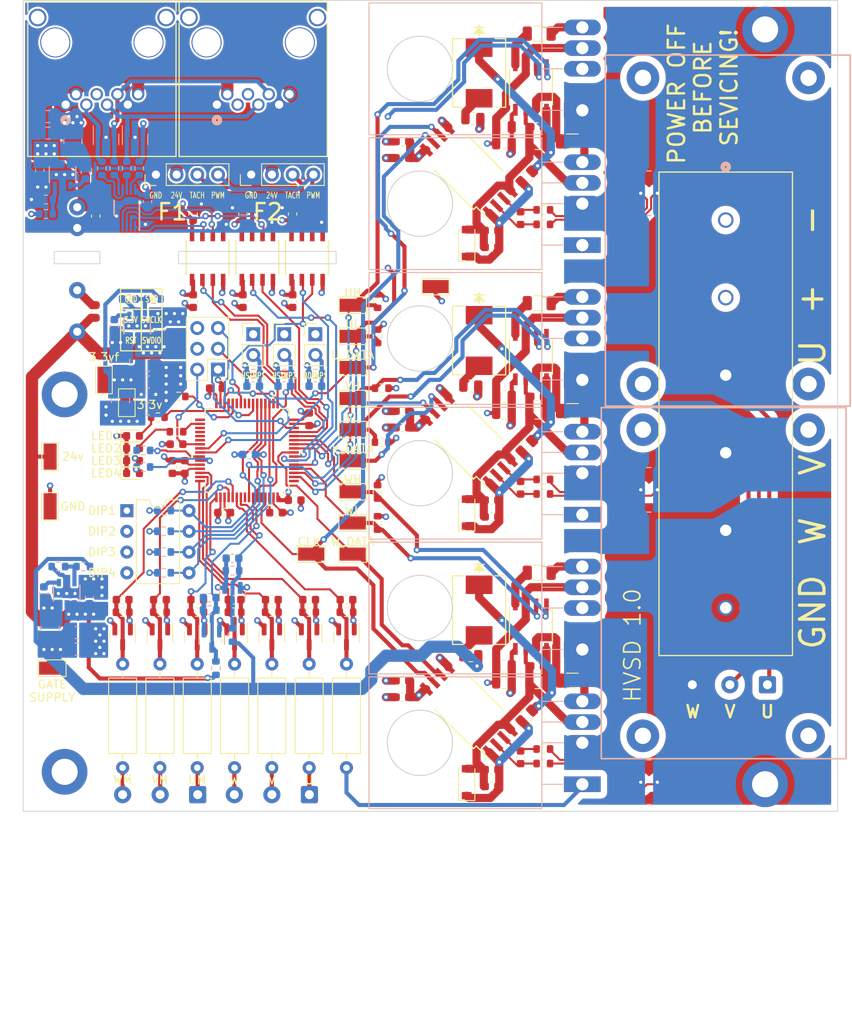
<source format=kicad_pcb>
(kicad_pcb (version 20211014) (generator pcbnew)
  (layers (0 "F.Cu" signal) (1 "In1.Cu" signal) (2 "In2.Cu" signal) (31 "B.Cu" signal) (34 "B.Paste" user) (35 "F.Paste" user) (36 "B.SilkS" user "B.Silkscreen") (37 "F.SilkS" user "F.Silkscreen") (38 "B.Mask" user) (39 "F.Mask" user) (44 "Edge.Cuts" user))
  (net 0 "")
  (net 1 "+VDC")
  (net 2 "-VDC")
  (net 3 "+24V")
  (net 4 "GND1")
  (net 5 "+15V")
  (net 6 "GND2")
  (net 7 "+3.3V")
  (net 8 "U")
  (net 9 "UH")
  (net 10 "UL")
  (net 11 "U_DATA")
  (net 12 "U_CLOCK")
  (net 13 "Net-(R3-Pad1)")
  (net 14 "Net-(R4-Pad1)")
  (net 15 "Net-(Q1-Pad2)")
  (net 16 "Net-(Q1-Pad4)")
  (net 17 "Net-(Q2-Pad4)")
  (net 18 "Net-(Q5-Pad2)")
  (net 19 "Net-(Q5-Pad4)")
  (net 20 "Net-(Q6-Pad4)")
  (net 21 "W")
  (net 22 "V")
  (net 23 "WH")
  (net 24 "WL")
  (net 25 "W_DATA")
  (net 26 "VH")
  (net 27 "VL")
  (net 28 "V_DATA")
  (net 29 "GND")
  (net 30 "Net-(Q3-Pad2)")
  (net 31 "Net-(Q3-Pad4)")
  (net 32 "Net-(Q4-Pad4)")
  (net 33 "Net-(C12-Pad1)")
  (net 34 "+5V")
  (net 35 "24V_ISO")
  (net 36 "RESET")
  (net 37 "CONTROL_SUPPLY_ADC")
  (net 38 "HEATSINK_TEMP_1_ADC")
  (net 39 "UM_ADC")
  (net 40 "VM_ADC")
  (net 41 "WM_ADC")
  (net 42 "GATE_SUPPLY_ADC")
  (net 43 "HEATSINK_TEMP_2_ADC")
  (net 44 "U_ADC")
  (net 45 "V_ADC")
  (net 46 "W_ADC")
  (net 47 "VBUS_ADC")
  (net 48 "BOARD_TEMP_1_ADC")
  (net 49 "Net-(C52-Pad1)")
  (net 50 "Net-(C52-Pad2)")
  (net 51 "Net-(C53-Pad2)")
  (net 52 "Net-(C54-Pad1)")
  (net 53 "Net-(C54-Pad2)")
  (net 54 "Net-(C55-Pad2)")
  (net 55 "Net-(C57-Pad1)")
  (net 56 "Net-(C57-Pad2)")
  (net 57 "Net-(C58-Pad2)")
  (net 58 "Net-(C65-Pad1)")
  (net 59 "Net-(C66-Pad1)")
  (net 60 "Net-(C67-Pad1)")
  (net 61 "Net-(C71-Pad1)")
  (net 62 "Net-(C71-Pad2)")
  (net 63 "Net-(C72-Pad1)")
  (net 64 "Net-(C72-Pad2)")
  (net 65 "Net-(C73-Pad1)")
  (net 66 "Net-(C73-Pad2)")
  (net 67 "TX-")
  (net 68 "RX+")
  (net 69 "RX-")
  (net 70 "TX+")
  (net 71 "Net-(R33-Pad2)")
  (net 72 "Net-(R35-Pad2)")
  (net 73 "Net-(R53-Pad1)")
  (net 74 "Net-(R54-Pad1)")
  (net 75 "Net-(R55-Pad1)")
  (net 76 "Net-(R52-Pad1)")
  (net 77 "RX_ISO")
  (net 78 "TX_EN_ISO")
  (net 79 "TX_ISO")
  (net 80 "Net-(R2-Pad1)")
  (net 81 "Net-(R1-Pad1)")
  (net 82 "RX")
  (net 83 "TX")
  (net 84 "TACH_1")
  (net 85 "TX_EN")
  (net 86 "TACH_1_ISO")
  (net 87 "TACH_2")
  (net 88 "FAN_PWM")
  (net 89 "FAN_PWM_ISO")
  (net 90 "TACH_2_ISO")
  (net 92 "LED_2")
  (net 97 "LED_3")
  (net 98 "LED_4")
  (net 102 "SWDIO")
  (net 103 "SWCLK")
  (net 104 "DIP_4")
  (net 105 "DIP_3")
  (net 106 "DIP_2")
  (net 107 "DIP_1")
  (net 108 "SWO")
  (net 109 "JTRST")
  (net 112 "LED_1")
  (net 113 "Net-(C11-Pad1)")
  (net 114 "Net-(R5-Pad2)")
  (net 115 "Net-(C11-Pad2)")
  (net 116 "Net-(C37-Pad1)")
  (net 117 "Net-(R57-Pad1)")
  (net 118 "Net-(C37-Pad2)")
  (net 119 "Net-(C38-Pad1)")
  (net 120 "Net-(R58-Pad1)")
  (net 121 "Net-(C38-Pad2)")
  (net 122 "Net-(C42-Pad1)")
  (net 123 "Net-(D4-Pad2)")
  (net 124 "Net-(D5-Pad2)")
  (net 125 "Net-(D6-Pad2)")
  (net 126 "Net-(D3-Pad2)")
  (net 127 "Net-(D16-Pad2)")
  (net 128 "Net-(D17-Pad2)")
  (net 129 "Net-(D18-Pad2)")
  (net 130 "BOOT")
  (net 131 "Net-(J5-Pad1)")
  (net 132 "Net-(J5-Pad2)")
  (net 133 "Net-(J5-Pad3)")
  (net 134 "Net-(J7-Pad1)")
  (net 135 "Net-(J7-Pad2)")
  (net 136 "Net-(J7-Pad3)")
  (footprint "Capacitor_SMD:C_0805_2012Metric" (layer "F.Cu") (at 166.37 102.108 180)
    (fp_text reference "C52" hide)
    (fp_text value "10uf")
  )
  (footprint "Capacitor_SMD:C_0603_1608Metric" (layer "F.Cu") (at 149.86 101.854 180)
    (fp_text reference "C50" hide)
    (fp_text value "0.1uf")
  )
  (footprint "LED_SMD:LED_0603_1608Metric" (layer "F.Cu") (at 116.84 106.426)
    (fp_text reference "D4" hide)
    (fp_text value "LED")
  )
  (footprint "Capacitor_SMD:C_0603_1608Metric" (layer "F.Cu") (at 160.782 147.828 180)
    (fp_text reference "C67" hide)
    (fp_text value "2.2")
  )
  (footprint "LED_SMD:LED_0603_1608Metric" (layer "F.Cu") (at 116.84 104.902)
    (fp_text reference "D3" hide)
    (fp_text value "LED")
  )
  (footprint "Resistor_THT:R_Axial_DIN0309_L9.0mm_D3.2mm_P12.70mm_Horizontal" (layer "F.Cu") (at 143.002 145.542 90)
    (fp_text reference "R44" hide)
    (fp_text value "1M")
  )
  (footprint "Resistor_SMD:R_0603_1608Metric" (layer "F.Cu") (at 167.132 143.256 180)
    (fp_text reference "R62" hide)
    (fp_text value "R")
  )
  (footprint "Capacitor_SMD:C_0603_1608Metric" (layer "F.Cu") (at 124.714 124.968)
    (fp_text reference "C28" hide)
    (fp_text value "0.1uf")
  )
  (footprint "Capacitor_SMD:C_0603_1608Metric" (layer "F.Cu") (at 164.338 78.232 -90)
    (fp_text reference "C72" hide)
    (fp_text value "C")
  )
  (footprint "Capacitor_SMD:C_0603_1608Metric" (layer "F.Cu") (at 164.338 111.252 -90)
    (fp_text reference "C71" hide)
    (fp_text value "C")
  )
  (footprint "MountingHole:MountingHole_3.2mm_M3_DIN965_Pad_TopBottom" (layer "F.Cu") (at 194.31 147.574)
    (fp_text reference "H1" hide)
    (fp_text value "MountingHole_Pad")
  )
  (footprint "Connector_Wire:SolderWire-0.5sqmm_1x03_P4.6mm_D0.9mm_OD2.1mm" (layer "F.Cu") (at 194.592 135.382 180)
    (fp_text reference "J6" hide)
    (fp_text value "Conn_01x03_Female")
  )
  (footprint "Capacitor_SMD:C_0805_2012Metric" (layer "F.Cu") (at 162.306 100.076 180)
    (fp_text reference "C60" hide)
    (fp_text value "22uf")
  )
  (footprint "Resistor_SMD:R_0603_1608Metric" (layer "F.Cu") (at 146.812 111.76 90)
    (fp_text reference "R20" hide)
    (fp_text value "10k")
  )
  (footprint "Capacitor_SMD:C_0603_1608Metric" (layer "F.Cu") (at 166.37 100.076 180)
    (fp_text reference "C59" hide)
    (fp_text value "0.1uf")
  )
  (footprint "Connector_PinHeader_2.54mm:PinHeader_1x02_P2.54mm_Vertical" (layer "F.Cu") (at 131.572 92.451)
    (fp_text reference "TH2" hide)
    (fp_text value "Thermistor")
  )
  (footprint "Capacitor_SMD:C_0603_1608Metric" (layer "F.Cu") (at 160.782 81.788 180)
    (fp_text reference "C66" hide)
    (fp_text value "2.2")
  )
  (footprint "Capacitor_SMD:C_0603_1608Metric" (layer "F.Cu") (at 149.86 134.874 180)
    (fp_text reference "C56" hide)
    (fp_text value "0.1uf")
  )
  (footprint "Capacitor_SMD:C_0603_1608Metric" (layer "F.Cu") (at 121.666 108.712 90)
    (fp_text reference "C24" hide)
    (fp_text value "1uf")
  )
  (footprint "Resistor_SMD:R_0603_1608Metric" (layer "F.Cu") (at 133.858 126.492)
    (fp_text reference "R41" hide)
    (fp_text value "5k")
  )
  (footprint "Package_TO_SOT_SMD:SOT-23" (layer "F.Cu") (at 143.002 129.54 -90)
    (fp_text reference "D15" hide)
    (fp_text value "D_Dual_Series_ACK")
  )
  (footprint "Capacitor_SMD:C_0603_1608Metric" (layer "F.Cu") (at 136.652 112.776)
    (fp_text reference "C17" hide)
    (fp_text value "0.1uf")
  )
  (footprint "LED_SMD:LED_0603_1608Metric" (layer "F.Cu") (at 116.84 109.474)
    (fp_text reference "D6" hide)
    (fp_text value "LED")
  )
  (footprint "Capacitor_SMD:C_0805_2012Metric" (layer "F.Cu") (at 166.37 69.088 180)
    (fp_text reference "C54" hide)
    (fp_text value "10uf")
  )
  (footprint "hv servo drive footprints:SOICN-8_LTF" (layer "F.Cu") (at 132.08 83.058 90)
    (fp_text reference "U3" hide)
    (fp_text value "ISO6721BQDRQ1")
  )
  (footprint "Resistor_THT:R_Axial_DIN0309_L9.0mm_D3.2mm_P12.70mm_Horizontal" (layer "F.Cu") (at 133.858 145.542 90)
    (fp_text reference "R40" hide)
    (fp_text value "1M")
  )
  (footprint "Diode_SMD:D_SOD-123" (layer "F.Cu") (at 157.734 81.28 90)
    (fp_text reference "D20" hide)
    (fp_text value "1N751A")
  )
  (footprint "Resistor_THT:R_Axial_DIN0309_L9.0mm_D3.2mm_P12.70mm_Horizontal" (layer "F.Cu") (at 115.57 145.542 90)
    (fp_text reference "R29" hide)
    (fp_text value "1M")
  )
  (footprint "Resistor_SMD:R_1206_3216Metric" (layer "F.Cu") (at 166.624 55.626)
    (fp_text reference "R55" hide)
    (fp_text value "3")
  )
  (footprint "Package_TO_SOT_SMD:SOT-23" (layer "F.Cu") (at 138.43 129.54 -90)
    (fp_text reference "D12" hide)
    (fp_text value "D_Dual_Series_ACK")
  )
  (footprint "hv servo drive footprints:DWV0008A" (layer "F.Cu") (at 157.988 72.39 135)
    (fp_text reference "U14" hide)
    (fp_text value "AMC1306M25DWVR")
  )
  (footprint "Capacitor_SMD:C_0603_1608Metric" (layer "F.Cu") (at 124.206 88.392 -90)
    (fp_text reference "C5" hide)
    (fp_text value "0.1uf")
  )
  (footprint "Package_TO_SOT_SMD:SOT-23" (layer "F.Cu") (at 124.714 129.54 -90)
    (fp_text reference "D8" hide)
    (fp_text value "D_Dual_Series_ACK")
  )
  (footprint "hv servo drive footprints:SOICN-8_LTF" (layer "F.Cu") (at 165.608 95.25 -90)
    (fp_text reference "U10" hide)
    (fp_text value "LF2190NTR")
  )
  (footprint "hv servo drive footprints:SOICN-8_LTF" (layer "F.Cu") (at 165.608 128.27 -90)
    (fp_text reference "U12" hide)
    (fp_text value "LF2190NTR")
  )
  (footprint "hv servo drive footprints:TestPoint_Pad_3.1x1.6mm" (layer "F.Cu") (at 106.68 107.442 90)
    (fp_text reference "TP2" hide)
    (fp_text value "TestPoint")
  )
  (footprint "NetTie:NetTie-2_SMD_Pad0.5mm" (layer "F.Cu") (at 160.782 135.128)
    (fp_text reference "NT3" hide)
    (fp_text value "NetTie_2")
  )
  (footprint "Capacitor_SMD:C_0603_1608Metric" (layer "F.Cu") (at 136.398 77.724 90)
    (fp_text reference "C4" hide)
    (fp_text value "0.1uf")
  )
  (footprint "Resistor_SMD:R_0603_1608Metric" (layer "F.Cu") (at 167.132 77.216 180)
    (fp_text reference "R60" hide)
    (fp_text value "R")
  )
  (footprint "Resistor_SMD:R_0603_1608Metric" (layer "F.Cu") (at 143.002 126.492)
    (fp_text reference "R45" hide)
    (fp_text value "5k")
  )
  (footprint "Resistor_SMD:R_0603_1608Metric" (layer "F.Cu") (at 119.888 102.616)
    (fp_text reference "R11" hide)
    (fp_text value "1k")
  )
  (footprint "hv servo drive footprints:TestPoint_Pad_3.1x1.6mm" (layer "F.Cu") (at 106.934 133.35)
    (fp_text reference "TP7" hide)
    (fp_text value "TestPoint")
  )
  (footprint "Capacitor_SMD:C_0603_1608Metric" (layer "F.Cu") (at 149.86 68.834 180)
    (fp_text reference "C51" hide)
    (fp_text value "0.1uf")
  )
  (footprint "Package_DIP:DIP-8_W7.62mm" (layer "F.Cu") (at 116.088 114.056)
    (fp_text reference "SW1" hide)
    (fp_text value "SW_DIP_x04")
  )
  (footprint "hv servo drive footprints:CONN_555153-1_TYC" (layer "F.Cu") (at 127.127 64.3255)
    (fp_text reference "J1" hide)
    (fp_text value "555153-1")
  )
  (footprint "hv servo drive footprints:CONN04_OSTYK51_40X16P1_OST" (layer "F.Cu") (at 189.484901 78.46665 -90)
    (fp_text reference "J4" hide)
    (fp_text value "OSTYK51104030")
  )
  (footprint "Capacitor_SMD:C_0603_1608Metric" (layer "F.Cu") (at 160.782 112.776 180)
    (fp_text reference "C68" hide)
    (fp_text value "0.1uf")
  )
  (footprint "Connector_Wire:SolderWire-0.5sqmm_1x03_P4.6mm_D0.9mm_OD2.1mm" (layer "F.Cu") (at 124.77 148.844 180)
    (fp_text reference "J5" hide)
    (fp_text value "Conn_01x03_Female")
  )
  (footprint "Resistor_SMD:R_1206_3216Metric" (layer "F.Cu") (at 170.688 68.834)
    (fp_text reference "R54" hide)
    (fp_text value "3")
  )
  (footprint "NetTie:NetTie-2_SMD_Pad0.5mm" (layer "F.Cu") (at 160.782 69.088)
    (fp_text reference "NT2" hide)
    (fp_text value "NetTie_2")
  )
  (footprint "hv servo drive footprints:CR_ES3J_ONS" (layer "F.Cu") (at 159.258 93.218 -90)
    (fp_text reference "D16" hide)
    (fp_text value "D")
  )
  (footprint "Resistor_SMD:R_1206_3216Metric" (layer "F.Cu") (at 166.624 88.646)
    (fp_text reference "R53" hide)
    (fp_text value "3")
  )
  (footprint "Resistor_SMD:R_0603_1608Metric" (layer "F.Cu") (at 122.174 104.394)
    (fp_text reference "R12" hide)
    (fp_text value "1k")
  )
  (footprint "Capacitor_SMD:C_0603_1608Metric" (layer "F.Cu") (at 166.37 133.096 180)
    (fp_text reference "C63" hide)
    (fp_text value "0.1uf")
  )
  (footprint "hv servo drive footprints:TestPoint_Pad_3.1x1.6mm" (layer "F.Cu") (at 153.924 86.614)
    (fp_text reference "TP3" hide)
    (fp_text value "TestPoint")
  )
  (footprint "Capacitor_SMD:C_0603_1608Metric" (layer "F.Cu") (at 149.86 136.906 180)
    (fp_text reference "C49" hide)
    (fp_text value "2.2uf")
  )
  (footprint "NetTie:NetTie-2_SMD_Pad0.5mm" (layer "F.Cu") (at 160.782 102.108)
    (fp_text reference "NT1" hide)
    (fp_text value "NetTie_2")
  )
  (footprint "Capacitor_SMD:C_0603_1608Metric" (layer "F.Cu") (at 112.268 77.978 -90)
    (fp_text reference "C18" hide)
    (fp_text value "1uf")
  )
  (footprint "Capacitor_SMD:C_0603_1608Metric" (layer "F.Cu") (at 160.782 79.756 180)
    (fp_text reference "C69" hide)
    (fp_text value "0.1uf")
  )
  (footprint "Resistor_THT:R_Axial_DIN0309_L9.0mm_D3.2mm_P12.70mm_Horizontal" (layer "F.Cu") (at 120.142 145.542 90)
    (fp_text reference "R27" hide)
    (fp_text value "1M")
  )
  (footprint "hv servo drive footprints:TestPoint_Pad_3.1x1.6mm" (layer "F.Cu") (at 113.284 98.044 90)
    (fp_text reference "TP6" hide)
    (fp_text value "TestPoint")
  )
  (footprint "hv servo drive footprints:TestPoint_Pad_3.1x1.6mm" (layer "F.Cu") (at 143.764 92.71)
    (fp_text reference "TP11" hide)
    (fp_text value "TestPoint")
  )
  (footprint "hv servo drive footprints:SOICN-8_LTF" (layer "F.Cu") (at 165.608 62.23 -90)
    (fp_text reference "U11" hide)
    (fp_text value "LF2190NTR")
  )
  (footprint "Connector_Wire:SolderWire-0.5sqmm_1x03_P4.6mm_D0.9mm_OD2.1mm" (layer "F.Cu") (at 138.458 148.844 180)
    (fp_text reference "J7" hide)
    (fp_text value "Conn_01x03_Female")
  )
  (footprint "Resistor_SMD:R_0805_2012Metric" (layer "F.Cu") (at 165.1 73.152 -135)
    (fp_text reference "R51" hide)
    (fp_text value "800")
  )
  (footprint "Capacitor_SMD:C_0603_1608Metric" (layer "F.Cu") (at 143.002 124.968)
    (fp_text reference "C36" hide)
    (fp_text value "0.1uf")
  )
  (footprint "Resistor_SMD:R_0603_1608Metric" (layer "F.Cu") (at 120.142 126.492)
    (fp_text reference "R28" hide)
    (fp_text value "5k")
  )
  (footprint "hv servo drive footprints:TestPoint_Pad_3.1x1.6mm" (layer "F.Cu") (at 143.764 107.95)
    (fp_text reference "TP14" hide)
    (fp_text value "TestPoint")
  )
  (footprint "Resistor_SMD:R_0805_2012Metric" (layer "F.Cu") (at 165.1 106.172 -135)
    (fp_text reference "R50" hide)
    (fp_text value "800")
  )
  (footprint "Capacitor_SMD:C_0603_1608Metric" (layer "F.Cu") (at 128.016 114.3 180)
    (fp_text reference "C14" hide)
    (fp_text value "0.1uf")
  )
  (footprint "Package_TO_SOT_SMD:SOT-23" (layer "F.Cu") (at 129.286 129.54 -90)
    (fp_text reference "D14" hide)
    (fp_text value "D_Dual_Series_ACK")
  )
  (footprint "Resistor_SMD:R_0603_1608Metric" (layer "F.Cu") (at 146.812 92.71 90)
    (fp_text reference "R21" hide)
    (fp_text value "10k")
  )
  (footprint "hv servo drive footprints:CR_ES3J_ONS" (layer "F.Cu") (at 159.258 60.452 -90)
    (fp_text reference "D17" hide)
    (fp_text value "D")
  )
  (footprint "hv servo drive footprints:TestPoint_Pad_3.1x1.6mm" (layer "F.Cu") (at 143.764 111.76)
    (fp_text reference "TP9" hide)
    (fp_text value "TestPoint")
  )
  (footprint "Capacitor_SMD:C_0603_1608Metric" (layer "F.Cu") (at 130.302 88.392 -90)
    (fp_text reference "C6" hide)
    (fp_text value "0.1uf")
  )
  (footprint "Resistor_SMD:R_0603_1608Metric" (layer "F.Cu") (at 167.132 112.014 180)
    (fp_text reference "R64" hide)
    (fp_text value "R")
  )
  (footprint "Diode_SMD:D_SOD-123" (layer "F.Cu") (at 157.734 114.3 90)
    (fp_text reference "D19" hide)
    (fp_text value "1N751A")
  )
  (footprint "Capacitor_SMD:C_0603_1608Metric" (layer "F.Cu") (at 136.398 88.392 -90)
    (fp_text reference "C7" hide)
    (fp_text value "0.1uf")
  )
  (footprint "hv servo drive footprints:TestPoint_Pad_3.1x1.6mm" (layer "F.Cu") (at 143.764 100.33)
    (fp_text reference "TP5" hide)
    (fp_text value "TestPoint")
  )
  (footprint "Capacitor_SMD:C_0805_2012Metric" (layer "F.Cu") (at 166.37 135.128 180)
    (fp_text reference "C57" hide)
    (fp_text value "10uf")
  )
  (footprint "Capacitor_SMD:C_0805_2012Metric" (layer "F.Cu") (at 162.306 135.128 180)
    (fp_text reference "C58" hide)
    (fp_text value "22uf")
  )
  (footprint "Capacitor_SMD:C_0805_2012Metric" (layer "F.Cu") (at 162.306 67.056 180)
    (fp_text reference "C62" hide)
    (fp_text value "22uf")
  )
  (footprint "Capacitor_SMD:C_0603_1608Metric" (layer "F.Cu") (at 166.37 67.056 180)
    (fp_text reference "C61" hide)
    (fp_text value "0.1uf")
  )
  (footprint "Connector_PinHeader_2.54mm:PinHeader_1x04_P2.54mm_Vertical" (layer "F.Cu") (at 131.328 72.898 90)
    (fp_text reference "M2" hide)
    (fp_text value "Fan_4pin")
  )
  (footprint "Resistor_SMD:R_0603_1608Metric" (layer "F.Cu") (at 147.32 105.664)
    (fp_text reference "R22" hide)
    (fp_text value "10k")
  )
  (footprint "Resistor_SMD:R_0603_1608Metric" (layer "F.Cu") (at 146.812 88.392 90)
    (fp_text reference "R18" hide)
    (fp_text value "10k")
  )
  (footprint "hv servo drive footprints:DWV0008A" (layer "F.Cu") (at 157.988 138.43 135)
    (fp_text reference "U15" hide)
    (fp_text value "AMC1306M25DWVR")
  )
  (footprint "Capacitor_SMD:C_0805_2012Metric" (layer "F.Cu") (at 162.306 102.108 180)
    (fp_text reference "C53" hide)
    (fp_text value "22uf")
  )
  (footprint "Resistor_SMD:R_0805_2012Metric" (layer "F.Cu") (at 158.496 66.04 180)
    (fp_text reference "R48" hide)
    (fp_text value "1")
  )
  (footprint "Resistor_SMD:R_0805_2012Metric" (layer "F.Cu") (at 158.242 98.806 180)
    (fp_text reference "R47" hide)
    (fp_text value "1")
  )
  (footprint "hv servo drive footprints:DWV0008A" (layer "F.Cu") (at 157.988 105.41 135)
    (fp_text reference "U13" hide)
    (fp_text value "AMC1306M25DWVR")
  )
  (footprint "Resistor_SMD:R_0603_1608Metric" (layer "F.Cu") (at 124.714 126.492)
    (fp_text reference "R26" hide)
    (fp_text value "5k")
  )
  (footprint "Capacitor_SMD:C_0603_1608Metric" (layer "F.Cu") (at 138.43 124.968)
    (fp_text reference "C33" hide)
    (fp_text value "0.1uf")
  )
  (footprint "Resistor_SMD:R_1206_3216Metric" (layer "F.Cu") (at 166.624 121.666)
    (fp_text reference "R58" hide)
    (fp_text value "3")
  )
  (footprint "hv servo drive footprints:LQFP64-10x10mm" (layer "F.Cu") (at 130.81 106.68)
    (fp_text reference "U5" hide)
    (fp_text value "STM32F413RGT6")
  )
  (footprint "Capacitor_SMD:C_0603_1608Metric" (layer "F.Cu") (at 138.43 102.87 -90)
    (fp_text reference "C21" hide)
    (fp_text value "0.1uf")
  )
  (footprint "Capacitor_SMD:C_0603_1608Metric" (layer "F.Cu") (at 160.782 145.796 180)
    (fp_text reference "C70" hide)
    (fp_text value "0.1uf")
  )
  (footprint "hv servo drive footprints:SOICN-8_LTF" (layer "F.Cu") (at 125.984 83.058 90)
    (fp_text reference "U2" hide)
    (fp_text value "ISO6721BQDRQ1")
  )
  (footprint "Capacitor_SMD:C_0603_1608Metric" (layer "F.Cu") (at 124.206 77.724 90)
    (fp_text reference "C2" hide)
    (fp_text value "0.1uf")
  )
  (footprint "hv servo drive footprints:TestPoint_Pad_3.1x1.6mm" (layer "F.Cu") (at 138.684 119.38)
    (fp_text reference "TP1" hide)
    (fp_text value "TestPoint")
  )
  (footprint "Resistor_SMD:R_0603_1608Metric" (layer "F.Cu") (at 167.132 110.236 180)
    (fp_text reference "R59" hide)
    (fp_text value "R")
  )
  (footprint "Capacitor_SMD:C_0603_1608Metric" (layer "F.Cu") (at 160.782 114.808 180)
    (fp_text reference "C65" hide)
    (fp_text value "2.2")
  )
  (footprint "MountingHole:MountingHole_3.2mm_M3_DIN965_Pad_TopBottom" (layer "F.Cu") (at 194.31 55.118)
    (fp_text reference "H2" hide)
    (fp_text value "MountingHole_Pad")
  )
  (footprint "Resistor_SMD:R_0603_1608Metric" (layer "F.Cu") (at 129.286 126.492)
    (fp_text reference "R43" hide)
    (fp_text value "5k")
  )
  (footprint "Capacitor_SMD:C_0805_2012Metric" (layer "F.Cu") (at 162.306 133.096 180)
    (fp_text reference "C64" hide)
    (fp_text value "22uf")
  )
  (footprint "hv servo drive footprints:TestPoint_Pad_3.1x1.6mm" (layer "F.Cu") (at 106.68 113.538 90)
    (fp_text reference "TP4" hide)
    (fp_text value "TestPoint")
  )
  (footprint "Resistor_SMD:R_0805_2012Metric" (layer "F.Cu") (at 158.242 131.826 180)
    (fp_text reference "R49" hide)
    (fp_text value "1")
  )
  (footprint "Capacitor_SMD:C_0805_2012Metric" (layer "F.Cu") (at 162.306 69.088 180)
    (fp_text reference "C55" hide)
    (fp_text value "22uf")
  )
  (footprint "Connector_PinHeader_2.54mm:PinHeader_1x02_P2.54mm_Vertical" (layer "F.Cu") (at 135.382 92.451)
    (fp_text reference "TH1" hide)
    (fp_text value "Thermistor")
  )
  (footprint "hv servo drive footprints:TestPoint_Pad_3.1x1.6mm" (layer "F.Cu") (at 143.764 119.38)
    (fp_text reference "TP16" hide)
    (fp_text value "TestPoint")
  )
  (footprint "Resistor_SMD:R_0805_2012Metric" (layer "F.Cu") (at 165.1 139.192 -135)
    (fp_text reference "R56" hide)
    (fp_text value "800")
  )
  (footprint "Capacitor_SMD:C_0603_1608Metric" (layer "F.Cu") (at 123.19 108.712 90)
    (fp_text reference "C20" hide)
    (fp_text value "0.1uf")
  )
  (footprint "Resistor_SMD:R_0603_1608Metric" (layer "F.Cu") (at 146.812 115.57 90)
    (fp_text reference "R23" hide)
    (fp_text value "10k")
  )
  (footprint "Resistor_SMD:R_0603_1608Metric" (layer "F.Cu") (at 122.428 100.076 180)
    (fp_text reference "R10" hide)
    (fp_text value "10k")
  )
  (footprint "Capacitor_SMD:C_0603_1608Metric" (layer "F.Cu") (at 133.858 124.968)
    (fp_text reference "C34" hide)
    (fp_text value "0.1uf")
  )
  (footprint "Resistor_THT:R_Axial_DIN0309_L9.0mm_D3.2mm_P12.70mm_Horizontal" (layer "F.Cu") (at 124.714 145.542 90)
    (fp_text reference "R25" hide)
    (fp_text value "1M")
  )
  (footprint "MountingHole:MountingHole_3.2mm_M3_DIN965_Pad_TopBottom" (layer "F.Cu") (at 108.458 146.05)
    (fp_text reference "H3" hide)
    (fp_text value "MountingHole")
  )
  (footprint "Capacitor_SMD:C_0603_1608Metric" (layer "F.Cu") (at 120.142 124.968)
    (fp_text reference "C29" hide)
    (fp_text value "0.1uf")
  )
  (footprint "hv servo drive footprints:TestPoint_Pad_3.1x1.6mm" (layer "F.Cu") (at 143.764 115.57)
    (fp_text reference "TP12" hide)
    (fp_text value "TestPoint")
  )
  (footprint "Resistor_SMD:R_0603_1608Metric" (layer "F.Cu") (at 147.32 99.06)
    (fp_text reference "R19" hide)
    (fp_text value "10k")
  )
  (footprint "Connector_PinHeader_2.54mm:PinHeader_1x02_P2.54mm_Vertical" (layer "F.Cu") (at 139.192 92.451)
    (fp_text reference "TH3" hide)
    (fp_text value "Thermistor")
  )
  (footprint "LED_SMD:LED_0603_1608Metric" (layer "F.Cu") (at 116.84 107.95)
    (fp_text reference "D5" hide)
    (fp_text value "LED")
  )
  (footprint "MountingHole:MountingHole_3.2mm_M3_DIN965_Pad_TopBottom" (layer "F.Cu") (at 108.458 99.822)
    (fp_text reference "H4" hide)
    (fp_text value "MountingHole")
  )
  (footprint "Package_TO_SOT_SMD:SOT-23" (layer "F.Cu") (at 115.57 129.54 -90)
    (fp_text reference "D10" hide)
    (fp_text value "D_Dual_Series_ACK")
  )
  (footprint "Capacitor_SMD:C_0603_1608Metric" (layer "F.Cu") (at 149.86 70.866 180)
    (fp_text reference "C48" hide)
    (fp_text value "2.2uf")
  )
  (footprint "hv servo drive footprints:24v isolated converter" (layer "F.Cu") (at 102.387825 76.895425 -90)
    (fp_text reference "U7" hide)
    (fp_text value "CRE1S2412SC")
  )
  (footprint "Resistor_SMD:R_1206_3216Metric" (layer "F.Cu") (at 170.688 101.854)
    (fp_text reference "R52" hide)
    (fp_text value "3")
  )
  (footprint "Connector_PinHeader_2.54mm:PinHeader_1x04_P2.54mm_Vertical" (layer "F.Cu") (at 119.644 72.898 90)
    (fp_text reference "M1" hide)
    (fp_text value "Fan_4pin")
  )
  (footprint "hv servo drive footprints:TestPoint_Pad_3.1x1.6mm" (layer "F.Cu") (at 116.078 100.838 90)
    (fp_text reference "TP13" hide)
    (fp_text value "TestPoint")
  )
  (footprint "Capacitor_SMD:C_0603_1608Metric" (layer "F.Cu") (at 130.302 77.724 90)
    (fp_text reference "C3" hide)
    (fp_text value "0.1uf")
  )
  (footprint "Resistor_SMD:R_0603_1608Metric" (layer "F.Cu") (at 115.57 126.492)
    (fp_text reference "R30" hide)
    (fp_text value "5k")
  )
  (footprint "Capacitor_SMD:C_0603_1608Metric" (layer "F.Cu") (at 129.286 124.968)
    (fp_text reference "C35" hide)
    (fp_text value "0.1uf")
  )
  (footprint "Resistor_THT:R_Axial_DIN0309_L9.0mm_D3.2mm_P12.70mm_Horizontal" (layer "F.Cu") (at 129.286 145.542 90)
    (fp_text reference "R42" hide)
    (fp_text value "1M")
  )
  (footprint "Resistor_SMD:R_0603_1608Metric" (layer "F.Cu") (at 138.43 126.492)
    (fp_text reference "R39" hide)
    (fp_text value "5k")
  )
  (footprint "hv servo drive footprints:CR_ES3J_ONS" (layer "F.Cu") (at 159.258 126.238 -90)
    (fp_text reference "D18" hide)
    (fp_text value "D")
  )
  (footprint "hv servo drive footprints:CONN_555153-1_TYC" (layer "F.Cu") (at 108.585 64.3255)
    (fp_text reference "J2" hide)
    (fp_text value "555153-1")
  )
  (footprint "hv servo drive footprints:TestPoint_Pad_3.1x1.6mm" (layer "F.Cu") (at 143.764 88.9)
    (fp_text reference "TP8" hide)
    (fp_text value "TestPoint")
  )
  (footprint "hv servo drive footprints:TestPoint_Pad_3.1x1.6mm" (layer "F.Cu") (at 143.764 96.52)
    (fp_text reference "TP15" hide)
    (fp_text value "TestPoint")
  )
  (footprint "Package_TO_SOT_SMD:SOT-23" (layer "F.Cu") (at 120.142 129.54 -90)
    (fp_text reference "D9" hide)
    (fp_text value "D_Dual_Series_ACK")
  )
  (footprint "Capacitor_SMD:C_0603_1608Metric" (layer "F.Cu") (at 149.86 103.886 180)
    (fp_text reference "C47" hide)
    (fp_text value "2.2uf")
  )
  (footprint "Capacitor_SMD:C_0603_1608Metric" (layer "F.Cu") (at 127 99.06)
    (fp_text reference "C15" hide)
    (fp_text value "0.1uf")
  )
  (footprint "Capacitor_SMD:C_0603_1608Metric" (layer "F.Cu") (at 134.366 114.3)
    (fp_text reference "C12" hide)
    (fp_text value "2.2uf")
  )
  (footprint "Diode_SMD:D_SOD-123" (layer "F.Cu") (at 157.734 147.32 90)
    (fp_text reference "D21" hide)
    (fp_text value "1N751A")
  )
  (footprint "Capacitor_SMD:C_0603_1608Metric" (layer "F.Cu") (at 122.174 105.918 180)
    (fp_text reference "C25" hide)
    (fp_text value ".1uf")
  )
  (footprint "Capacitor_SMD:C_0603_1608Metric" (layer "F.Cu") (at 164.338 144.272 -90)
    (fp_text reference "C73" hide)
    (fp_text value "C")
  )
  (footprint "Package_TO_SOT_SMD:SOT-23" (layer "F.Cu") (at 133.858 129.54 -90)
    (fp_text reference "D13" hide)
    (fp_text value "D_Dual_Series_ACK")
  )
  (footprint "Capacitor_SMD:C_0603_1608Metric" (layer "F.Cu") (at 112.268 89.662 90)
    (fp_text reference "C23" hide)
    (fp_text value "1uf")
  )
  (footprint "hv servo drive footprints:SOICN-8_LTF" (layer "F.Cu") (at 138.176 83.058 90)
    (fp_text reference "U4" hide)
    (fp_text value "ISO6721BQDRQ1")
  )
  (footprint "Resistor_SMD:R_0603_1608Metric" (layer "F.Cu") (at 167.132 145.034 180)
    (fp_text reference "R67" hide)
    (fp_text value "R")
  )
  (footprint "Resistor_SMD:R_1206_3216Metric" (layer "F.Cu") (at 170.688 134.874)
    (fp_text reference "R57" hide)
    (fp_text value "3")
  )
  (footprint "Connector_PinHeader_2.54mm:PinHeader_2x03_P2.54mm_Vertical" (layer "F.Cu") (at 127.254 96.774 180)
    (fp_text reference "J3" hide)
    (fp_text value "Conn_02x03_Odd_Even")
  )
  (footprint "Resistor_THT:R_Axial_DIN0309_L9.0mm_D3.2mm_P12.70mm_Horizontal" (layer "F.Cu") (at 138.43 145.542 90)
    (fp_text reference "R38" hide)
    (fp_text value "1M")
  )
  (footprint "Resistor_SMD:R_0603_1608Metric" (layer "F.Cu") (at 167.132 78.994 180)
    (fp_text reference "R66" hide)
    (fp_text value "R")
  )
  (footprint "hv servo drive footprints:TestPoint_Pad_3.1x1.6mm" (layer "F.Cu") (at 143.764 104.14)
    (fp_text reference "TP10" hide)
    (fp_text value "TestPoint")
  )
  (footprint "Capacitor_SMD:C_0603_1608Metric" (layer "F.Cu") (at 115.57 124.968)
    (fp_text reference "C30" hide)
    (fp_text value "0.1uf")
  )
  (footprint "Capacitor_SMD:C_0805_2012Metric" (layer "B.Cu") (at 118.618 96.266)
    (fp_text reference "C42" hide)
    (fp_text value "10uf")
  )
  (footprint "hv servo drive footprints:TO-247-4_Horizontal_TabUp" (layer "B.Cu") (at 171.91 114.554 90)
    (fp_text reference "Q1" hide)
    (fp_text value "C3M0075120K")
    (fp_circle (center 5.078031 -19.901764) (end 9.078031 -19.901764) (layer "Edge.Cuts") (width 0.12) (fill none))
  )
  (footprint "Resistor_SMD:R_0603_1608Metric" (layer "B.Cu") (at 120.65 119.126 180)
    (fp_text reference "R9" hide)
    (fp_text value "10k")
  )
  (footprint "Resistor_SMD:R_0603_1608Metric" (layer "B.Cu") (at 129.032 121.412 180)
    (fp_text reference "R32" hide)
    (fp_text value "5k")
  )
  (footprint "Capacitor_SMD:C_0603_1608Metric" (layer "B.Cu") (at 131.064 107.188 180)
    (fp_text reference "C22" hide)
    (fp_text value "1uf")
  )
  (footprint "hv servo drive footprints:RES_HCSM2818_STP" (layer "B.Cu") (at 180.086 75.184)
    (fp_text reference "R63" hide)
    (fp_text value ".005")
  )
  (footprint "Capacitor_SMD:C_0603_1608Metric" (layer "B.Cu") (at 105.918 124.172749 -90)
    (fp_text reference "C38" hide)
    (fp_text value ".1uf")
  )
  (footprint "Capacitor_SMD:C_0603_1608Metric" (layer "B.Cu") (at 110.998 72.644 90)
    (fp_text reference "C11" hide)
    (fp_text value ".1uf")
  )
  (footprint "hv servo drive footprints:TO-247-4_Horizontal_TabUp" (layer "B.Cu") (at 171.91 147.574 90)
    (fp_text reference "Q5" hide)
    (fp_text value "C3M0075120K")
    (fp_circle (center 5.078031 -19.901764) (end 9.078031 -19.901764) (layer "Edge.Cuts") (width 0.12) (fill none))
  )
  (footprint "Resistor_SMD:R_0603_1608Metric" (layer "B.Cu") (at 120.65 116.586 180)
    (fp_text reference "R8" hide)
    (fp_text value "10k")
  )
  (footprint "Resistor_SMD:R_0603_1608Metric" (layer "B.Cu") (at 131.572 97.282 180)
    (fp_text reference "R37" hide)
    (fp_text value "10k")
  )
  (footprint "Capacitor_SMD:C_0603_1608Metric" (layer "B.Cu") (at 114.554 91.44 -90)
    (fp_text reference "C37" hide)
    (fp_text value ".1uf")
  )
  (footprint "Resistor_SMD:R_0603_1608Metric" (layer "B.Cu") (at 129.032 129.286 90)
    (fp_text reference "R31" hide)
    (fp_text value "50k")
  )
  (footprint "Inductor_SMD:L_1008_2520Metric" (layer "B.Cu") (at 115.316 95.758 -90)
    (fp_text reference "L2" hide)
    (fp_text value "10uH")
  )
  (footprint "Capacitor_SMD:C_0805_2012Metric" (layer "B.Cu") (at 118.618 101.6)
    (fp_text reference "C46" hide)
    (fp_text value "?")
  )
  (footprint "hv servo drive footprints:TO-247-4_Horizontal_TabUp" (layer "B.Cu") (at 171.91 98.044 90)
    (fp_text reference "Q2" hide)
    (fp_text value "C3M0075120K")
    (fp_circle (center 5.078031 -19.901764) (end 9.078031 -19.901764) (layer "Edge.Cuts") (width 0.12) (fill none))
  )
  (footprint "hv servo drive footprints:IC6_AP64060QWU-7_DIO" (layer "B.Cu") (at 108.204 72.898 90)
    (fp_text reference "U6" hide)
    (fp_text value "AP64060QWU-7")
  )
  (footprint "Resistor_SMD:R_0603_1608Metric" (layer "B.Cu") (at 120.65 114.046 180)
    (fp_text reference "R7" hide)
    (fp_text value "10k")
  )
  (footprint "Capacitor_SMD:C_0603_1608Metric" (layer "B.Cu") (at 120.142 91.948 90)
    (fp_text reference "C40" hide)
    (fp_text value "2.2uf")
  )
  (footprint "hv servo drive footprints:BUS CAP1" (layer "B.Cu") (at 179.338 98.552 90)
    (fp_text reference "C9" hide)
    (fp_text value "40uf")
  )
  (footprint "hv servo drive footprints:RES_HCSM2818_STP" (layer "B.Cu") (at 180.086 111.506)
    (fp_text reference "R61" hide)
    (fp_text value ".005")
  )
  (footprint "Capacitor_SMD:C_0805_2012Metric" (layer "B.Cu") (at 109.982 128.998749)
    (fp_text reference "C45" hide)
    (fp_text value "10uf")
  )
  (footprint "Resistor_SMD:R_0603_1608Metric" (layer "B.Cu") (at 135.382 97.282 180)
    (fp_text reference "R24" hide)
    (fp_text value "10k")
  )
  (footprint "hv servo drive footprints:TO-247-4_Horizontal_TabUp" (layer "B.Cu") (at 171.91 65.024 90)
    (fp_text reference "Q4" hide)
    (fp_text value "C3M0075120K")
    (fp_circle (center 5.078031 -19.901764) (end 9.078031 -19.901764) (layer "Edge.Cuts") (width 0.12) (fill none))
  )
  (footprint "hv servo drive footprints:IC6_AP64060QWU-7_DIO" (layer "B.Cu") (at 117.348 91.44 -90)
    (fp_text reference "U8" hide)
    (fp_text value "AP64060QWU-7")
  )
  (footprint "Resistor_SMD:R_0603_1608Metric" (layer "B.Cu") (at 110.744 120.904 180)
    (fp_text reference "R35" hide)
    (fp_text value "475k")
  )
  (footprint "Capacitor_SMD:C_0805_2012Metric" (layer "B.Cu") (at 106.426 67.818 180)
    (fp_text reference "C19" hide)
    (fp_text value "10uf")
  )
  (footprint "hv servo drive footprints:IC6_AP64060QWU-7_DIO" (layer "B.Cu") (at 108.712 124.172749 -90)
    (fp_text reference "U9" hide)
    (fp_text value "AP64060QWU-7")
  )
  (footprint "Inductor_SMD:L_1008_2520Metric" (layer "B.Cu") (at 106.68 128.490749 -90)
    (fp_text reference "L3" hide)
    (fp_text value "10uH")
  )
  (footprint "Resistor_SMD:R_0603_1608Metric" (layer "B.Cu") (at 117.602 72.136 90)
    (fp_text reference "R1" hide)
    (fp_text value "10")
  )
  (footprint "Resistor_SMD:R_0603_1608Metric" (layer "B.Cu") (at 116.332 88.138 180)
    (fp_text reference "R34" hide)
    (fp_text value "22.1k")
  )
  (footprint "Resistor_SMD:R_0603_1608Metric" (layer "B.Cu") (at 118.11 108.712)
    (fp_text reference "R14" hide)
    (fp_text value "1k")
  )
  (footprint "Capacitor_SMD:C_0603_1608Metric" (layer "B.Cu") (at 135.382 98.806 180)
    (fp_text reference "C27" hide)
    (fp_text value "1uf")
  )
  (footprint "hv servo drive footprints:DGS0010A_N" (layer "B.Cu") (at 116.078 76.962 90)
    (fp_text reference "U1" hide)
    (fp_text value "THVD1452DGSR")
  )
  (footprint "hv servo drive footprints:TO-247-4_Horizontal_TabUp" (layer "B.Cu") (at 171.91 131.064 90)
    (fp_text reference "Q6" hide)
    (fp_text value "C3M0075120K")
    (fp_circle (center 5.078031 -19.901764) (end 9.078031 -19.901764) (layer "Edge.Cuts") (width 0.12) (fill none))
  )
  (footprint "Capacitor_SMD:C_0603_1608Metric" (layer "B.Cu") (at 126.238 124.714 180)
    (fp_text reference "C26" hide)
    (fp_text value "0.1uf")
  )
  (footprint "Package_TO_SOT_SMD:SOT-23" (layer "B.Cu") (at 129.032 124.46 -90)
    (fp_text reference "D11" hide)
    (fp_text value "D_Dual_Series_ACK")
  )
  (footprint "Resistor_SMD:R_0603_1608Metric" (layer "B.Cu") (at 114.554 72.136 90)
    (fp_text reference "R4" hide)
    (fp_text value "10")
  )
  (footprint "hv servo drive footprints:RES_HCSM2818_STP" (layer "B.Cu") (at 180.086 147.32)
    (fp_text reference "R65" hide)
    (fp_text value ".005")
  )
  (footprint "Capacitor_SMD:C_0805_2012Metric" (layer "B.Cu") (at 118.618 98.298)
    (fp_text reference "C44" hide)
    (fp_text value "10uf")
  )
  (footprint "Resistor_SMD:R_0603_1608Metric" (layer "B.Cu") (at 106.172 77.724)
    (fp_text reference "R5" hide)
    (fp_text value "115k")
  )
  (footprint "Capacitor_SMD:C_0603_1608Metric" (layer "B.Cu") (at 139.192 98.806 180)
    (fp_text reference "C39" hide)
    (fp_text value "1uf")
  )
  (footprint "Capacitor_SMD:C_0603_1608Metric" (layer "B.Cu") (at 111.506 124.680749 90)
    (fp_text reference "C41" hide)
    (fp_text value "2.2uf")
  )
  (footprint "Resistor_SMD:R_0603_1608Metric" (layer "B.Cu") (at 118.11 106.68)
    (fp_text reference "R13" hide)
    (fp_text value "1k")
  )
  (footprint "Capacitor_SMD:C_0805_2012Metric" (layer "B.Cu") (at 106.426 65.786 180)
    (fp_text reference "C16" hide)
    (fp_text value "10uf")
  )
  (footprint "Resistor_SMD:R_0603_1608Metric" (layer "B.Cu") (at 107.696 120.904 180)
    (fp_text reference "R36" hide)
    (fp_text value "22.1k")
  )
  (footprint "Resistor_SMD:R_0603_1608Metric" (layer "B.Cu") (at 116.078 72.136 90)
    (fp_text reference "R2" hide)
    (fp_text value "10")
  )
  (footprint "Resistor_SMD:R_0603_1608Metric" (layer "B.Cu") (at 119.38 88.138 180)
    (fp_text reference "R33" hide)
    (fp_text value "69.8k")
  )
  (footprint "Resistor_SMD:R_0603_1608Metric" (layer "B.Cu") (at 113.03 72.136 90)
    (fp_text reference "R3" hide)
    (fp_text value "10")
  )
  (footprint "Resistor_SMD:R_0603_1608Metric" (layer "B.Cu") (at 106.172 75.946 180)
    (fp_text reference "R6" hide)
    (fp_text value "22.1k")
  )
  (footprint "Capacitor_SMD:C_0603_1608Metric" (layer "B.Cu") (at 118.618 76.2 -90)
    (fp_text reference "C1" hide)
    (fp_text value "0.1uf")
  )
  (footprint "Inductor_SMD:L_1008_2520Metric" (layer "B.Cu") (at 115.316 100.584 -90)
    (fp_text reference "L4" hide)
    (fp_text value "?")
  )
  (footprint "Resistor_SMD:R_0603_1608Metric" (layer "B.Cu") (at 127 133.35 90)
    (fp_text reference "R16" hide)
    (fp_text value "50k")
  )
  (footprint "Capacitor_SMD:C_0603_1608Metric" (layer "B.Cu") (at 129.032 119.888 180)
    (fp_text reference "C31" hide)
    (fp_text value "0.1uf")
  )
  (footprint "hv servo drive footprints:BUS CAP1" (layer "B.Cu") (at 199.63 104.14 -90)
    (fp_text reference "C8" hide)
    (fp_text value "40uf")
  )
  (footprint "Package_TO_SOT_SMD:SOT-23" (layer "B.Cu") (at 113.538 68.58 -90)
    (fp_text reference "D2" hide)
    (fp_text value "D_TVS_Dual_AAC")
  )
  (footprint "Inductor_SMD:L_1008_2520Metric" (layer "B.Cu") (at 109.474 68.834 90)
    (fp_text reference "L1" hide)
    (fp_text value "10uH")
  )
  (footprint "Resistor_SMD:R_0603_1608Metric" (layer "B.Cu") (at 120.65 121.666 180)
    (fp_text reference "R15" hide)
    (fp_text value "10k")
  )
  (footprint "Capacitor_SMD:C_0805_2012Metric" (layer "B.Cu") (at 109.982 131.030749)
    (fp_text reference "C43" hide)
    (fp_text value "10uf")
  )
  (footprint "Resistor_SMD:R_0603_1608Metric" (layer "B.Cu") (at 139.192 97.282 180)
    (fp_text reference "R46" hide)
    (fp_text value "10k")
  )
  (footprint "Package_TO_SOT_SMD:SOT-23" (layer "B.Cu") (at 126.492 129.794 -90)
    (fp_text reference "D7" hide)
    (fp_text value "D_Dual_Series_ACK")
  )
  (footprint "hv servo drive footprints:TO-247-4_Horizontal_TabUp" (layer "B.Cu") (at 171.91 81.534 90)
    (fp_text reference "Q3" hide)
    (fp_text value "C3M0075120K")
    (fp_circle (center 5.078031 -19.901764) (end 9.078031 -19.901764) (layer "Edge.Cuts") (width 0.12) (fill none))
  )
  (footprint "Capacitor_SMD:C_0603_1608Metric" (layer "B.Cu") (at 105.41 72.39 -90)
    (fp_text reference "C13" hide)
    (fp_text value "2.2uf")
  )
  (footprint "Capacitor_SMD:C_0603_1608Metric" (layer "B.Cu") (at 131.572 98.806 180)
    (fp_text reference "C32" hide)
    (fp_text value "1uf")
  )
  (footprint "Package_TO_SOT_SMD:SOT-23" (layer "B.Cu") (at 117.094 68.58 -90)
    (fp_text reference "D1" hide)
    (fp_text value "D_TVS_Dual_AAC")
  )
  (footprint "Resistor_SMD:R_0603_1608Metric" (layer "B.Cu") (at 126.238 126.238 180)
    (fp_text reference "R17" hide)
    (fp_text value "5k")
  )
  (gr_rect (start 115.316 86.868) (end 120.396 94.488) (layer "F.SilkS") (width 0.15) (fill none))
  (gr_line (start 117.856 86.868) (end 117.856 94.488) (layer "F.SilkS") (width 0.15))
  (gr_line (start 115.316 89.408) (end 120.396 89.408) (layer "F.SilkS") (width 0.15))
  (gr_line (start 115.316 91.948) (end 120.396 91.948) (layer "F.SilkS") (width 0.15))
  (gr_rect (start 203.2 51.562) (end 103.378 150.876) (layer "Edge.Cuts") (width 0.1) (fill none))
  (gr_rect (start 122.428 82.296) (end 141.732 83.82) (layer "Edge.Cuts") (width 0.1) (fill none))
  (gr_rect (start 107.188 82.296) (end 112.776 83.82) (layer "Edge.Cuts") (width 0.1) (fill none))
  (gr_text "W" (at 200.152 116.586 90) (layer "F.SilkS") (effects (font (size 3 3) (thickness 0.4))))
  (gr_text "+" (at 199.898 88.138 90) (layer "F.SilkS") (effects (font (size 3 3) (thickness 0.4))))
  (gr_text "W_DATA" (at 143.764 117.856) (layer "F.SilkS") (effects (font (size 1 1))))
  (gr_text "V" (at 133.858 147.066) (layer "F.SilkS") (effects (font (size 1 1))))
  (gr_text "DIP3" (at 113.03 119.126) (layer "F.SilkS") (effects (font (size 1 1))))
  (gr_text "SWO" (at 119.126 88.138) (layer "F.SilkS") (effects (font (size 0.75 0.5) (thickness 0.125))))
  (gr_text "F2" (at 133.35 77.47) (layer "F.SilkS") (effects (font (size 2 2) (thickness 0.3))))
  (gr_text "WL" (at 143.764 114.046) (layer "F.SilkS") (effects (font (size 1 1))))
  (gr_text "24v" (at 109.474 107.442) (layer "F.SilkS") (effects (font (size 1 1))))
  (gr_text "UH" (at 143.764 87.376) (layer "F.SilkS") (effects (font (size 1 1))))
  (gr_text "DIP4" (at 113.03 121.666) (layer "F.SilkS") (effects (font (size 1 1))))
  (gr_text "UM" (at 124.714 147.066) (layer "F.SilkS") (effects (font (size 1 1))))
  (gr_text "RST" (at 116.586 93.218) (layer "F.SilkS") (effects (font (size 0.75 0.5) (thickness 0.125))))
  (gr_text "GND" (at 116.586 88.138) (layer "F.SilkS") (effects (font (size 0.75 0.5) (thickness 0.125))))
  (gr_text "HSTMP2" (at 135.382 97.536) (layer "F.SilkS") (effects (font (size 0.75 0.5) (thickness 0.125))))
  (gr_text "W" (at 129.275931 147.05894) (layer "F.SilkS") (effects (font (size 1 1))))
  (gr_text "W" (at 185.448 138.684) (layer "F.SilkS") (effects (font (size 1.5 1.5) (thickness 0.3))))
  (gr_text "SWCLK" (at 119.126 90.678) (layer "F.SilkS") (effects (font (size 0.75 0.5) (thickness 0.125))))
  (gr_text "GND" (at 131.318 75.438) (layer "F.SilkS") (effects (font (size 0.75 0.5) (thickness 0.1))))
  (gr_text "GND" (at 119.634 75.438) (layer "F.SilkS") (effects (font (size 0.75 0.5) (thickness 0.1))))
  (gr_text "LED1" (at 113.538 104.902) (layer "F.SilkS") (effects (font (size 1 1))))
  (gr_text "HSTMP1" (at 131.572 97.536) (layer "F.SilkS") (effects (font (size 0.75 0.5) (thickness 0.125))))
  (gr_text "GND" (at 200.152 126.492 90) (layer "F.SilkS") (effects (font (size 3 3) (thickness 0.4))))
  (gr_text "HVSD 1.0" (at 178.054 130.556 90) (layer "F.SilkS") (effects (font (size 2 2) (thickness 0.2))))
  (gr_text "DIP2" (at 113.03 116.586) (layer "F.SilkS") (effects (font (size 1 1))))
  (gr_text "3.3V" (at 116.586 90.678) (layer "F.SilkS") (effects (font (size 0.75 0.5) (thickness 0.125))))
  (gr_text "POWER OFF \nBEFORE\nSEVICING!" (at 186.69 62.23 90) (layer "F.SilkS") (effects (font (size 2 2) (thickness 0.3))))
  (gr_text "VH" (at 143.764 98.806) (layer "F.SilkS") (effects (font (size 1 1))))
  (gr_text "PWM" (at 127.254 75.438) (layer "F.SilkS") (effects (font (size 0.75 0.5) (thickness 0.1))))
  (gr_text "3.3v" (at 118.872 101.092) (layer "F.SilkS") (effects (font (size 1 1))))
  (gr_text "WH" (at 143.764 110.236) (layer "F.SilkS") (effects (font (size 1 1))))
  (gr_text "U" (at 138.43 147.066) (layer "F.SilkS") (effects (font (size 1 1))))
  (gr_text "VL" (at 143.764 102.616) (layer "F.SilkS") (effects (font (size 1 1))))
  (gr_text "-" (at 199.898 78.486 90) (layer "F.SilkS") (effects (font (size 3 3) (thickness 0.4))))
  (gr_text "U" (at 200.152 94.742 90) (layer "F.SilkS") (effects (font (size 3 3) (thickness 0.4))))
  (gr_text "U_DATA" (at 143.764 94.996) (layer "F.SilkS") (effects (font (size 1 1))))
  (gr_text "F1" (at 121.666 77.47) (layer "F.SilkS") (effects (font (size 2 2) (thickness 0.3))))
  (gr_text "VM" (at 120.142 147.066) (layer "F.SilkS") (effects (font (size 1 1))))
  (gr_text "LED3" (at 113.538 107.95) (layer "F.SilkS") (effects (font (size 1 1))))
  (gr_text "GND" (at 109.474 113.538) (layer "F.SilkS") (effects (font (size 1 1))))
  (gr_text "U" (at 194.592 138.684) (layer "F.SilkS") (effects (font (size 1.5 1.5) (thickness 0.3))))
  (gr_text "CLK" (at 138.43 117.856) (layer "F.SilkS") (effects (font (size 1 1))))
  (gr_text "WM" (at 115.559931 147.05894) (layer "F.SilkS") (effects (font (size 1 1))))
  (gr_text "SWDIO" (at 119.126 93.218) (layer "F.SilkS") (effects (font (size 0.75 0.5) (thickness 0.125))))
  (gr_text "V" (at 200.152 108.458 90) (layer "F.SilkS") (effects (font (size 3 3) (thickness 0.4))))
  (gr_text "24V" (at 133.858 75.438) (layer "F.SilkS") (effects (font (size 0.75 0.5) (thickness 0.1))))
  (gr_text "TACH" (at 124.714 75.438) (layer "F.SilkS") (effects (font (size 0.75 0.5) (thickness 0.1))))
  (gr_text "LED4" (at 113.538 109.474) (layer "F.SilkS") (effects (font (size 1 1))))
  (gr_text "DIP1" (at 113.03 114.046) (layer "F.SilkS") (effects (font (size 1 1))))
  (gr_text "24V" (at 122.174 75.438) (layer "F.SilkS") (effects (font (size 0.75 0.5) (thickness 0.1))))
  (gr_text "UL" (at 143.764 91.186) (layer "F.SilkS") (effects (font (size 1 1))))
  (gr_text "BDTMP1" (at 139.192 97.536) (layer "F.SilkS") (effects (font (size 0.75 0.5) (thickness 0.125))))
  (gr_text "V_DATA" (at 143.764 106.426) (layer "F.SilkS") (effects (font (size 1 1))))
  (gr_text "3.3vf" (at 113.284 95.25) (layer "F.SilkS") (effects (font (size 1 1))))
  (gr_text "TACH" (at 136.398 75.438) (layer "F.SilkS") (effects (font (size 0.75 0.5) (thickness 0.1))))
  (gr_text "V" (at 190.02 138.684) (layer "F.SilkS") (effects (font (size 1.5 1.5) (thickness 0.3))))
  (gr_text "PWM" (at 138.938 75.438) (layer "F.SilkS") (effects (font (size 0.75 0.5) (thickness 0.1))))
  (gr_text "GATE\nSUPPLY" (at 106.934 136.144) (layer "F.SilkS") (effects (font (size 1 1))))
  (gr_text "LED2" (at 113.538 106.426) (layer "F.SilkS") (effects (font (size 1 1))))
  (segment (start 171.91 147.876) (end 169.672 150.114) (width 0.5) (layer "B.Cu") (net 1))
  (segment (start 169.672 150.114) (end 144.526 150.114) (width 0.5) (layer "B.Cu") (net 1))
  (segment (start 143.002 148.59) (end 143.002 145.542) (width 0.5) (layer "B.Cu") (net 1))
  (segment (start 144.526 150.114) (end 143.002 148.59) (width 0.5) (layer "B.Cu") (net 1))
  (segment (start 104.648 107.442) (end 104.454 107.248) (width 0.5) (layer "F.Cu") (net 3))
  (segment (start 112.776 134.62) (end 125.9045 134.62) (width 0.5) (layer "F.Cu") (net 3))
  (segment (start 110.007825 92.135425) (end 104.454 97.68925) (width 1.5) (layer "F.Cu") (net 3))
  (segment (start 104.454 107.248) (end 104.454 126.429189) (width 1.5) (layer "F.Cu") (net 3))
  (segment (start 104.454 126.429189) (end 105.532811 127.508) (width 1.5) (layer "F.Cu") (net 3))
  (segment (start 118.03 94.822) (end 118.11 94.742) (width 1.5) (layer "F.Cu") (net 3))
  (segment (start 106.68 107.442) (end 104.648 107.442) (width 0.5) (layer "F.Cu") (net 3))
  (segment (start 111.418 133.262) (end 112.776 134.62) (width 0.5) (layer "F.Cu") (net 3))
  (segment (start 125.9045 134.62) (end 125.984 134.5405) (width 0.5) (layer "F.Cu") (net 3))
  (segment (start 108.966 126.746) (end 112.014 126.746) (width 1.5) (layer "F.Cu") (net 3))
  (segment (start 118.11 94.742) (end 120.142 94.742) (width 1.5) (layer "F.Cu") (net 3))
  (segment (start 120.65 93.98) (end 117.602 93.98) (width 1.5) (layer "F.Cu") (net 3))
  (segment (start 112.268 90.437) (end 111.70625 90.437) (width 1) (layer "F.Cu") (net 3))
  (segment (start 110.007825 92.135425) (end 112.6944 94.822) (width 1.5) (layer "F.Cu") (net 3))
  (segment (start 112.6944 94.822) (end 118.03 94.822) (width 1.5) (layer "F.Cu") (net 3))
  (segment (start 104.454 97.68925) (end 104.454 107.248) (width 1.5) (layer "F.Cu") (net 3))
  (segment (start 108.204 127.508) (end 108.966 126.746) (width 1.5) (layer "F.Cu") (net 3))
  (segment (start 111.70625 90.437) (end 110.007825 92.135425) (width 1) (layer "F.Cu") (net 3))
  (segment (start 111.418 127.342) (end 111.418 133.262) (width 0.5) (layer "F.Cu") (net 3))
  (segment (start 112.014 126.746) (end 111.418 127.342) (width 0.5) (layer "F.Cu") (net 3))
  (segment (start 105.532811 127.508) (end 108.204 127.508) (width 1.5) (layer "F.Cu") (net 3))
  (via (at 118.618 93.98) (size 0.8) (drill 0.4) (layers "F.Cu" "B.Cu") (net 3))
  (via (at 120.142 94.742) (size 0.8) (drill 0.4) (layers "F.Cu" "B.Cu") (net 3))
  (via (at 118.11 94.742) (size 0.8) (drill 0.4) (layers "F.Cu" "B.Cu") (net 3))
  (via (at 117.602 93.98) (size 0.8) (drill 0.4) (layers "F.Cu" "B.Cu") (net 3))
  (via (at 109.982 126.746) (size 0.8) (drill 0.4) (layers "F.Cu" "B.Cu") (net 3))
  (via (at 112.014 126.746) (size 0.8) (drill 0.4) (layers "F.Cu" "B.Cu") (net 3))
  (via (at 120.65 93.98) (size 0.8) (drill 0.4) (layers "F.Cu" "B.Cu") (net 3))
  (via (at 108.966 126.746) (size 0.8) (drill 0.4) (layers "F.Cu" "B.Cu") (net 3))
  (via (at 119.126 94.742) (size 0.8) (drill 0.4) (layers "F.Cu" "B.Cu") (net 3))
  (via (at 119.634 93.98) (size 0.8) (drill 0.4) (layers "F.Cu" "B.Cu") (net 3))
  (via (at 110.998 126.746) (size 0.8) (drill 0.4) (layers "F.Cu" "B.Cu") (net 3))
  (via (at 125.984 134.5405) (size 0.8) (drill 0.4) (layers "F.Cu" "B.Cu") (net 3))
  (segment (start 126.6345 134.5405) (end 127 134.175) (width 0.5) (layer "B.Cu") (net 3))
  (segment (start 125.984 134.5405) (end 126.6345 134.5405) (width 0.5) (layer "B.Cu") (net 3))
  (segment (start 130.302 76.949) (end 129.045 76.949) (width 0.5) (layer "F.Cu") (net 4))
  (segment (start 124.7645 76.949) (end 125.222 76.4915) (width 0.5) (layer "F.Cu") (net 4))
  (segment (start 136.398 76.949) (end 135.141 76.949) (width 0.5) (layer "F.Cu") (net 4))
  (segment (start 127.889 80.33385) (end 127.889 79.375) (width 0.5) (layer "F.Cu") (net 4))
  (segment (start 127.889 79.375) (end 128.27 78.994) (width 0.5) (layer "F.Cu") (net 4))
  (segment (start 111.585575 79.435425) (end 112.268 78.753) (width 1) (layer "F.Cu") (net 4))
  (segment (start 135.141 76.949) (end 135.128 76.962) (width 0.5) (layer "F.Cu") (net 4))
  (segment (start 133.985 78.867) (end 133.858 78.74) (width 0.5) (layer "F.Cu") (net 4))
  (segment (start 140.081 78.867) (end 139.954 78.74) (width 0.5) (layer "F.Cu") (net 4))
  (segment (start 110.007825 79.435425) (end 111.585575 79.435425) (width 1) (layer "F.Cu") (net 4))
  (segment (start 129.045 76.949) (end 129.032 76.962) (width 0.5) (layer "F.Cu") (net 4))
  (segment (start 133.985 80.33385) (end 133.985 78.867) (width 0.5) (layer "F.Cu") (net 4))
  (segment (start 140.081 80.33385) (end 140.081 78.867) (width 0.5) (layer "F.Cu") (net 4))
  (segment (start 124.206 76.949) (end 124.7645 76.949) (width 0.5) (layer "F.Cu") (net 4))
  (via (at 133.858 78.74) (size 0.8) (drill 0.4) (layers "F.Cu" "B.Cu") (net 4))
  (via (at 117.094 68.326) (size 0.8) (drill 0.4) (layers "F.Cu" "B.Cu") (net 4))
  (via (at 107.442 72.898) (size 0.8) (drill 0.4) (layers "F.Cu" "B.Cu") (net 4))
  (via (at 106.172 74.422) (size 0.8) (drill 0.4) (layers "F.Cu" "B.Cu") (net 4))
  (via (at 125.222 76.4915) (size 0.8) (drill 0.4) (layers "F.Cu" "B.Cu") (net 4))
  (via (at 109.474 72.898) (size 0.8) (drill 0.4) (layers "F.Cu" "B.Cu") (net 4))
  (via (at 104.394 75.946) (size 0.8) (drill 0.4) (layers "F.Cu" "B.Cu") (net 4))
  (via (at 139.954 78.74) (size 0.8) (drill 0.4) (layers "F.Cu" "B.Cu") (net 4))
  (via (at 118.364 78.994) (size 0.8) (drill 0.4) (layers "F.Cu" "B.Cu") (net 4))
  (via (at 117.685432 76.318691) (size 0.8) (drill 0.4) (layers "F.Cu" "B.Cu") (net 4))
  (via (at 129.032 76.962) (size 0.8) (drill 0.4) (layers "F.Cu" "B.Cu") (net 4))
  (via (at 114.808 77.978) (size 0.8) (drill 0.4) (layers "F.Cu" "B.Cu") (net 4))
  (via (at 135.128 76.962) (size 0.8) (drill 0.4) (layers "F.Cu" "B.Cu") (net 4))
  (via (at 113.538 68.326) (size 0.8) (drill 0.4) (layers "F.Cu" "B.Cu") (net 4))
  (via (at 105.156 74.422) (size 0.8) (drill 0.4) (layers "F.Cu" "B.Cu") (net 4))
  (via (at 108.458 72.898) (size 0.8) (drill 0.4) (layers "F.Cu" "B.Cu") (net 4))
  (via (at 128.27 78.994) (size 0.8) (drill 0.4) (layers "F.Cu" "B.Cu") (net 4))
  (segment (start 118.11 78.994) (end 118.364 78.994) (width 0.25) (layer "B.Cu") (net 4))
  (segment (start 115.077999 78.247999) (end 114.808 77.978) (width 0.25) (layer "B.Cu") (net 4))
  (segment (start 116.578002 79.186999) (end 116.578002 78.490247) (width 0.25) (layer "B.Cu") (net 4))
  (segment (start 117.302999 78.186999) (end 118.11 78.994) (width 0.25) (layer "B.Cu") (net 4))
  (segment (start 113.538 69.5175) (end 113.538 68.326) (width 0.5) (layer "B.Cu") (net 4))
  (segment (start 118.618 76.975) (end 118.341741 76.975) (width 0.5) (layer "B.Cu") (net 4))
  (segment (start 105.347 75.946) (end 104.394 75.946) (width 0.5) (layer "B.Cu") (net 4))
  (segment (start 116.578002 78.490247) (end 116.88125 78.186999) (width 0.25) (layer "B.Cu") (net 4))
  (segment (start 116.88125 78.186999) (end 117.302999 78.186999) (width 0.25) (layer "B.Cu") (net 4))
  (segment (start 115.077999 79.186999) (end 115.077999 78.247999) (width 0.25) (layer "B.Cu") (net 4))
  (segment (start 117.094 69.5175) (end 117.094 68.326) (width 0.5) (layer "B.Cu") (net 4))
  (segment (start 118.341741 76.975) (end 117.685432 76.318691) (width 0.5) (layer "B.Cu") (net 4))
  (segment (start 159.4085 67.1595) (end 159.258 67.31) (width 1) (layer "F.Cu") (net 5))
  (segment (start 163.256 65.598) (end 163.256 67.056) (width 0.5) (layer "F.Cu") (net 5))
  (segment (start 106.934 131.064) (end 105.918 131.064) (width 1) (layer "F.Cu") (net 5))
  (segment (start 163.256 131.44115) (end 163.703 130.99415) (width 0.5) (layer "F.Cu") (net 5))
  (segment (start 106.934 133.35) (end 106.934 131.064) (width 1) (layer "F.Cu") (net 5))
  (segment (start 159.4085 66.04) (end 159.4085 67.1595) (width 1) (layer "F.Cu") (net 5))
  (segment (start 163.256 100.076) (end 163.256 98.42115) (width 0.5) (layer "F.Cu") (net 5))
  (segment (start 159.1545 131.826) (end 159.1545 132.9455) (width 1) (layer "F.Cu") (net 5))
  (segment (start 163.703 65.151) (end 163.256 65.598) (width 0.5) (layer "F.Cu") (net 5))
  (segment (start 163.256 69.088) (end 163.256 70.17) (width 1) (layer "F.Cu") (net 5))
  (segment (start 163.256 102.108) (end 163.256 103.444) (width 1) (layer "F.Cu") (net 5))
  (segment (start 163.256 102.108) (end 163.256 100.076) (width 1) (layer "F.Cu") (net 5))
  (segment (start 163.256 135.128) (end 163.256 136.21) (width 1) (layer "F.Cu") (net 5))
  (segment (start 106.934 131.064) (end 107.95 131.064) (width 1) (layer "F.Cu") (net 5))
  (segment (start 163.256 98.42115) (end 163.703 97.97415) (width 0.5) (layer "F.Cu") (net 5))
  (segment (start 159.1545 98.806) (end 159.1545 99.9255) (width 1) (layer "F.Cu") (net 5))
  (segment (start 163.256 103.444) (end 163.068 103.632) (width 1) (layer "F.Cu") (net 5))
  (segment (start 163.256 136.21) (end 163.068 136.398) (width 1) (layer "F.Cu") (net 5))
  (segment (start 163.256 70.17) (end 163.068 70.358) (width 1) (layer "F.Cu") (net 5))
  (segment (start 163.256 135.128) (end 163.256 133.096) (width 1) (layer "F.Cu") (net 5))
  (segment (start 159.1545 132.9455) (end 159.004 133.096) (width 1) (layer "F.Cu") (net 5))
  (segment (start 163.256 133.096) (end 163.256 131.44115) (width 0.5) (layer "F.Cu") (net 5))
  (segment (start 163.256 67.056) (end 163.256 69.088) (width 0.5) (layer "F.Cu") (net 5))
  (segment (start 159.1545 99.9255) (end 159.004 100.076) (width 1) (layer "F.Cu") (net 5))
  (via (at 159.004 133.096) (size 0.8) (drill 0.4) (layers "F.Cu" "B.Cu") (net 5))
  (via (at 159.258 67.31) (size 0.8) (drill 0.4) (layers "F.Cu" "B.Cu") (net 5))
  (via (at 163.068 70.358) (size 0.8) (drill 0.4) (layers "F.Cu" "B.Cu") (net 5))
  (via (at 159.004 100.076) (size 0.8) (drill 0.4) (layers "F.Cu" "B.Cu") (net 5))
  (via (at 106.934 131.064) (size 0.8) (drill 0.4) (layers "F.Cu" "B.Cu") (net 5))
  (via (at 163.068 136.398) (size 0.8) (drill 0.4) (layers "F.Cu" "B.Cu") (net 5))
  (via (at 163.068 103.632) (size 0.8) (drill 0.4) (layers "F.Cu" "B.Cu") (net 5))
  (via (at 105.918 131.064) (size 0.8) (drill 0.4) (layers "F.Cu" "B.Cu") (net 5))
  (via (at 107.95 131.064) (size 0.8) (drill 0.4) (layers "F.Cu" "B.Cu") (net 5))
  (segment (start 105.918 131.064) (end 110.744 135.89) (width 1.5) (layer "B.Cu") (net 5))
  (segment (start 131.572 132.08) (end 131.572 135.89) (width 0.5) (layer "B.Cu") (net 5))
  (segment (start 106.401761 119.979) (end 104.902 121.478761) (width 0.5) (layer "B.Cu") (net 5))
  (segment (start 104.902 130.048) (end 105.918 131.064) (width 0.5) (layer "B.Cu") (net 5))
  (segment (start 153.242 130.73) (end 156.638 130.73) (width 1.5) (layer "B.Cu") (net 5))
  (segment (start 129.223 130.302) (end 129.794 130.302) (width 0.5) (layer "B.Cu") (net 5))
  (segment (start 129.794 130.302) (end 131.572 132.08) (width 0.5) (layer "B.Cu") (net 5))
  (segment (start 110.744 135.89) (end 131.572 135.89) (width 1.5) (layer "B.Cu") (net 5))
  (segment (start 129.032 130.111) (end 129.223 130.302) (width 0.5) (layer "B.Cu") (net 5))
  (segment (start 146.05 133.604) (end 147.828 131.826) (width 1.5) (layer "B.Cu") (net 5))
  (segment (start 152.146 131.826) (end 153.242 130.73) (width 1.5) (layer "B.Cu") (net 5))
  (segment (start 111.569 120.904) (end 110.644 119.979) (width 0.5) (layer "B.Cu") (net 5))
  (segment (start 144.902811 135.89) (end 146.05 134.742811) (width 1.5) (layer "B.Cu") (net 5))
  (segment (start 146.05 134.742811) (end 146.05 133.604) (width 1.5) (layer "B.Cu") (net 5))
  (segment (start 156.638 130.73) (end 159.004 133.096) (width 1.5) (layer "B.Cu") (net 5))
  (segment (start 110.644 119.979) (end 106.401761 119.979) (width 0.5) (layer "B.Cu") (net 5))
  (segment (start 131.572 135.89) (end 144.902811 135.89) (width 1.5) (layer "B.Cu") (net 5))
  (segment (start 147.828 131.826) (end 152.146 131.826) (width 1.5) (layer "B.Cu") (net 5))
  (segment (start 104.902 121.478761) (end 104.902 130.048) (width 0.5) (layer "B.Cu") (net 5))
  (segment (start 129.807 89.167) (end 129.286 88.646) (width 0.5) (layer "F.Cu") (net 6))
  (segment (start 123.19 107.937) (end 121.666 107.937) (width 0.5) (layer "F.Cu") (net 6))
  (segment (start 139.205 124.968) (end 139.205 127.4335) (width 0.5) (layer "F.Cu") (net 6))
  (segment (start 134.808 127.6085) (end 134.7075 127.508) (width 0.5) (layer "F.Cu") (net 6))
  (segment (start 143.952 127.6085) (end 143.8515 127.508) (width 0.5) (layer "F.Cu") (net 6))
  (segment (start 148.145 99.06) (end 149.098 99.06) (width 0.5) (layer "F.Cu") (net 6))
  (segment (start 137.427 112.776) (end 137.427 113.779) (width 0.5) (layer "F.Cu") (net 6))
  (segment (start 155.481307 133.129307) (end 154.432 132.08) (width 1) (layer "F.Cu") (net 6))
  (segment (start 147.257 87.567) (end 147.828 88.138) (width 0.5) (layer "F.Cu") (net 6))
  (segment (start 135.141 114.3) (end 134.0374 113.1964) (width 0.25) (layer "F.Cu") (net 6))
  (segment (start 134.633 127.4335) (end 134.7075 127.508) (width 0.5) (layer "F.Cu") (net 6))
  (segment (start 140.081 87.249) (end 139.954 87.376) (width 0.5) (layer "F.Cu") (net 6))
  (segment (start 130.302 89.167) (end 129.807 89.167) (width 0.5) (layer "F.Cu") (net 6))
  (segment (start 155.481307 100.20923) (end 155.481307 100.109307) (width 1) (layer "F.Cu") (net 6))
  (segment (start 139.179 103.645) (end 139.446 103.378) (width 0.5) (layer "F.Cu") (net 6))
  (segment (start 147.765 114.745) (end 147.828 114.808) (width 0.5) (layer "F.Cu") (net 6))
  (segment (start 125.664 127.624043) (end 125.5635 127.523543) (width 0.5) (layer "F.Cu") (net 6))
  (segment (start 116.0525 109.474) (end 116.0525 104.902) (width 0.5) (layer "F.Cu") (net 6))
  (segment (start 125.489 124.968) (end 125.489 127.449043) (width 0.5) (layer "F.Cu") (net 6))
  (segment (start 143.777 127.4335) (end 143.8515 127.508) (width 0.5) (layer "F.Cu") (net 6))
  (segment (start 127.559999 100.930001) (end 127.559999 99.275001) (width 0.25) (layer "F.Cu") (net 6))
  (segment (start 125.060001 108.429999) (end 123.682999 108.429999) (width 0.25) (layer "F.Cu") (net 6))
  (segment (start 160.282 135.128) (end 160.2565 135.128) (width 0.5) (layer "F.Cu") (net 6))
  (segment (start 155.481307 133.22923) (end 155.481307 133.129307) (width 1) (layer "F.Cu") (net 6))
  (segment (start 148.145 105.664) (end 148.59 105.664) (width 0.5) (layer "F.Cu") (net 6))
  (segment (start 127.559999 113.727001) (end 126.987 114.3) (width 0.25) (layer "F.Cu") (net 6))
  (segment (start 112.268 88.887) (end 111.8394 88.887) (width 1) (layer "F.Cu") (net 6))
  (segment (start 121.666 107.937) (end 121.145 107.937) (width 0.5) (layer "F.Cu") (net 6))
  (segment (start 121.092 127.6085) (end 120.9915 127.508) (width 0.5) (layer "F.Cu") (net 6))
  (segment (start 146.875 91.885) (end 147.574 91.186) (width 0.5) (layer "F.Cu") (net 6))
  (segment (start 123.682999 108.429999) (end 123.19 107.937) (width 0.25) (layer "F.Cu") (net 6))
  (segment (start 120.917 127.4335) (end 120.9915 127.508) (width 0.5) (layer "F.Cu") (net 6))
  (segment (start 134.633 124.968) (end 134.633 127.4335) (width 0.5) (layer "F.Cu") (net 6))
  (segment (start 148.91 70.866) (end 147.828 70.866) (width 1) (layer "F.Cu") (net 6))
  (segment (start 130.236 128.6025) (end 130.236 127.624043) (width 0.5) (layer "F.Cu") (net 6))
  (segment (start 160.282 69.088) (end 160.2565 69.088) (width 0.5) (layer "F.Cu") (net 6))
  (segment (start 139.38 128.6025) (end 139.38 127.6085) (width 0.5) (layer "F.Cu") (net 6))
  (segment (start 116.345 124.968) (end 116.345 127.449043) (width 0.5) (layer "F.Cu") (net 6))
  (segment (start 148.59 105.664) (end 149.098 105.156) (width 0.5) (layer "F.Cu") (net 6))
  (segment (start 148.91 101.854) (end 147.828 101.854) (width 1) (layer "F.Cu") (net 6))
  (segment (start 116.52 127.624043) (end 116.4195 127.523543) (width 0.5) (layer "F.Cu") (net 6))
  (segment (start 136.559999 103.429999) (end 138.214999 103.429999) (width 0.25) (layer "F.Cu") (net 6))
  (segment (start 138.43 103.645) (end 139.179 103.645) (width 0.5) (layer "F.Cu") (net 6))
  (segment (start 125.489 127.449043) (end 125.5635 127.523543) (width 0.5) (layer "F.Cu") (net 6))
  (segment (start 133.985 87.249) (end 133.858 87.376) (width 0.5) (layer "F.Cu") (net 6))
  (segment (start 140.081 85.78215) (end 140.081 87.249) (width 0.5) (layer "F.Cu") (net 6))
  (segment (start 127.559999 112.429999) (end 127.559999 113.727001) (width 0.25) (layer "F.Cu") (net 6))
  (segment (start 121.399 105.918) (end 120.396 105.918) (width 0.5) (layer "F.Cu") (net 6))
  (segment (start 125.664 128.6025) (end 125.664 127.624043) (width 0.5) (layer "F.Cu") (net 6))
  (segment (start 155.481307 67.18923) (end 155.481307 67.089307) (width 1) (layer "F.Cu") (net 6))
  (segment (start 130.236 127.624043) (end 130.1355 127.523543) (width 0.5) (layer "F.Cu") (net 6))
  (segment (start 116.52 128.6025) (end 116.52 127.624043) (width 0.5) (layer "F.Cu") (net 6))
  (segment (start 139.205 127.4335) (end 139.2795 127.508) (width 0.5) (layer "F.Cu") (net 6))
  (segment (start 134.808 128.6025) (end 134.808 127.6085) (width 0.5) (layer "F.Cu") (net 6))
  (segment (start 116.345 127.449043) (end 116.4195 127.523543) (width 0.5) (layer "F.Cu") (net 6))
  (segment (start 123.711 89.167) (end 123.19 88.646) (width 0.5) (layer "F.Cu") (net 6))
  (segment (start 111.8394 88.887) (end 110.007825 87.055425) (width 1) (layer "F.Cu") (net 6))
  (segment (start 135.903 89.167) (end 135.382 88.646) (width 0.5) (layer "F.Cu") (net 6))
  (segment (start 121.412 100.076) (end 120.904 100.584) (width 0.25) (layer "F.Cu") (net 6))
  (segment (start 127.775 98.565) (end 127.254 98.044) (width 0.5) (layer "F.Cu") (net 6))
  (segment (start 148.91 136.906) (end 147.828 136.906) (width 1) (layer "F.Cu") (net 6))
  (segment (start 143.952 128.6025) (end 143.952 127.6085) (width 0.5) (layer "F.Cu") (net 6))
  (segment (start 127.775 99.06) (end 127.775 98.565) (width 0.5) (layer "F.Cu") (net 6))
  (segment (start 121.145 107.937) (end 120.65 107.442) (width 0.5) (layer "F.Cu") (net 6))
  (segment (start 130.061 124.968) (end 130.061 127.449043) (width 0.5) (layer "F.Cu") (net 6))
  (segment (start 139.38 127.6085) (end 139.2795 127.508) (width 0.5) (layer "F.Cu") (net 6))
  (segment (start 160.282 102.108) (end 160.2565 102.108) (width 0.5) (layer "F.Cu") (net 6))
  (segment (start 146.812 114.745) (end 147.765 114.745) (width 0.5) (layer "F.Cu") (net 6))
  (segment (start 148.91 134.874) (end 147.828 134.874) (width 1) (layer "F.Cu") (net 6))
  (segment (start 127.254 115.316) (end 127.254 114.567) (width 0.5) (layer "F.Cu") (net 6))
  (segment (start 130.061 127.449043) (end 130.1355 127.523543) (width 0.5) (layer "F.Cu") (net 6))
  (segment (start 120.917 124.968) (end 120.917 127.4335) (width 0.5) (layer "F.Cu") (net 6))
  (segment (start 127.254 114.567) (end 126.987 114.3) (width 0.5) (layer "F.Cu") (net 6))
  (segment (start 153.924 86.614) (end 153.924 87.63) (width 0.5) (layer "F.Cu") (net 6))
  (segment (start 146.812 110.935) (end 146.812 110.49) (width 0.5) (layer "F.Cu") (net 6))
  (segment (start 143.777 124.968) (end 143.777 127.4335) (width 0.5) (layer "F.Cu") (net 6))
  (segment (start 121.412 100.076) (end 120.904 99.568) (width 0.25) (layer "F.Cu") (net 6))
  (segment (start 148.91 68.834) (end 147.828 68.834) (width 1) (layer "F.Cu") (net 6))
  (segment (start 116.0525 104.902) (end 114.808 104.902) (width 0.5) (layer "F.Cu") (net 6))
  (segment (start 134.0374 113.1964) (end 134.0374 112.4526) (width 0.25) (layer "F.Cu") (net 6))
  (segment (start 127.889 87.249) (end 127.762 87.376) (width 0.5) (layer "F.Cu") (net 6))
  (segment (start 136.398 89.167) (end 135.903 89.167) (width 0.5) (layer "F.Cu") (net 6))
  (segment (start 135.141 114.3) (end 136.144 114.3) (width 0.5) (layer "F.Cu") (net 6))
  (segment (start 155.481307 67.089307) (end 154.686 66.294) (width 1) (layer "F.Cu") (net 6))
  (segment (start 148.91 103.886) (end 147.828 103.886) (width 1) (layer "F.Cu") (net 6))
  (segment (start 155.481307 100.109307) (end 154.432 99.06) (width 1) (layer "F.Cu") (net 6))
  (segment (start 146.812 87.567) (end 147.257 87.567) (width 0.5) (layer "F.Cu") (net 6))
  (segment (start 127.889 85.78215) (end 127.889 87.249) (width 0.5) (layer "F.Cu") (net 6))
  (segment (start 121.092 128.6025) (end 121.092 127.6085) (width 0.5) (layer "F.Cu") (net 6))
  (segment (start 133.985 85.78215) (end 133.985 87.249) (width 0.5) (layer "F.Cu") (net 6))
  (segment (start 137.427 113.779) (end 137.414 113.792) (width 0.5) (layer "F.Cu") (net 6))
  (segment (start 106.68 113.538) (end 106.68 110.998) (width 0.5) (layer "F.Cu") (net 6))
  (segment (start 124.206 89.167) (end 123.711 89.167) (width 0.5) (layer "F.Cu") (net 6))
  (segment (start 153.924 87.63) (end 154.686 88.392) (width 0.5) (layer "F.Cu") (net 6))
  (segment (start 146.812 110.49) (end 147.32 109.982) (width 0.5) (layer "F.Cu") (net 6))
  (via (at 160.2565 69.088) (size 0.8) (drill 0.4) (layers "F.Cu" "B.Cu") (net 6))
  (via (at 147.828 101.854) (size 0.8) (drill 0.4) (layers "F.Cu" "B.Cu") (net 6))
  (via (at 130.556 96.266) (size 0.8) (drill 0.4) (layers "F.Cu" "B.Cu") (net 6))
  (via (at 149.098 105.156) (size 0.8) (drill 0.4) (layers "F.Cu" "B.Cu") (net 6))
  (via (at 113.284 130.048) (size 0.8) (drill 0.4) (layers "F.Cu" "B.Cu") (net 6))
  (via (at 110.998 122.428) (size 0.8) (drill 0.4) (layers "F.Cu" "B.Cu") (net 6))
  (via (at 113.284 128.524) (size 0.8) (drill 0.4) (layers "F.Cu" "B.Cu") (net 6))
  (via (at 127.762 87.376) (size 0.8) (drill 0.4) (layers "F.Cu" "B.Cu") (net 6))
  (via (at 122.936 89.916) (size 0.8) (drill 0.4) (layers "F.Cu" "B.Cu") (net 6))
  (via (at 129.286 88.646) (size 0.8) (drill 0.4) (layers "F.Cu" "B.Cu") (net 6))
  (via (at 116.332 91.44) (size 0.8) (drill 0.4) (layers "F.Cu" "B.Cu") (net 6))
  (via (at 149.098 99.06) (size 0.8) (drill 0.4) (layers "F.Cu" "B.Cu") (net 6))
  (via (at 121.412 90.932) (size 0.8) (drill 0.4) (layers "F.Cu" "B.Cu") (net 6))
  (via (at 147.574 91.186) (size 0.8) (drill 0.4) (layers "F.Cu" "B.Cu") (net 6))
  (via (at 113.03 123.444) (size 0.8) (drill 0.4) (layers "F.Cu" "B.Cu") (net 6))
  (via (at 118.872 116.586) (size 0.8) (drill 0.4) (layers "F.Cu" "B.Cu") (net 6))
  (via (at 106.68 110.998) (size 0.8) (drill 0.4) (layers "F.Cu" "B.Cu") (net 6))
  (via (at 154.432 132.08) (size 0.8) (drill 0.4) (layers "F.Cu" "B.Cu") (net 6))
  (via (at 160.2565 135.128) (size 0.8) (drill 0.4) (layers "F.Cu" "B.Cu") (net 6))
  (via (at 121.92 89.916) (size 0.8) (drill 0.4) (layers "F.Cu" "B.Cu") (net 6))
  (via (at 113.03 124.46) (size 0.8) (drill 0.4) (layers "F.Cu" "B.Cu") (net 6))
  (via (at 130.1355 127.523543) (size 0.8) (drill 0.4) (layers "F.Cu" "B.Cu") (net 6))
  (via (at 113.284 131.572) (size 0.8) (drill 0.4) (layers "F.Cu" "B.Cu") (net 6))
  (via (at 160.2565 102.108) (size 0.8) (drill 0.4) (layers "F.Cu" "B.Cu") (net 6))
  (via (at 154.686 66.294) (size 0.8) (drill 0.4) (layers "F.Cu" "B.Cu") (net 6))
  (via (at 116.4195 127.523543) (size 0.8) (drill 0.4) (layers "F.Cu" "B.Cu") (net 6))
  (via (at 139.446 103.378) (size 0.8) (drill 0.4) (layers "F.Cu" "B.Cu") (net 6))
  (via (at 125.5635 127.523543) (size 0.8) (drill 0.4) (layers "F.Cu" "B.Cu") (net 6))
  (via (at 112.268 131.572) (size 0.8) (drill 0.4) (layers "F.Cu" "B.Cu") (net 6))
  (via (at 112.776 130.81) (size 0.8) (drill 0.4) (layers "F.Cu" "B.Cu") (net 6))
  (via (at 108.712 124.206) (size 0.8) (drill 0.4) (layers "F.Cu" "B.Cu") (net 6))
  (via (at 147.828 88.138) (size 0.8) (drill 0.4) (layers "F.Cu" "B.Cu") (net 6))
  (via (at 107.696 124.206) (size 0.8) (drill 0.4) (layers "F.Cu" "B.Cu") (net 6))
  (via (at 138.176 96.266) (size 0.8) (drill 0.4) (layers "F.Cu" "B.Cu") (net 6))
  (via (at 117.348 91.44) (size 0.8) (drill 0.4) (layers "F.Cu" "B.Cu") (net 6))
  (via (at 127.254 115.316) (size 0.8) (drill 0.4) (layers "F.Cu" "B.Cu") (net 6))
  (via (at 120.396 105.918) (size 0.8) (drill 0.4) (layers "F.Cu" "B.Cu") (net 6))
  (via (at 147.32 109.982) (size 0.8) (drill 0.4) (layers "F.Cu" "B.Cu") (net 6))
  (via (at 118.872 114.046) (size 0.8) (drill 0.4) (layers "F.Cu" "B.Cu") (net 6))
  (via (at 122.682 96.52) (size 0.8) (drill 0.4) (layers "F.Cu" "B.Cu") (net 6))
  (via (at 118.872 121.666) (size 0.8) (drill 0.4) (layers "F.Cu" "B.Cu") (net 6))
  (via (at 120.904 99.568) (size 0.8) (drill 0.4) (layers "F.Cu" "B.Cu") (net 6))
  (via (at 139.954 87.376) (size 0.8) (drill 0.4) (layers "F.Cu" "B.Cu") (net 6))
  (via (at 143.8515 127.508) (size 0.8) (drill 0.4) (layers "F.Cu" "B.Cu") (net 6))
  (via (at 120.904 96.52) (size 0.8) (drill 0.4) (layers "F.Cu" "B.Cu") (net 6))
  (via (at 147.828 68.834) (size 0.8) (drill 0.4) (layers "F.Cu" "B.Cu") (net 6))
  (via (at 136.144 114.3) (size 0.8) (drill 0.4) (layers "F.Cu" "B.Cu") (net 6))
  (via (at 112.014 122.428) (size 0.8) (drill 0.4) (layers "F.Cu" "B.Cu") (net 6))
  (via (at 120.9915 127.508) (size 0.8) (drill 0.4) (layers "F.Cu" "B.Cu") (net 6))
  (via (at 135.382 88.646) (size 0.8) (drill 0.4) (layers "F.Cu" "B.Cu") (net 6))
  (via (at 120.904 98.552) (size 0.8) (drill 0.4) (layers "F.Cu" "B.Cu") (net 6))
  (via (at 113.03 122.428) (size 0.8) (drill 0.4) (layers "F.Cu" "B.Cu") (net 6))
  (via (at 137.414 113.792) (size 0.8) (drill 0.4) (layers "F.Cu" "B.Cu") (net 6))
  (via (at 122.428 90.932) (size 0.8) (drill 0.4) (layers "F.Cu" "B.Cu") (net 6))
  (via (at 154.686 88.392) (size 0.8) (drill 0.4) (layers "F.Cu" "B.Cu") (net 6))
  (via (at 120.904 97.536) (size 0.8) (drill 0.4) (layers "F.Cu" "B.Cu") (net 6))
  (via (at 134.7075 127.508) (size 0.8) (drill 0.4) (layers "F.Cu" "B.Cu") (net 6))
  (via (at 119.634 99.822) (size 0.8) (drill 0.4) (layers "F.Cu" "B.Cu") (net 6))
  (via (at 127.254 123.444) (size 0.8) (drill 0.4) (layers "F.Cu" "B.Cu") (net 6))
  (via (at 119.888 89.916) (size 0.8) (drill 0.4) (layers "F.Cu" "B.Cu") (net 6))
  (via (at 147.828 136.906) (size 0.8) (drill 0.4) (layers "F.Cu" "B.Cu") (net 6))
  (via (at 139.2795 127.508) (size 0.8) (drill 0.4) (layers "F.Cu" "B.Cu") (net 6))
  (via (at 129.286 107.188) (size 0.8) (drill 0.4) (layers "F.Cu" "B.Cu") (net 6))
  (via (at 147.828 134.874) (size 0.8) (drill 0.4) (layers "F.Cu" "B.Cu") (net 6))
  (via (at 147.828 70.866) (size 0.8) (drill 0.4) (layers "F.Cu" "B.Cu") (net 6))
  (via (at 127.254 98.044) (size 0.8) (drill 0.4) (layers "F.Cu" "B.Cu") (net 6))
  (via (at 120.904 100.584) (size 0.8) (drill 0.4) (layers "F.Cu" "B.Cu") (net 6))
  (via (at 120.65 107.442) (size 0.8) (drill 0.4) (layers "F.Cu" "B.Cu") (net 6))
  (via (at 114.808 104.902) (size 0.8) (drill 0.4) (layers "F.Cu" "B.Cu") (net 6))
  (via (at 112.268 128.524) (size 0.8) (drill 0.4) (layers "F.Cu" "B.Cu") (net 6))
  (via (at 123.19 88.646) (size 0.8) (drill 0.4) (layers "F.Cu" "B.Cu") (net 6))
  (via (at 147.828 114.808) (size 0.8) (drill 0.4) (layers "F.Cu" "B.Cu") (net 6))
  (via (at 109.728 124.206) (size 0.8) (drill 0.4) (layers "F.Cu" "B.Cu") (net 6))
  (via (at 122.682 98.552) (size 0.8) (drill 0.4) (layers "F.Cu" "B.Cu") (net 6))
  (via (at 134.366 96.266) (size 0.8) (drill 0.4) (layers "F.Cu" "B.Cu") (net 6))
  (via (at 154.432 99.06) (size 0.8) (drill 0.4) (layers "F.Cu" "B.Cu") (net 6))
  (via (at 133.858 87.376) (size 0.8) (drill 0.4) (layers "F.Cu" "B.Cu") (net 6))
  (via (at 118.364 91.44) (size 0.8) (drill 0.4) (layers "F.Cu" "B.Cu") (net 6))
  (via (at 147.828 103.886) (size 0.8) (drill 0.4) (layers "F.Cu" "B.Cu") (net 6))
  (via (at 112.268 130.048) (size 0.8) (drill 0.4) (layers "F.Cu" "B.Cu") (net 6))
  (via (at 120.904 89.916) (size 0.8) (drill 0.4) (layers "F.Cu" "B.Cu") (net 6))
  (via (at 118.872 119.126) (size 0.8) (drill 0.4) (layers "F.Cu" "B.Cu") (net 6))
  (via (at 112.776 129.286) (size 0.8) (drill 0.4) (layers "F.Cu" "B.Cu") (net 6))
  (via (at 122.682 97.536) (size 0.8) (drill 0.4) (layers "F.Cu" "B.Cu") (net 6))
  (segment (start 130.797 96.507) (end 130.556 96.266) (width 0.5) (layer "B.Cu") (net 6))
  (segment (start 108.204 121.92) (end 107.887 121.92) (width 0.5) (layer "B.Cu") (net 6))
  (segment (start 107.887 121.92) (end 106.871 120.904) (width 0.5) (layer "B.Cu") (net 6))
  (segment (start 138.417 98.806) (end 138.417 96.507) (width 0.5) (layer "B.Cu") (net 6))
  (segment (start 117.348 89.723239) (end 115.762761 88.138) (width 0.5) (layer "B.Cu") (net 6))
  (segment (start 130.797 98.806) (end 130.797 96.507) (width 0.5) (layer "B.Cu") (net 6))
  (segment (start 134.607 98.806) (end 134.607 96.507) (width 0.5) (layer "B.Cu") (net 6))
  (segment (start 125.5635 127.523543) (end 125.5635 124.8145) (width 0.5) (layer "B.Cu") (net 6))
  (segment (start 125.542 128.8565) (end 125.542 127.545043) (width 0.5) (layer "B.Cu") (net 6))
  (segment (start 127.3325 123.5225) (end 127.254 123.444) (width 0.5) (layer "B.Cu") (net 6))
  (segment (start 117.348 90.136749) (end 117.348 89.723239) (width 0.5) (layer "B.Cu") (net 6))
  (segment (start 115.762761 88.138) (end 115.507 88.138) (width 0.5) (layer "B.Cu") (net 6))
  (segment (start 130.289 107.188) (end 129.286 107.188) (width 0.5) (layer "B.Cu") (net 6))
  (segment (start 128.257 123.3475) (end 128.082 123.5225) (width 0.5) (layer "B.Cu") (net 6))
  (segment (start 138.417 96.507) (end 138.176 96.266) (width 0.5) (layer "B.Cu") (net 6))
  (segment (start 134.607 96.507) (end 134.366 96.266) (width 0.5) (layer "B.Cu") (net 6))
  (segment (start 108.712 122.869498) (end 108.712 122.428) (width 0.5) (layer "B.Cu") (net 6))
  (segment (start 119.825 119.126) (end 118.872 119.126) (width 0.25) (layer "B.Cu") (net 6))
  (segment (start 128.257 119.888) (end 128.257 123.3475) (width 0.5) (layer "B.Cu") (net 6))
  (segment (start 119.825 116.586) (end 118.872 116.586) (width 0.25) (layer "B.Cu") (net 6))
  (segment (start 125.542 127.545043) (end 125.5635 127.523543) (width 0.5) (layer "B.Cu") (net 6))
  (segment (start 108.712 122.428) (end 108.204 121.92) (width 0.5) (layer "B.Cu") (net 6))
  (segment (start 119.825 114.046) (end 118.872 114.046) (width 0.25) (layer "B.Cu") (net 6))
  (segment (start 128.082 123.5225) (end 127.3325 123.5225) (width 0.5) (layer "B.Cu") (net 6))
  (segment (start 119.825 121.666) (end 118.872 121.666) (width 0.25) (layer "B.Cu") (net 6))
  (segment (start 126.225 99.06) (end 126.225 99.835) (width 0.5) (layer "F.Cu") (net 7))
  (segment (start 152.78723 135.923307) (end 152.620693 135.923307) (width 1) (layer "F.Cu") (net 7))
  (segment (start 115.316 103.124) (end 115.316 101.346) (width 0.5) (layer "F.Cu") (net 7))
  (segment (start 125.060001 108.930001) (end 123.746999 108.930001) (width 0.25) (layer "F.Cu") (net 7))
  (segment (start 124.206 85.90915) (end 124.079 85.78215) (width 0.5) (layer "F.Cu") (net 7))
  (segment (start 119.192 128.336) (end 118.364 127.508) (width 0.5) (layer "F.Cu") (net 7))
  (segment (start 150.81 136.906) (end 151.638 136.906) (width 1) (layer "F.Cu") (net 7))
  (segment (start 152.78723 69.883307) (end 152.620693 69.883307) (width 1) (layer "F.Cu") (net 7))
  (segment (start 150.81 103.886) (end 150.81 101.854) (width 1) (layer "F.Cu") (net 7))
  (segment (start 128.537 114.3) (end 128.537 115.303) (width 0.5) (layer "F.Cu") (net 7))
  (segment (start 136.559999 102.93) (end 137.595 102.93) (width 0.25) (layer "F.Cu") (net 7))
  (segment (start 138.43 102.095) (end 137.655 102.095) (width 0.5) (layer "F.Cu") (net 7))
  (segment (start 135.877 111.773) (end 135.89 111.76) (width 0.5) (layer "F.Cu") (net 7))
  (segment (start 136.398 85.90915) (end 136.271 85.78215) (width 0.5) (layer "F.Cu") (net 7))
  (segment (start 127.06 99.895) (end 126.225 99.06) (width 0.25) (layer "F.Cu") (net 7))
  (segment (start 150.81 136.906) (end 150.81 134.874) (width 1) (layer "F.Cu") (net 7))
  (segment (start 150.81 68.834) (end 150.81 70.866) (width 1) (layer "F.Cu") (net 7))
  (segment (start 130.302 87.617) (end 130.302 85.90915) (width 0.5) (layer "F.Cu") (net 7))
  (segment (start 121.666 109.487) (end 123.19 109.487) (width 0.5) (layer "F.Cu") (net 7))
  (segment (start 128.537 114.3) (end 128.06 113.823) (width 0.25) (layer "F.Cu") (net 7))
  (segment (start 128.537 115.303) (end 128.524 115.316) (width 0.5) (layer "F.Cu") (net 7))
  (segment (start 135.877 112.776) (end 135.877 111.773) (width 0.5) (layer "F.Cu") (net 7))
  (segment (start 114.62 128.082) (end 114.046 127.508) (width 0.5) (layer "F.Cu") (net 7))
  (segment (start 124.206 87.617) (end 123.177 87.617) (width 0.5) (layer "F.Cu") (net 7))
  (segment (start 115.316 101.346) (end 115.824 100.838) (width 0.5) (layer "F.Cu") (net 7))
  (segment (start 123.19 109.487) (end 123.19 110.49) (width 0.5) (layer "F.Cu") (net 7))
  (segment (start 127.06 100.930001) (end 127.06 99.895) (width 0.25) (layer "F.Cu") (net 7))
  (segment (start 152.78723 102.903307) (end 152.620693 102.903307) (width 1) (layer "F.Cu") (net 7))
  (segment (start 150.81 70.866) (end 151.638 70.866) (width 1) (layer "F.Cu") (net 7))
  (segment (start 135.877 112.776) (end 134.874 112.776) (width 0.5) (layer "F.Cu") (net 7))
  (segment (start 152.620693 69.883307) (end 151.892 70.612) (width 1) (layer "F.Cu") (net 7))
  (segment (start 130.302 85.90915) (end 130.175 85.78215) (width 0.5) (layer "F.Cu") (net 7))
  (segment (start 114.62 128.6025) (end 114.62 128.082) (width 0.5) (layer "F.Cu") (net 7))
  (segment (start 142.052 128.336) (end 141.224 127.508) (width 0.5) (layer "F.Cu") (net 7))
  (segment (start 151.638 136.906) (end 151.892 136.652) (width 1) (layer "F.Cu") (net 7))
  (segment (start 137.48 128.336) (end 136.652 127.508) (width 0.5) (layer "F.Cu") (net 7))
  (segment (start 136.398 87.617) (end 135.369 87.617) (width 0.5) (layer "F.Cu") (net 7))
  (segment (start 123.177 87.617) (end 122.936 87.376) (width 0.5) (layer "F.Cu") (net 7))
  (segment (start 150.81 103.886) (end 151.638 103.886) (width 1) (layer "F.Cu") (net 7))
  (segment (start 123.764 128.336) (end 122.936 127.508) (width 0.5) (layer "F.Cu") (net 7))
  (segment (start 130.302 87.617) (end 129.273 87.617) (width 0.5) (layer "F.Cu") (net 7))
  (segment (start 136.398 87.617) (end 136.398 85.90915) (width 0.5) (layer "F.Cu") (net 7))
  (segment (start 132.908 128.336) (end 132.08 127.508) (width 0.5) (layer "F.Cu") (net 7))
  (segment (start 128.06 113.823) (end 128.06 112.429999) (width 0.25) (layer "F.Cu") (net 7))
  (segment (start 151.638 70.866) (end 151.892 70.612) (width 1) (layer "F.Cu") (net 7))
  (segment (start 137.655 102.095) (end 137.414 101.854) (width 0.5) (layer "F.Cu") (net 7))
  (segment (start 126.225 99.835) (end 125.984 100.076) (width 0.5) (layer "F.Cu") (net 7))
  (segment (start 152.620693 102.903307) (end 151.892 103.632) (width 1) (layer "F.Cu") (net 7))
  (segment (start 152.620693 135.923307) (end 151.892 136.652) (width 1) (layer "F.Cu") (net 7))
  (segment (start 137.595 102.93) (end 138.43 102.095) (width 0.25) (layer "F.Cu") (net 7))
  (segment (start 134.662401 112.564401) (end 134.662401 112.429999) (width 0.5) (layer "F.Cu") (net 7))
  (segment (start 135.369 87.617) (end 135.128 87.376) (width 0.5) (layer "F.Cu") (net 7))
  (segment (start 129.273 87.617) (end 129.032 87.376) (width 0.5) (layer "F.Cu") (net 7))
  (segment (start 123.746999 108.930001) (end 123.19 109.487) (width 0.25) (layer "F.Cu") (net 7))
  (segment (start 124.206 87.617) (end 124.206 85.90915) (width 0.5) (layer "F.Cu") (net 7))
  (segment (start 134.874 112.776) (end 134.662401 112.564401) (width 0.5) (layer "F.Cu") (net 7))
  (segment (start 151.638 103.886) (end 151.892 103.632) (width 1) (layer "F.Cu") (net 7))
  (segment (start 128.336 128.336) (end 127.508 127.508) (width 0.5) (layer "F.Cu") (net 7))
  (via (at 123.19 110.49) (size 0.8) (drill 0.4) (layers "F.Cu" "B.Cu") (net 7))
  (via (at 151.892 103.632) (size 0.8) (drill 0.4) (layers "F.Cu" "B.Cu") (net 7))
  (via (at 128.524 115.316) (size 0.8) (drill 0.4) (layers "F.Cu" "B.Cu") (net 7))
  (via (at 132.842 107.188) (size 0.8) (drill 0.4) (layers "F.Cu" "B.Cu") (net 7))
  (via (at 113.538 101.346) (size 0.8) (drill 0.4) (layers "F.Cu" "B.Cu") (net 7))
  (via (at 122.936 87.376) (size 0.8) (drill 0.4) (layers "F.Cu" "B.Cu") (net 7))
  (via (at 130.81 123.444) (size 0.8) (drill 0.4) (layers "F.Cu" "B.Cu") (net 7))
  (via (at 117.348 103.124) (size 0.8) (drill 0.4) (layers "F.Cu" "B.Cu") (net 7))
  (via (at 122.936 127.508) (size 0.8) (drill 0.4) (layers "F.Cu" "B.Cu") (net 7))
  (via (at 125.984 100.076) (size 0.8) (drill 0.4) (layers "F.Cu" "B.Cu") (net 7))
  (via (at 137.414 101.854) (size 0.8) (drill 0.4) (layers "F.Cu" "B.Cu") (net 7))
  (via (at 135.89 111.76) (size 0.8) (drill 0.4) (layers "F.Cu" "B.Cu") (net 7))
  (via (at 132.08 127.508) (size 0.8) (drill 0.4) (layers "F.Cu" "B.Cu") (net 7))
  (via (at 151.892 136.652) (size 0.8) (drill 0.4) (layers "F.Cu" "B.Cu") (net 7))
  (via (at 135.128 87.376) (size 0.8) (drill 0.4) (layers "F.Cu" "B.Cu") (net 7))
  (via (at 114.046 127.508) (size 0.8) (drill 0.4) (layers "F.Cu" "B.Cu") (net 7))
  (via (at 129.032 87.376) (size 0.8) (drill 0.4) (layers "F.Cu" "B.Cu") (net 7))
  (via (at 118.364 127.508) (size 0.8) (drill 0.4) (layers "F.Cu" "B.Cu") (net 7))
  (via (at 115.316 103.124) (size 0.8) (drill 0.4) (layers "F.Cu" "B.Cu") (net 7))
  (via (at 141.224 127.508) (size 0.8) (drill 0.4) (layers "F.Cu" "B.Cu") (net 7))
  (via (at 116.332 103.124) (size 0.8) (drill 0.4) (layers "F.Cu" "B.Cu") (net 7))
  (via (at 136.652 127.508) (size 0.8) (drill 0.4) (layers "F.Cu" "B.Cu") (net 7))
  (via (at 114.3 103.124) (size 0.8) (drill 0.4) (layers "F.Cu" "B.Cu") (net 7))
  (via (at 151.892 70.612) (size 0.8) (drill 0.4) (layers "F.Cu" "B.Cu") (net 7))
  (via (at 113.538 102.362) (size 0.8) (drill 0.4) (layers "F.Cu" "B.Cu") (net 7))
  (via (at 127.508 127.508) (size 0.8) (drill 0.4) (layers "F.Cu" "B.Cu") (net 7))
  (segment (start 127.442 128.8565) (end 127.442 127.574) (width 0.5) (layer "B.Cu") (net 7))
  (segment (start 130.7315 123.5225) (end 130.81 123.444) (width 0.5) (layer "B.Cu") (net 7))
  (segment (start 129.982 123.5225) (end 130.7315 123.5225) (width 0.5) (layer "B.Cu") (net 7))
  (segment (start 127.442 127.574) (end 127.508 127.508) (width 0.5) (layer "B.Cu") (net 7))
  (segment (start 131.839 107.188) (end 132.842 107.188) (width 0.5) (layer "B.Cu") (net 7))
  (segment (start 180.34 75.692) (end 180.34 77.090396) (width 0.25) (layer "F.Cu") (net 8))
  (segment (start 180.848 75.184) (end 180.34 75.692) (width 0.25) (layer "F.Cu") (net 8))
  (segment (start 179.002396 78.428) (end 168.648 78.428) (width 0.25) (layer "F.Cu") (net 8))
  (segment (start 189.484901 97.466648) (end 194.818 102.799747) (width 0.5) (layer "F.Cu") (net 8))
  (segment (start 181.102 75.184) (end 180.848 75.184) (width 0.25) (layer "F.Cu") (net 8))
  (segment (start 194.818 135.156) (end 194.592 135.382) (width 0.5) (layer "F.Cu") (net 8))
  (segment (start 180.34 77.090396) (end 179.002396 78.428) (width 0.25) (layer "F.Cu") (net 8))
  (segment (start 168.648 78.428) (end 168.082 78.994) (width 0.25) (layer "F.Cu") (net 8))
  (segment (start 194.818 102.799747) (end 194.818 135.156) (width 0.5) (layer "F.Cu") (net 8))
  (via (at 181.102 75.184) (size 0.8) (drill 0.4) (layers "F.Cu" "B.Cu") (net 8))
  (segment (start 146.812 89.217) (end 146.495 88.9) (width 0.5) (layer "F.Cu") (net 9))
  (segment (start 146.812 86.106) (end 145.796 87.122) (width 0.5) (layer "F.Cu") (net 9))
  (segment (start 146.495 88.9) (end 143.764 88.9) (width 0.5) (layer "F.Cu") (net 9))
  (segment (start 167.513 60.833) (end 167.64 60.96) (width 0.5) (layer "F.Cu") (net 9))
  (segment (start 146.812 65.532) (end 146.812 86.106) (width 0.5) (layer "F.Cu") (net 9))
  (segment (start 145.542 87.122) (end 143.764 88.9) (width 0.5) (layer "F.Cu") (net 9))
  (segment (start 167.513 59.50585) (end 167.513 60.833) (width 0.5) (layer "F.Cu") (net 9))
  (segment (start 140.012503 107.383497) (end 139.059006 106.43) (width 0.25) (layer "F.Cu") (net 9))
  (segment (start 139.059006 106.43) (end 136.559999 106.43) (width 0.25) (layer "F.Cu") (net 9))
  (segment (start 145.796 87.122) (end 145.542 87.122) (width 0.5) (layer "F.Cu") (net 9))
  (segment (start 143.256 90.424) (end 143.256 89.408) (width 0.25) (layer "F.Cu") (net 9))
  (via (at 167.64 60.96) (size 0.8) (drill 0.4) (layers "F.Cu" "B.Cu") (net 9))
  (via (at 146.812 65.532) (size 0.8) (drill 0.4) (layers "F.Cu" "B.Cu") (net 9))
  (via (at 140.012503 107.383497) (size 0.8) (drill 0.4) (layers "F.Cu" "B.Cu") (net 9))
  (via (at 143.256 90.424) (size 0.8) (drill 0.4) (layers "F.Cu" "B.Cu") (net 9))
  (segment (start 167.64 59.436) (end 164.592 56.388) (width 0.5) (layer "B.Cu") (net 9))
  (segment (start 167.64 60.96) (end 167.64 59.436) (width 0.5) (layer "B.Cu") (net 9))
  (segment (start 143.256 94.742) (end 143.256 90.424) (width 0.25) (layer "B.Cu") (net 9))
  (segment (start 156.718 58.928) (end 156.718 61.258131) (width 0.5) (layer "B.Cu") (net 9))
  (segment (start 140.759014 106.636986) (end 140.759014 106.25459) (width 0.25) (layer "B.Cu") (net 9))
  (segment (start 159.258 56.388) (end 156.718 58.928) (width 0.5) (layer "B.Cu") (net 9))
  (segment (start 142.494 104.519604) (end 142.494 102.108) (width 0.25) (layer "B.Cu") (net 9))
  (segment (start 140.012503 107.383497) (end 140.759014 106.636986) (width 0.25) (layer "B.Cu") (net 9))
  (segment (start 143.51 101.092) (end 143.51 94.996) (width 0.25) (layer "B.Cu") (net 9))
  (segment (start 148.082 64.262) (end 146.812 65.532) (width 0.5) (layer "B.Cu") (net 9))
  (segment (start 142.494 102.108) (end 143.51 101.092) (width 0.25) (layer "B.Cu") (net 9))
  (segment (start 164.592 56.388) (end 159.258 56.388) (width 0.5) (layer "B.Cu") (net 9))
  (segment (start 140.759014 106.25459) (end 142.494 104.519604) (width 0.25) (layer "B.Cu") (net 9))
  (segment (start 156.718 61.258131) (end 153.714131 64.262) (width 0.5) (layer "B.Cu") (net 9))
  (segment (start 148.082 64.262) (end 153.714131 64.262) (width 0.5) (layer "B.Cu") (net 9))
  (segment (start 143.51 94.996) (end 143.256 94.742) (width 0.25) (layer "B.Cu") (net 9))
  (segment (start 166.243 59.50585) (end 166.243 60.579) (width 0.5) (layer "F.Cu") (net 10))
  (segment (start 137.362001 109.930001) (end 139.192 111.76) (width 0.25) (layer "F.Cu") (net 10))
  (segment (start 146.812 93.535) (end 146.812 93.218) (width 0.5) (layer "F.Cu") (net 10))
  (segment (start 146.455 91.035) (end 145.439 91.035) (width 0.5) (layer "F.Cu") (net 10))
  (segment (start 145.439 91.035) (end 143.764 92.71) (width 0.5) (layer "F.Cu") (net 10))
  (segment (start 166.243 60.579) (end 166.624 60.96) (width 0.5) (layer "F.Cu") (net 10))
  (segment (start 144.1845 94.488) (end 144.1845 93.1305) (width 0.25) (layer "F.Cu") (net 10))
  (segment (start 148.844 85.09) (end 148.844 88.646) (width 0.5) (layer "F.Cu") (net 10))
  (segment (start 136.559999 109.930001) (end 137.362001 109.930001) (width 0.25) (layer "F.Cu") (net 10))
  (segment (start 148.082 84.328) (end 148.844 85.09) (width 0.5) (layer "F.Cu") (net 10))
  (segment (start 146.812 93.218) (end 146.304 92.71) (width 0.5) (layer "F.Cu") (net 10))
  (segment (start 146.304 92.71) (end 143.764 92.71) (width 0.5) (layer "F.Cu") (net 10))
  (segment (start 148.844 88.646) (end 146.455 91.035) (width 0.5) (layer "F.Cu") (net 10))
  (via (at 166.624 60.96) (size 0.8) (drill 0.4) (layers "F.Cu" "B.Cu") (net 10))
  (via (at 148.082 65.786) (size 0.8) (drill 0.4) (layers "F.Cu" "B.Cu") (net 10))
  (via (at 144.1845 94.488) (size 0.8) (drill 0.4) (layers "F.Cu" "B.Cu") (net 10))
  (via (at 139.192 111.76) (size 0.8) (drill 0.4) (layers "F.Cu" "B.Cu") (net 10))
  (via (at 148.082 84.328) (size 0.8) (drill 0.4) (layers "F.Cu" "B.Cu") (net 10))
  (segment (start 166.624 60.96) (end 166.624 59.40995) (width 0.5) (layer "B.Cu") (net 10))
  (segment (start 164.30205 57.088) (end 159.54795 57.088) (width 0.5) (layer "B.Cu") (net 10))
  (segment (start 139.192 111.76) (end 139.446 111.506) (width 0.25) (layer "B.Cu") (net 10))
  (segment (start 144.1845 107.5295) (end 144.1845 94.488) (width 0.25) (layer "B.Cu") (net 10))
  (segment (start 157.418 61.548081) (end 154.00408 64.962) (width 0.5) (layer "B.Cu") (net 10))
  (segment (start 140.208 111.506) (end 144.1845 107.5295) (width 0.25) (layer "B.Cu") (net 10))
  (segment (start 157.418 59.21795) (end 157.418 61.548081) (width 0.5) (layer "B.Cu") (net 10))
  (segment (start 139.446 111.506) (end 140.208 111.506) (width 0.25) (layer "B.Cu") (net 10))
  (segment (start 148.906 64.962) (end 154.00408 64.962) (width 0.5) (layer "B.Cu") (net 10))
  (segment (start 164.30205 57.088) (end 166.624 59.40995) (width 0.5) (layer "B.Cu") (net 10))
  (segment (start 148.906 64.962) (end 148.082 65.786) (width 0.5) (layer "B.Cu") (net 10))
  (segment (start 157.418 59.21795) (end 159.54795 57.088) (width 0.5) (layer "B.Cu") (net 10))
  (segment (start 146.304 96.52) (end 143.764 96.52) (width 0.5) (layer "F.Cu") (net 11))
  (segment (start 139.195943 99.673756) (end 140.610244 99.673756) (width 0.25) (layer "F.Cu") (net 11))
  (segment (start 128.06 100.078729) (end 128.82449 99.314239) (width 0.25) (layer "F.Cu") (net 11))
  (segment (start 133.832696 99.733599) (end 133.8355 99.736403) (width 0.25) (layer "F.Cu") (net 11))
  (segment (start 154.447256 68.087256) (end 153.416 67.056) (width 0.5) (layer "F.Cu") (net 11))
  (segment (start 131.529864 99.733599) (end 133.832696 99.733599) (width 0.25) (layer "F.Cu") (net 11))
  (segment (start 128.06 100.930001) (end 128.06 100.078729) (width 0.25) (layer "F.Cu") (net 11))
  (segment (start 148.522129 80.135517) (end 150.114 81.727388) (width 0.5) (layer "F.Cu") (net 11))
  (segment (start 154.583282 68.087256) (end 154.447256 68.087256) (width 0.5) (layer "F.Cu") (net 11))
  (segment (start 140.610244 99.673756) (end 143.764 96.52) (width 0.25) (layer "F.Cu") (net 11))
  (segment (start 150.114 81.727388) (end 150.114 87.122) (width 0.5) (layer "F.Cu") (net 11))
  (segment (start 148.464483 80.135517) (end 148.522129 80.135517) (width 0.5) (layer "F.Cu") (net 11))
  (via (at 131.529864 99.733599) (size 0.8) (drill 0.4) (layers "F.Cu" "B.Cu") (net 11))
  (via (at 133.8355 99.736403) (size 0.8) (drill 0.4) (layers "F.Cu" "B.Cu") (net 11))
  (via (at 148.464483 80.135517) (size 0.8) (drill 0.4) (layers "F.Cu" "B.Cu") (net 11))
  (via (at 153.416 67.056) (size 0.8) (drill 0.4) (layers "F.Cu" "B.Cu") (net 11))
  (via (at 150.114 87.122) (size 0.8) (drill 0.4) (layers "F.Cu" "B.Cu") (net 11))
  (via (at 139.195943 99.673756) (size 0.8) (drill 0.4) (layers "F.Cu" "B.Cu") (net 11))
  (via (at 128.82449 99.314239) (size 0.8) (drill 0.4) (layers "F.Cu" "B.Cu") (net 11))
  (via (at 146.304 96.52) (size 0.8) (drill 0.4) (layers "F.Cu" "B.Cu") (net 11))
  (segment (start 131.402265 99.606) (end 131.529864 99.733599) (width 0.25) (layer "B.Cu") (net 11))
  (segment (start 150.114 87.443918) (end 146.304 91.253918) (width 0.5) (layer "B.Cu") (net 11))
  (segment (start 129.116251 99.606) (end 131.402265 99.606) (width 0.25) (layer "B.Cu") (net 11))
  (segment (start 148.464483 80.135517) (end 147.828 79.499034) (width 0.5) (layer "B.Cu") (net 11))
  (segment (start 148.336 67.056) (end 153.416 67.056) (width 0.5) (layer "B.Cu") (net 11))
  (segment (start 146.304 91.253918) (end 146.304 96.52) (width 0.5) (layer "B.Cu") (net 11))
  (segment (start 138.539699 100.33) (end 139.195943 99.673756) (width 0.25) (layer "B.Cu") (net 11))
  (segment (start 134.429097 100.33) (end 138.539699 100.33) (width 0.25) (layer "B.Cu") (net 11))
  (segment (start 129.116251 99.606) (end 128.82449 99.314239) (width 0.25) (layer "B.Cu") (net 11))
  (segment (start 133.8355 99.736403) (end 134.429097 100.33) (width 0.25) (layer "B.Cu") (net 11))
  (segment (start 146.874 78.294) (end 146.874 68.518) (width 0.5) (layer "B.Cu") (net 11))
  (segment (start 147.828 79.248) (end 146.874 78.294) (width 0.5) (layer "B.Cu") (net 11))
  (segment (start 146.874 68.518) (end 148.336 67.056) (width 0.5) (layer "B.Cu") (net 11))
  (segment (start 150.114 87.122) (end 150.114 87.443918) (width 0.5) (layer "B.Cu") (net 11))
  (segment (start 147.828 79.499034) (end 147.828 79.248) (width 0.5) (layer "B.Cu") (net 11))
  (segment (start 132.588 113.801298) (end 132.588 115.57) (width 0.25) (layer "F.Cu") (net 12))
  (segment (start 153.567282 102.005282) (end 152.4 100.838) (width 0.5) (layer "F.Cu") (net 12))
  (segment (start 146.304 123.19) (end 144.272 121.158) (width 0.5) (layer "F.Cu") (net 12))
  (segment (start 138.684 119.126) (end 140.208 117.602) (width 0.5) (layer "F.Cu") (net 12))
  (segment (start 140.462 121.158) (end 138.684 119.38) (width 0.5) (layer "F.Cu") (net 12))
  (segment (start 133.060001 112.429999) (end 133.060001 113.329297) (width 0.25) (layer "F.Cu") (net 12))
  (segment (start 133.060001 113.329297) (end 132.588 113.801298) (width 0.25) (layer "F.Cu") (net 12))
  (segment (start 136.398 119.38) (end 138.684 119.38) (width 0.25) (layer "F.Cu") (net 12))
  (segment (start 151.704 133.924) (end 146.304 128.524) (width 0.5) (layer "F.Cu") (net 12))
  (segment (start 146.304 128.524) (end 146.304 123.19) (width 0.5) (layer "F.Cu") (net 12))
  (segment (start 132.588 115.57) (end 136.398 119.38) (width 0.25) (layer "F.Cu") (net 12))
  (segment (start 152.654 68.072) (end 152.771974 68.072) (width 0.5) (layer "F.Cu") (net 12))
  (segment (start 152.583974 133.924) (end 151.704 133.924) (width 0.5) (layer "F.Cu") (net 12))
  (segment (start 153.685256 102.005282) (end 153.567282 102.005282) (width 0.5) (layer "F.Cu") (net 12))
  (segment (start 144.272 121.158) (end 140.462 121.158) (width 0.5) (layer "F.Cu") (net 12))
  (segment (start 153.685256 135.025282) (end 152.583974 133.924) (width 0.5) (layer "F.Cu") (net 12))
  (segment (start 152.771974 68.072) (end 153.685256 68.985282) (width 0.5) (layer "F.Cu") (net 12))
  (via (at 140.208 117.602) (size 0.8) (drill 0.4) (layers "F.Cu" "B.Cu") (net 12))
  (via (at 152.4 100.838) (size 0.8) (drill 0.4) (layers "F.Cu" "B.Cu") (net 12))
  (via (at 152.654 68.072) (size 0.8) (drill 0.4) (layers "F.Cu" "B.Cu") (net 12))
  (segment (start 149.352 84.582) (end 149.352 79.821659) (width 0.5) (layer "B.Cu") (net 12))
  (segment (start 145.2 100.926) (end 145.034 101.092) (width 0.5) (layer "B.Cu") (net 12))
  (segment (start 149.352 79.821659) (end 148.590001 79.05966) (width 0.5) (layer "B.Cu") (net 12))
  (segment (start 148.590001 78.977827) (end 147.574 77.961826) (width 0.5) (layer "B.Cu") (net 12))
  (segment (start 145.034 101.092) (end 145.034 88.9) (width 0.5) (layer "B.Cu") (net 12))
  (segment (start 147.574 77.961826) (end 147.574 73.152) (width 0.5) (layer "B.Cu") (net 12))
  (segment (start 147.574 73.152) (end 152.654 68.072) (width 0.5) (layer "B.Cu") (net 12))
  (segment (start 152.4 100.838) (end 152.312 100.926) (width 0.5) (layer "B.Cu") (net 12))
  (segment (start 148.590001 79.05966) (end 148.590001 78.977827) (width 0.5) (layer "B.Cu") (net 12))
  (segment (start 140.208 117.602) (end 145.034 112.776) (width 0.5) (layer "B.Cu") (net 12))
  (segment (start 145.034 112.776) (end 145.034 101.092) (width 0.5) (layer "B.Cu") (net 12))
  (segment (start 152.312 100.926) (end 145.2 100.926) (width 0.5) (layer "B.Cu") (net 12))
  (segment (start 145.034 88.9) (end 149.352 84.582) (width 0.5) (layer "B.Cu") (net 12))
  (segment (start 115.578001 74.736998) (end 115.578001 75.433747) (width 0.25) (layer "B.Cu") (net 13))
  (segment (start 113.755 73.686) (end 113.03 72.961) (width 0.25) (layer "B.Cu") (net 13))
  (segment (start 114.881248 75.736998) (end 114.554 75.40975) (width 0.25) (layer "B.Cu") (net 13))
  (segment (start 114.326 73.686) (end 113.755 73.686) (width 0.25) (layer "B.Cu") (net 13))
  (segment (start 115.578001 75.433747) (end 115.27475 75.736998) (width 0.25) (layer "B.Cu") (net 13))
  (segment (start 114.554 75.40975) (end 114.554 73.914) (width 0.25) (layer "B.Cu") (net 13))
  (segment (start 115.27475 75.736998) (end 114.881248 75.736998) (width 0.25) (layer "B.Cu") (net 13))
  (segment (start 114.554 73.914) (end 114.326 73.686) (width 0.25) (layer "B.Cu") (net 13))
  (segment (start 115.077999 74.736998) (end 115.077999 73.484999) (width 0.25) (layer "B.Cu") (net 14))
  (segment (start 115.077999 73.484999) (end 114.554 72.961) (width 0.25) (layer "B.Cu") (net 14))
  (segment (start 178.795 111.781) (end 169.164 111.781) (width 0.25) (layer "F.Cu") (net 15))
  (segment (start 167.957 110.574) (end 167.957 110.236) (width 0.25) (layer "F.Cu") (net 15))
  (segment (start 169.164 111.781) (end 167.957 110.574) (width 0.25) (layer "F.Cu") (net 15))
  (segment (start 179.07 111.506) (end 178.795 111.781) (width 0.25) (layer "F.Cu") (net 15))
  (via (at 179.07 111.506) (size 0.8) (drill 0.4) (layers "F.Cu" "B.Cu") (net 15))
  (segment (start 172.163 101.854) (end 172.163 104.141) (width 1) (layer "F.Cu") (net 16))
  (segment (start 168.148 88.646) (end 168.91 87.884) (width 1) (layer "F.Cu") (net 17))
  (segment (start 168.91 87.884) (end 171.91 87.884) (width 1) (layer "F.Cu") (net 17))
  (segment (start 179.07 147.32) (end 178.816 147.066) (width 0.25) (layer "F.Cu") (net 18))
  (segment (start 169.164 144.584) (end 167.957 143.377) (width 0.25) (layer "F.Cu") (net 18))
  (segment (start 175.945091 144.584) (end 169.164 144.584) (width 0.25) (layer "F.Cu") (net 18))
  (segment (start 178.816 147.066) (end 178.427091 147.066) (width 0.25) (layer "F.Cu") (net 18))
  (segment (start 167.957 143.377) (end 167.957 143.256) (width 0.25) (layer "F.Cu") (net 18))
  (segment (start 178.427091 147.066) (end 175.945091 144.584) (width 0.25) (layer "F.Cu") (net 18))
  (via (at 179.07 147.32) (size 0.8) (drill 0.4) (layers "F.Cu" "B.Cu") (net 18))
  (segment (start 172.163 134.874) (end 172.163 137.161) (width 1) (layer "F.Cu") (net 19))
  (segment (start 168.91 120.904) (end 171.91 120.904) (width 1) (layer "F.Cu") (net 20))
  (segment (start 168.148 121.666) (end 168.91 120.904) (width 1) (layer "F.Cu") (net 20))
  (segment (start 167.957 145.034) (end 175.758695 145.034) (width 0.25) (layer "F.Cu") (net 21))
  (segment (start 175.758695 145.034) (end 178.769695 148.045) (width 0.25) (layer "F.Cu") (net 21))
  (segment (start 179.841305 147.574) (end 180.848 147.574) (width 0.25) (layer "F.Cu") (net 21))
  (segment (start 180.848 147.574) (end 181.102 147.32) (width 0.25) (layer "F.Cu") (net 21))
  (segment (start 179.370305 148.045) (end 179.841305 147.574) (width 0.25) (layer "F.Cu") (net 21))
  (segment (start 178.769695 148.045) (end 179.370305 148.045) (width 0.25) (layer "F.Cu") (net 21))
  (via (at 181.102 147.32) (size 0.8) (drill 0.4) (layers "F.Cu" "B.Cu") (net 21))
  (segment (start 192.278 133.096) (end 192.278 109.759746) (width 0.5) (layer "F.Cu") (net 22))
  (segment (start 180.377 112.231) (end 181.102 111.506) (width 0.25) (layer "F.Cu") (net 22))
  (segment (start 192.278 109.759746) (end 189.484901 106.966647) (width 0.5) (layer "F.Cu") (net 22))
  (segment (start 189.992 135.382) (end 192.278 133.096) (width 0.5) (layer "F.Cu") (net 22))
  (segment (start 168.174 112.231) (end 180.377 112.231) (width 0.25) (layer "F.Cu") (net 22))
  (segment (start 167.957 112.014) (end 168.174 112.231) (width 0.25) (layer "F.Cu") (net 22))
  (via (at 181.102 111.506) (size 0.8) (drill 0.4) (layers "F.Cu" "B.Cu") (net 22))
  (segment (start 141.209014 106.919014) (end 141.209014 107.269094) (width 0.25) (layer "F.Cu") (net 23))
  (segment (start 167.513 126.873) (end 167.386 127) (width 0.5) (layer "F.Cu") (net 23))
  (segment (start 141.209014 107.269094) (end 141.478 107.53808) (width 0.25) (layer "F.Cu") (net 23))
  (segment (start 147.129 112.585) (end 151.638 117.094) (width 0.5) (layer "F.Cu") (net 23))
  (segment (start 139.72 105.43) (end 141.209014 106.919014) (width 0.25) (layer "F.Cu") (net 23))
  (segment (start 141.478 109.728) (end 143.51 111.76) (width 0.25) (layer "F.Cu") (net 23))
  (segment (start 146.329 111.785) (end 143.789 111.785) (width 0.5) (layer "F.Cu") (net 23))
  (segment (start 146.812 112.268) (end 146.329 111.785) (width 0.5) (layer "F.Cu") (net 23))
  (segment (start 151.638 117.094) (end 151.638 118.872) (width 0.5) (layer "F.Cu") (net 23))
  (segment (start 141.478 107.53808) (end 141.478 109.728) (width 0.25) (layer "F.Cu") (net 23))
  (segment (start 167.513 125.54585) (end 167.513 126.873) (width 0.5) (layer "F.Cu") (net 23))
  (segment (start 136.559999 105.43) (end 139.72 105.43) (width 0.25) (layer "F.Cu") (net 23))
  (segment (start 146.812 112.585) (end 147.129 112.585) (width 0.5) (layer "F.Cu") (net 23))
  (segment (start 146.812 112.585) (end 146.812 112.268) (width 0.5) (layer "F.Cu") (net 23))
  (via (at 167.386 127) (size 0.8) (drill 0.4) (layers "F.Cu" "B.Cu") (net 23))
  (via (at 151.638 118.872) (size 0.8) (drill 0.4) (layers "F.Cu" "B.Cu") (net 23))
  (segment (start 167.386 126.492) (end 159.766 118.872) (width 0.5) (layer "B.Cu") (net 23))
  (segment (start 159.766 118.872) (end 151.638 118.872) (width 0.5) (layer "B.Cu") (net 23))
  (segment (start 167.386 127) (end 167.386 126.492) (width 0.5) (layer "B.Cu") (net 23))
  (segment (start 136.559999 108.930001) (end 138.648001 108.930001) (width 0.25) (layer "F.Cu") (net 24))
  (segment (start 146.812 116.395) (end 147.383 116.395) (width 0.5) (layer "F.Cu") (net 24))
  (segment (start 146.812 116.395) (end 146.812 116.078) (width 0.5) (layer "F.Cu") (net 24))
  (segment (start 147.383 116.395) (end 150.876 119.888) (width 0.5) (layer "F.Cu") (net 24))
  (segment (start 146.812 116.078) (end 146.304 115.57) (width 0.5) (layer "F.Cu") (net 24))
  (segment (start 166.243 125.54585) (end 166.243 126.873) (width 0.5) (layer "F.Cu") (net 24))
  (segment (start 138.648001 108.930001) (end 140.462 110.744) (width 0.25) (layer "F.Cu") (net 24))
  (segment (start 140.462 110.744) (end 140.462 112.268) (width 0.25) (layer "F.Cu") (net 24))
  (segment (start 140.462 112.268) (end 143.764 115.57) (width 0.25) (layer "F.Cu") (net 24))
  (segment (start 146.304 115.57) (end 143.764 115.57) (width 0.5) (layer "F.Cu") (net 24))
  (segment (start 166.243 126.873) (end 166.37 127) (width 0.5) (layer "F.Cu") (net 24))
  (via (at 166.37 127) (size 0.8) (drill 0.4) (layers "F.Cu" "B.Cu") (net 24))
  (via (at 150.876 119.888) (size 0.8) (drill 0.4) (layers "F.Cu" "B.Cu") (net 24))
  (segment (start 166.37 127) (end 159.258 119.888) (width 0.5) (layer "B.Cu") (net 24))
  (segment (start 159.258 119.888) (end 150.876 119.888) (width 0.5) (layer "B.Cu") (net 24))
  (segment (start 147.32 128.016) (end 147.32 122.428) (width 0.5) (layer "F.Cu") (net 25))
  (segment (start 135.638099 108.968099) (end 135.104395 108.434395) (width 0.25) (layer "F.Cu") (net 25))
  (segment (start 139.446 113.542183) (end 136.901817 110.998) (width 0.25) (layer "F.Cu") (net 25))
  (segment (start 149.86 130.556) (end 147.32 128.016) (width 0.5) (layer "F.Cu") (net 25))
  (segment (start 154.130805 134.127256) (end 150.559549 130.556) (width 0.5) (layer "F.Cu") (net 25))
  (segment (start 134.652204 108.0097) (end 134.652204 107.40909) (width 0.25) (layer "F.Cu") (net 25))
  (segment (start 135.076899 108.434395) (end 134.652204 108.0097) (width 0.25) (layer "F.Cu") (net 25))
  (segment (start 135.728699 110.998) (end 135.638099 110.9074) (width 0.25) (layer "F.Cu") (net 25))
  (segment (start 135.131294 106.93) (end 136.559999 106.93) (width 0.25) (layer "F.Cu") (net 25))
  (segment (start 147.32 122.428) (end 144.272 119.38) (width 0.5) (layer "F.Cu") (net 25))
  (segment (start 150.559549 130.556) (end 149.86 130.556) (width 0.5) (layer "F.Cu") (net 25))
  (segment (start 154.583282 134.127256) (end 154.130805 134.127256) (width 0.5) (layer "F.Cu") (net 25))
  (segment (start 143.764 119.38) (end 139.446 115.062) (width 0.25) (layer "F.Cu") (net 25))
  (segment (start 135.638099 110.9074) (end 135.638099 108.968099) (width 0.25) (layer "F.Cu") (net 25))
  (segment (start 135.104395 108.434395) (end 135.076899 108.434395) (width 0.25) (layer "F.Cu") (net 25))
  (segment (start 136.901817 110.998) (end 135.728699 110.998) (width 0.25) (layer "F.Cu") (net 25))
  (segment (start 139.446 115.062) (end 139.446 113.542183) (width 0.25) (layer "F.Cu") (net 25))
  (segment (start 134.652204 107.40909) (end 135.131294 106.93) (width 0.25) (layer "F.Cu") (net 25))
  (segment (start 145.034 99.06) (end 143.764 100.33) (width 0.5) (layer "F.Cu") (net 26))
  (segment (start 146.495 99.06) (end 145.034 99.06) (width 0.5) (layer "F.Cu") (net 26))
  (segment (start 147.511 98.044) (end 146.495 99.06) (width 0.5) (layer "F.Cu") (net 26))
  (segment (start 140.7535 108.335299) (end 140.7535 107.099896) (width 0.25) (layer "F.Cu") (net 26))
  (segment (start 167.513 92.52585) (end 167.513 93.853) (width 0.5) (layer "F.Cu") (net 26))
  (segment (start 167.513 93.853) (end 167.64 93.98) (width 0.5) (layer "F.Cu") (net 26))
  (segment (start 140.7535 107.099896) (end 139.583603 105.929999) (width 0.25) (layer "F.Cu") (net 26))
  (segment (start 149.606 98.044) (end 147.511 98.044) (width 0.5) (layer "F.Cu") (net 26))
  (segment (start 139.583603 105.929999) (end 136.559999 105.929999) (width 0.25) (layer "F.Cu") (net 26))
  (segment (start 143.46 102.362) (end 143.46 100.634) (width 0.25) (layer "F.Cu") (net 26))
  (via (at 167.64 93.98) (size 0.8) (drill 0.4) (layers "F.Cu" "B.Cu") (net 26))
  (via (at 140.7535 108.335299) (size 0.8) (drill 0.4) (layers "F.Cu" "B.Cu") (net 26))
  (via (at 149.606 98.044) (size 0.8) (drill 0.4) (layers "F.Cu" "B.Cu") (net 26))
  (via (at 143.46 102.362) (size 0.8) (drill 0.4) (layers "F.Cu" "B.Cu") (net 26))
  (segment (start 141.209014 107.269094) (end 141.209014 106.440986) (width 0.25) (layer "B.Cu") (net 26))
  (segment (start 149.606 98.044) (end 151.638 98.044) (width 0.5) (layer "B.Cu") (net 26))
  (segment (start 140.7535 108.335299) (end 141.224 107.864799) (width 0.25) (layer "B.Cu") (net 26))
  (segment (start 153.797339 97.198792) (end 156.464 94.532131) (width 0.5) (layer "B.Cu") (net 26))
  (segment (start 141.224 107.28408) (end 141.209014 107.269094) (width 0.25) (layer "B.Cu") (net 26))
  (segment (start 159.98405 89.47) (end 163.865949 89.47) (width 0.5) (layer "B.Cu") (net 26))
  (segment (start 163.865949 89.47) (end 167.64 93.244051) (width 0.5) (layer "B.Cu") (net 26))
  (segment (start 156.464 92.99005) (end 159.98405 89.47) (width 0.5) (layer "B.Cu") (net 26))
  (segment (start 143.46 104.19) (end 143.46 102.362) (width 0.25) (layer "B.Cu") (net 26))
  (segment (start 141.209014 106.440986) (end 143.46 104.19) (width 0.25) (layer "B.Cu") (net 26))
  (segment (start 152.483208 97.198792) (end 153.797339 97.198792) (width 0.5) (layer "B.Cu") (net 26))
  (segment (start 141.224 107.864799) (end 141.224 107.28408) (width 0.25) (layer "B.Cu") (net 26))
  (segment (start 151.638 98.044) (end 152.483208 97.198792) (width 0.5) (layer "B.Cu") (net 26))
  (segment (start 156.464 94.532131) (end 156.464 92.99005) (width 0.5) (layer "B.Cu") (net 26))
  (segment (start 167.64 93.244051) (end 167.64 93.98) (width 0.5) (layer "B.Cu") (net 26))
  (segment (start 137.886598 109.43) (end 139.192 110.735402) (width 0.25) (layer "F.Cu") (net 27))
  (segment (start 146.495 104.839) (end 145.796 104.14) (width 0.5) (layer "F.Cu") (net 27))
  (segment (start 166.243 92.52585) (end 166.243 93.599) (width 0.5) (layer "F.Cu") (net 27))
  (segment (start 150.876 100.076) (end 148.262497 100.076) (width 0.5) (layer "F.Cu") (net 27))
  (segment (start 148.262497 100.076) (end 144.198497 104.14) (width 0.5) (layer "F.Cu") (net 27))
  (segment (start 146.495 105.664) (end 146.495 104.839) (width 0.5) (layer "F.Cu") (net 27))
  (segment (start 143.46 105.918) (end 143.46 104.444) (width 0.25) (layer "F.Cu") (net 27))
  (segment (start 166.243 93.599) (end 166.624 93.98) (width 0.5) (layer "F.Cu") (net 27))
  (segment (start 136.559999 109.43) (end 137.886598 109.43) (width 0.25) (layer "F.Cu") (net 27))
  (segment (start 145.796 104.14) (end 143.764 104.14) (width 0.5) (layer "F.Cu") (net 27))
  (via (at 143.46 105.918) (size 0.8) (drill 0.4) (layers "F.Cu" "B.Cu") (net 27))
  (via (at 166.624 93.98) (size 0.8) (drill 0.4) (layers "F.Cu" "B.Cu") (net 27))
  (via (at 139.192 110.735402) (size 0.8) (drill 0.4) (layers "F.Cu" "B.Cu") (net 27))
  (via (at 150.876 100.076) (size 0.8) (drill 0.4) (layers "F.Cu" "B.Cu") (net 27))
  (segment (start 157.226 93.218) (end 160.274 90.17) (width 0.5) (layer "B.Cu") (net 27))
  (segment (start 166.624 93.218) (end 166.624 93.98) (width 0.5) (layer "B.Cu") (net 27))
  (segment (start 143.46 107.492) (end 143.46 105.918) (width 0.25) (layer "B.Cu") (net 27))
  (segment (start 163.576 90.17) (end 166.624 93.218) (width 0.5) (layer "B.Cu") (net 27))
  (segment (start 153.162 98.044) (end 154.432 98.044) (width 0.5) (layer "B.Cu") (net 27))
  (segment (start 151.13 100.076) (end 153.162 98.044) (width 0.5) (layer "B.Cu") (net 27))
  (segment (start 154.432 98.044) (end 157.226 95.25) (width 0.5) (layer "B.Cu") (net 27))
  (segment (start 150.876 100.076) (end 151.13 100.076) (width 0.5) (layer "B.Cu") (net 27))
  (segment (start 157.226 95.25) (end 157.226 93.218) (width 0.5) (layer "B.Cu") (net 27))
  (segment (start 139.192 110.735402) (end 140.216598 110.735402) (width 0.25) (layer "B.Cu") (net 27))
  (segment (start 160.274 90.17) (end 163.576 90.17) (width 0.5) (layer "B.Cu") (net 27))
  (segment (start 140.216598 110.735402) (end 143.46 107.492) (width 0.25) (layer "B.Cu") (net 27))
  (segment (start 141.934014 106.968789) (end 142.782789 106.968789) (width 0.25) (layer "F.Cu") (net 28))
  (segment (start 131.06 108.462) (end 131.06 112.429999) (width 0.25) (layer "F.Cu") (net 28))
  (segment (start 146.558 107.95) (end 147.32 107.188) (width 0.5) (layer "F.Cu") (net 28))
  (segment (start 131.064 108.458) (end 131.06 108.462) (width 0.25) (layer "F.Cu") (net 28))
  (segment (start 153.416 100.076) (end 153.552026 100.076) (width 0.5) (layer "F.Cu") (net 28))
  (segment (start 142.782789 106.968789) (end 143.764 107.95) (width 0.25) (layer "F.Cu") (net 28))
  (segment (start 153.552026 100.076) (end 154.583282 101.107256) (width 0.5) (layer "F.Cu") (net 28))
  (segment (start 143.764 107.95) (end 146.558 107.95) (width 0.5) (layer "F.Cu") (net 28))
  (via (at 147.32 107.188) (size 0.8) (drill 0.4) (layers "F.Cu" "B.Cu") (net 28))
  (via (at 153.416 100.076) (size 0.8) (drill 0.4) (layers "F.Cu" "B.Cu") (net 28))
  (via (at 141.934014 106.968789) (size 0.8) (drill 0.4) (layers "F.Cu" "B.Cu") (net 28))
  (via (at 131.064 108.458) (size 0.8) (drill 0.4) (layers "F.Cu" "B.Cu") (net 28))
  (segment (start 147.32 107.188) (end 148.082 106.426) (width 0.5) (layer "B.Cu") (net 28))
  (segment (start 148.082 104.834082) (end 150.808082 102.108) (width 0.5) (layer "B.Cu") (net 28))
  (segment (start 131.064 108.458) (end 131.318 108.712) (width 0.25) (layer "B.Cu") (net 28))
  (segment (start 140.179598 110.010402) (end 141.934014 108.255986) (width 0.25) (layer "B.Cu") (net 28))
  (segment (start 137.593293 108.712) (end 138.891695 110.010402) (width 0.25) (layer "B.Cu") (net 28))
  (segment (start 152.654 102.108) (end 153.416 101.346) (width 0.5) (layer "B.Cu") (net 28))
  (segment (start 141.934014 108.255986) (end 141.934014 106.968789) (width 0.25) (layer "B.Cu") (net 28))
  (segment (start 131.318 108.712) (end 137.593293 108.712) (width 0.25) (layer "B.Cu") (net 28))
  (segment (start 138.891695 110.010402) (end 140.179598 110.010402) (width 0.25) (layer "B.Cu") (net 28))
  (segment (start 150.808082 102.108) (end 152.654 102.108) (width 0.5) (layer "B.Cu") (net 28))
  (segment (start 148.082 106.426) (end 148.082 104.834082) (width 0.5) (layer "B.Cu") (net 28))
  (segment (start 153.416 101.346) (end 153.416 100.076) (width 0.5) (layer "B.Cu") (net 28))
  (segment (start 179.832 75.946) (end 179.832 76.962) (width 0.25) (layer "F.Cu") (net 30))
  (segment (start 179.07 75.184) (end 179.832 75.946) (width 0.25) (layer "F.Cu") (net 30))
  (segment (start 179.832 76.962) (end 178.816 77.978) (width 0.25) (layer "F.Cu") (net 30))
  (segment (start 168.656 77.978) (end 168.082 77.404) (width 0.25) (layer "F.Cu") (net 30))
  (segment (start 178.816 77.978) (end 168.656 77.978) (width 0.25) (layer "F.Cu") (net 30))
  (via (at 179.07 75.184) (size 0.8) (drill 0.4) (layers "F.Cu" "B.Cu") (net 30))
  (segment (start 172.163 68.834) (end 172.163 71.121) (width 1) (layer "F.Cu") (net 31))
  (segment (start 168.148 55.626) (end 168.91 54.864) (width 1) (layer "F.Cu") (net 32))
  (segment (start 168.91 54.864) (end 171.91 54.864) (width 1) (layer "F.Cu") (net 32))
  (segment (start 133.5874 113.079999) (end 133.537401 113.03) (width 0.25) (layer "F.Cu") (net 33))
  (segment (start 133.591 114.3) (end 133.591 113.525) (width 0.25) (layer "F.Cu") (net 33))
  (segment (start 133.591 113.525) (end 133.5874 113.5214) (width 0.25) (layer "F.Cu") (net 33))
  (segment (start 133.5874 113.5214) (end 133.5874 113.079999) (width 0.25) (layer "F.Cu") (net 33))
  (segment (start 124.206 78.499) (end 122.936 77.229) (width 0.5) (layer "F.Cu") (net 34))
  (segment (start 136.271 80.33385) (end 136.271 78.626) (width 0.5) (layer "F.Cu") (net 34))
  (segment (start 136.398 78.499) (end 135.141 78.499) (width 0.5) (layer "F.Cu") (net 34))
  (segment (start 135.141 78.499) (end 135.128 78.486) (width 0.5) (layer "F.Cu") (net 34))
  (segment (start 124.079 80.33385) (end 124.079 78.626) (width 0.5) (layer "F.Cu") (net 34))
  (segment (start 130.175 80.33385) (end 130.175 78.626) (width 0.5) (layer "F.Cu") (net 34))
  (segment (start 122.936 77.229) (end 122.936 76.454) (width 0.5) (layer "F.Cu") (net 34))
  (segment (start 130.302 78.499) (end 129.781 78.499) (width 0.5) (layer "F.Cu") (net 34))
  (segment (start 129.781 78.499) (end 129.286 78.994) (width 0.5) (layer "F.Cu") (net 34))
  (via (at 118.364 74.422) (size 0.8) (drill 0.4) (layers "F.Cu" "B.Cu") (net 34))
  (via (at 109.982 65.786) (size 0.8) (drill 0.4) (layers "F.Cu" "B.Cu") (net 34))
  (via (at 108.966 65.786) (size 0.8) (drill 0.4) (layers "F.Cu" "B.Cu") (net 34))
  (via (at 110.49 66.548) (size 0.8) (drill 0.4) (layers "F.Cu" "B.Cu") (net 34))
  (via (at 129.286 78.994) (size 0.8) (drill 0.4) (layers "F.Cu" "B.Cu") (net 34))
  (via (at 108.458 66.548) (size 0.8) (drill 0.4) (layers "F.Cu" "B.Cu") (net 34))
  (via (at 104.394 77.724) (size 0.8) (drill 0.4) (layers "F.Cu" "B.Cu") (net 34))
  (via (at 109.474 66.548) (size 0.8) (drill 0.4) (layers "F.Cu" "B.Cu") (net 34))
  (via (at 122.936 76.454) (size 0.8) (drill 0.4) (layers "F.Cu" "B.Cu") (net 34))
  (via (at 135.128 78.486) (size 0.8) (drill 0.4) (layers "F.Cu" "B.Cu") (net 34))
  (segment (start 118.618 75.425) (end 118.618 74.676) (width 0.5) (layer "B.Cu") (net 34))
  (segment (start 117.766003 75.425) (end 117.178001 74.836998) (width 0.5) (layer "B.Cu") (net 34))
  (segment (start 118.618 75.425) (end 117.766003 75.425) (width 0.5) (layer "B.Cu") (net 34))
  (segment (start 117.178001 74.836998) (end 117.178001 74.736998) (width 0.5) (layer "B.Cu") (net 34))
  (segment (start 105.347 77.724) (end 104.394 77.724) (width 0.5) (layer "B.Cu") (net 34))
  (segment (start 118.618 74.676) (end 118.364 74.422) (width 0.5) (layer "B.Cu") (net 34))
  (segment (start 110.824 72.338811) (end 110.824 76.07925) (width 1.5) (layer "F.Cu") (net 35))
  (segment (start 133.868 71.13) (end 133.868 72.898) (width 1.5) (layer "F.Cu") (net 35))
  (segment (start 106.172 70.358) (end 108.843189 70.358) (width 1.5) (layer "F.Cu") (net 35))
  (segment (start 134.874 60.96) (end 136.144 62.23) (width 1.5) (layer "F.Cu") (net 35))
  (segment (start 111.960425 76.895425) (end 112.268 77.203) (width 1) (layer "F.Cu") (net 35))
  (segment (start 109.855 62.611) (end 109.474 62.23) (width 1.5) (layer "F.Cu") (net 35))
  (segment (start 109.474 62.23) (end 107.95 62.23) (width 1.5) (layer "F.Cu") (net 35))
  (segment (start 106.172 64.008) (end 106.172 70.358) (width 1.5) (layer "F.Cu") (net 35))
  (segment (start 110.824 76.07925) (end 110.007825 76.895425) (width 1.5) (layer "F.Cu") (net 35))
  (segment (start 111.506 60.96) (end 117.348 60.96) (width 1.5) (layer "F.Cu") (net 35))
  (segment (start 117.475 63.0555) (end 117.475 61.087) (width 1.5) (layer "F.Cu") (net 35))
  (segment (start 109.855 62.611) (end 111.506 60.96) (width 1.5) (layer "F.Cu") (net 35))
  (segment (start 128.397 63.0555) (end 128.397 61.087) (width 1.5) (layer "F.Cu") (net 35))
  (segment (start 122.184 72.898) (end 122.184 71.872) (width 1.5) (layer "F.Cu") (net 35))
  (segment (start 117.348 60.96) (end 128.524 60.96) (width 1.5) (layer "F.Cu") (net 35))
  (segment (start 117.475 61.087) (end 117.348 60.96) (width 1.5) (layer "F.Cu") (net 35))
  (segment (start 108.843189 70.358) (end 110.824 72.338811) (width 1.5) (layer "F.Cu") (net 35))
  (segment (start 122.184 71.872) (end 122.958 71.098) (width 1.5) (layer "F.Cu") (net 35))
  (segment (start 122.958 71.098) (end 133.836 71.098) (width 1.5) (layer "F.Cu") (net 35))
  (segment (start 136.906 62.992) (end 136.906 63.9445) (width 1.5) (layer "F.Cu") (net 35))
  (segment (start 110.007825 76.895425) (end 111.960425 76.895425) (width 1) (layer "F.Cu") (net 35))
  (segment (start 133.836 71.098) (end 133.868 71.13) (width 1.5) (layer "F.Cu") (net 35))
  (segment (start 136.906 63.9445) (end 136.017 63.0555) (width 1.5) (layer "F.Cu") (net 35))
  (segment (start 107.95 62.23) (end 106.172 64.008) (width 1.5) (layer "F.Cu") (net 35))
  (segment (start 109.855 63.0555) (end 109.855 62.611) (width 1.5) (layer "F.Cu") (net 35))
  (segment (start 136.906 68.028) (end 136.906 63.9445) (width 1.5) (layer "F.Cu") (net 35))
  (segment (start 136.144 62.23) (end 136.144 62.9285) (width 1.5) (layer "F.Cu") (net 35))
  (segment (start 128.524 60.96) (end 134.874 60.96) (width 1.5) (layer "F.Cu") (net 35))
  (segment (start 128.397 61.087) (end 128.524 60.96) (width 1.5) (layer "F.Cu") (net 35))
  (segment (start 136.144 62.23) (end 136.906 62.992) (width 1.5) (layer "F.Cu") (net 35))
  (segment (start 133.836 71.098) (end 136.906 68.028) (width 1.5) (layer "F.Cu") (net 35))
  (segment (start 136.144 62.9285) (end 136.017 63.0555) (width 1.5) (layer "F.Cu") (net 35))
  (via (at 107.188 70.358) (size 0.8) (drill 0.4) (layers "F.Cu" "B.Cu") (net 35))
  (via (at 106.172 70.358) (size 0.8) (drill 0.4) (layers "F.Cu" "B.Cu") (net 35))
  (via (at 106.172 69.342) (size 0.8) (drill 0.4) (layers "F.Cu" "B.Cu") (net 35))
  (via (at 105.156 70.358) (size 0.8) (drill 0.4) (layers "F.Cu" "B.Cu") (net 35))
  (via (at 105.156 69.342) (size 0.8) (drill 0.4) (layers "F.Cu" "B.Cu") (net 35))
  (via (at 107.188 69.342) (size 0.8) (drill 0.4) (layers "F.Cu" "B.Cu") (net 35))
  (segment (start 125.060001 105.929999) (end 122.960999 105.929999) (width 0.25) (layer "F.Cu") (net 36))
  (segment (start 122.274 105.243) (end 122.274 102.77) (width 0.25) (layer "F.Cu") (net 36))
  (segment (start 122.274 102.77) (end 122.428 102.616) (width 0.25) (layer "F.Cu") (net 36))
  (segment (start 122.949 105.918) (end 122.274 105.243) (width 0.25) (layer "F.Cu") (net 36))
  (via (at 122.428 102.616) (size 0.8) (drill 0.4) (layers "F.Cu" "B.Cu") (net 36))
  (segment (start 124.714 100.33) (end 124.714 96.774) (width 0.25) (layer "B.Cu") (net 36))
  (segment (start 122.428 102.616) (end 124.714 100.33) (width 0.25) (layer "B.Cu") (net 36))
  (segment (start 131.967911 113.933911) (end 131.560001 113.526001) (width 0.25) (layer "F.Cu") (net 37))
  (segment (start 131.967911 115.944687) (end 131.967911 113.933911) (width 0.25) (layer "F.Cu") (net 37))
  (segment (start 131.560001 113.526001) (end 131.560001 112.429999) (width 0.25) (layer "F.Cu") (net 37))
  (via (at 131.967911 115.944687) (size 0.8) (drill 0.4) (layers "F.Cu" "B.Cu") (net 37))
  (segment (start 126.492 130.7315) (end 126.492 126.809) (width 0.5) (layer "B.Cu") (net 37))
  (segment (start 131.959313 115.944687) (end 131.967911 115.944687) (width 0.25) (layer "B.Cu") (net 37))
  (segment (start 127 132.525) (end 127 131.2395) (width 0.5) (layer "B.Cu") (net 37))
  (segment (start 127 131.2395) (end 126.492 130.7315) (width 0.5) (layer "B.Cu") (net 37))
  (segment (start 126.492 126.809) (end 127.063 126.238) (width 0.5) (layer "B.Cu") (net 37))
  (segment (start 127.013 124.714) (end 126.529 124.23) (width 0.25) (layer "B.Cu") (net 37))
  (segment (start 126.529 124.23) (end 126.529 120.363183) (width 0.25) (layer "B.Cu") (net 37))
  (segment (start 128.782183 118.11) (end 129.794 118.11) (width 0.25) (layer "B.Cu") (net 37))
  (segment (start 129.794 118.11) (end 131.953 115.951) (width 0.25) (layer "B.Cu") (net 37))
  (segment (start 131.953 115.951) (end 131.959313 115.944687) (width 0.25) (layer "B.Cu") (net 37))
  (segment (start 126.529 120.363183) (end 128.782183 118.11) (width 0.25) (layer "B.Cu") (net 37))
  (segment (start 127.013 124.714) (end 127.013 126.188) (width 0.5) (layer "B.Cu") (net 37))
  (segment (start 133.98057 110.998) (end 134.405487 110.573083) (width 0.25) (layer "F.Cu") (net 38))
  (segment (start 134.017 102.711) (end 135.5735 101.1545) (width 0.25) (layer "F.Cu") (net 38))
  (segment (start 134.017 108.010892) (end 134.017 102.711) (width 0.25) (layer "F.Cu") (net 38))
  (segment (start 134.405487 110.573083) (end 134.405487 108.399379) (width 0.25) (layer "F.Cu") (net 38))
  (segment (start 134.405487 108.399379) (end 134.017 108.010892) (width 0.25) (layer "F.Cu") (net 38))
  (segment (start 135.5735 101.1545) (end 135.5735 99.568) (width 0.25) (layer "F.Cu") (net 38))
  (segment (start 132.588 110.998) (end 133.98057 110.998) (width 0.25) (layer "F.Cu") (net 38))
  (segment (start 132.06 111.526) (end 132.588 110.998) (width 0.25) (layer "F.Cu") (net 38))
  (segment (start 132.06 112.429999) (end 132.06 111.526) (width 0.25) (layer "F.Cu") (net 38))
  (via (at 135.5735 99.568) (size 0.8) (drill 0.4) (layers "F.Cu" "B.Cu") (net 38))
  (segment (start 136.157 98.9845) (end 135.5735 99.568) (width 0.25) (layer "B.Cu") (net 38))
  (segment (start 136.157 98.806) (end 136.157 95.766) (width 0.5) (layer "B.Cu") (net 38))
  (segment (start 136.157 95.766) (end 135.382 94.991) (width 0.5) (layer "B.Cu") (net 38))
  (segment (start 123.952 123.952) (end 123.952 124.955) (width 0.25) (layer "F.Cu") (net 39))
  (segment (start 124.714 127.317) (end 123.889 126.492) (width 0.5) (layer "F.Cu") (net 39))
  (segment (start 126.318 118.8515) (end 126.5925 119.126) (width 0.25) (layer "F.Cu") (net 39))
  (segment (start 127.06 112.429999) (end 126.318 113.171999) (width 0.25) (layer "F.Cu") (net 39))
  (segment (start 124.714 130.4775) (end 124.714 127.317) (width 0.5) (layer "F.Cu") (net 39))
  (segment (start 126.318 113.171999) (end 126.318 118.8515) (width 0.25) (layer "F.Cu") (net 39))
  (segment (start 123.939 124.968) (end 123.939 126.442) (width 0.5) (layer "F.Cu") (net 39))
  (segment (start 124.714 132.842) (end 124.714 130.4775) (width 0.5) (layer "F.Cu") (net 39))
  (via (at 123.952 123.952) (size 0.8) (drill 0.4) (layers "F.Cu" "B.Cu") (net 39))
  (via (at 126.5925 119.126) (size 0.8) (drill 0.4) (layers "F.Cu" "B.Cu") (net 39))
  (segment (start 124.714 123.952) (end 123.952 123.952) (width 0.25) (layer "B.Cu") (net 39))
  (segment (start 125.73 122.936) (end 124.714 123.952) (width 0.25) (layer "B.Cu") (net 39))
  (segment (start 126.5925 119.126) (end 125.73 119.9885) (width 0.25) (layer "B.Cu") (net 39))
  (segment (start 125.73 119.9885) (end 125.73 122.936) (width 0.25) (layer "B.Cu") (net 39))
  (segment (start 120.142 130.4775) (end 120.142 127.317) (width 0.5) (layer "F.Cu") (net 40))
  (segment (start 119.367 124.968) (end 119.367 126.442) (width 0.5) (layer "F.Cu") (net 40))
  (segment (start 120.142 132.842) (end 120.142 130.4775) (width 0.5) (layer "F.Cu") (net 40))
  (segment (start 128.262898 111.233597) (end 128.559999 111.530698) (width 0.25) (layer "F.Cu") (net 40))
  (segment (start 119.367 124.968) (end 120.142 124.193) (width 0.25) (layer "F.Cu") (net 40))
  (segment (start 120.142 127.317) (end 119.317 126.492) (width 0.5) (layer "F.Cu") (net 40))
  (segment (start 128.559999 111.530698) (end 128.559999 112.429999) (width 0.25) (layer "F.Cu") (net 40))
  (segment (start 120.142 114.927091) (end 122.293091 112.776) (width 0.25) (layer "F.Cu") (net 40))
  (segment (start 122.293091 112.776) (end 122.682 112.776) (width 0.25) (layer "F.Cu") (net 40))
  (segment (start 127.508 111.233597) (end 128.262898 111.233597) (width 0.25) (layer "F.Cu") (net 40))
  (segment (start 120.142 124.193) (end 120.142 114.927091) (width 0.25) (layer "F.Cu") (net 40))
  (via (at 122.682 112.776) (size 0.8) (drill 0.4) (layers "F.Cu" "B.Cu") (net 40))
  (via (at 127.508 111.233597) (size 0.8) (drill 0.4) (layers "F.Cu" "B.Cu") (net 40))
  (segment (start 122.682 112.776) (end 125.965597 112.776) (width 0.25) (layer "B.Cu") (net 40))
  (segment (start 125.965597 112.776) (end 127.508 111.233597) (width 0.25) (layer "B.Cu") (net 40))
  (segment (start 115.57 127.317) (end 114.745 126.492) (width 0.5) (layer "F.Cu") (net 41))
  (segment (start 115.57 130.4775) (end 115.57 127.317) (width 0.5) (layer "F.Cu") (net 41))
  (segment (start 118.147 121.616) (end 118.147 116.285695) (width 0.25) (layer "F.Cu") (net 41))
  (segment (start 115.57 132.842) (end 115.57 130.4775) (width 0.5) (layer "F.Cu") (net 41))
  (segment (start 122.672695 111.76) (end 122.936 111.76) (width 0.25) (layer "F.Cu") (net 41))
  (segment (start 128.524 110.49) (end 129.060001 111.026001) (width 0.25) (layer "F.Cu") (net 41))
  (segment (start 114.795 124.968) (end 114.795 126.442) (width 0.5) (layer "F.Cu") (net 41))
  (segment (start 114.795 124.968) (end 118.147 121.616) (width 0.25) (layer "F.Cu") (net 41))
  (segment (start 118.147 116.285695) (end 122.672695 111.76) (width 0.25) (layer "F.Cu") (net 41))
  (segment (start 129.060001 111.026001) (end 129.060001 112.429999) (width 0.25) (layer "F.Cu") (net 41))
  (via (at 122.936 111.76) (size 0.8) (drill 0.4) (layers "F.Cu" "B.Cu") (net 41))
  (via (at 128.524 110.49) (size 0.8) (drill 0.4) (layers "F.Cu" "B.Cu") (net 41))
  (segment (start 122.936 111.76) (end 125.73 111.76) (width 0.25) (layer "B.Cu") (net 41))
  (segment (start 127 110.49) (end 128.524 110.49) (width 0.25) (layer "B.Cu") (net 41))
  (segment (start 125.73 111.76) (end 127 110.49) (width 0.25) (layer "B.Cu") (net 41))
  (segment (start 131.517911 115.369382) (end 131.517911 114.120307) (width 0.25) (layer "F.Cu") (net 42))
  (segment (start 131.242911 115.644382) (end 131.517911 115.369382) (width 0.25) (layer "F.Cu") (net 42))
  (segment (start 130.0826 113.351899) (end 130.059999 113.329298) (width 0.25) (layer "F.Cu") (net 42))
  (segment (start 132.075701 117.089701) (end 131.242911 116.256911) (width 0.25) (layer "F.Cu") (net 42))
  (segment (start 131.242911 116.256911) (end 131.242911 115.644382) (width 0.25) (layer "F.Cu") (net 42))
  (segment (start 132.338299 117.089701) (end 132.075701 117.089701) (width 0.25) (layer "F.Cu") (net 42))
  (segment (start 131.517911 114.120307) (end 130.749503 113.351899) (width 0.25) (layer "F.Cu") (net 42))
  (segment (start 130.059999 113.329298) (end 130.059999 112.429999) (width 0.25) (layer "F.Cu") (net 42))
  (segment (start 130.749503 113.351899) (end 130.0826 113.351899) (width 0.25) (layer "F.Cu") (net 42))
  (via (at 132.338299 117.089701) (size 0.8) (drill 0.4) (layers "F.Cu" "B.Cu") (net 42))
  (segment (start 132.338299 117.089701) (end 129.807 119.621) (width 0.25) (layer "B.Cu") (net 42))
  (segment (start 129.807 122.111472) (end 129.032 122.886472) (width 0.5) (layer "B.Cu") (net 42))
  (segment (start 129.807 119.888) (end 129.807 122.111472) (width 0.5) (layer "B.Cu") (net 42))
  (segment (start 129.032 122.886472) (end 129.032 125.3975) (width 0.5) (layer "B.Cu") (net 42))
  (segment (start 129.032 128.461) (end 129.032 125.3975) (width 0.5) (layer "B.Cu") (net 42))
  (segment (start 126.11794 106.43) (end 127.969576 104.578364) (width 0.25) (layer "F.Cu") (net 43))
  (segment (start 125.060001 106.43) (end 126.11794 106.43) (width 0.25) (layer "F.Cu") (net 43))
  (via (at 127.969576 104.578364) (size 0.8) (drill 0.4) (layers "F.Cu" "B.Cu") (net 43))
  (segment (start 135.89 102.108) (end 135.89 103.124) (width 0.25) (layer "B.Cu") (net 43))
  (segment (start 132.347 98.806) (end 132.347 99.273208) (width 0.25) (layer "B.Cu") (net 43))
  (segment (start 132.347 95.766) (end 131.572 94.991) (width 0.5) (layer "B.Cu") (net 43))
  (segment (start 132.347 99.273208) (end 133.853792 100.78) (width 0.25) (layer "B.Cu") (net 43))
  (segment (start 133.853792 100.78) (end 134.562 100.78) (width 0.25) (layer "B.Cu") (net 43))
  (segment (start 135.89 103.124) (end 134.435636 104.578364) (width 0.25) (layer "B.Cu") (net 43))
  (segment (start 134.562 100.78) (end 135.89 102.108) (width 0.25) (layer "B.Cu") (net 43))
  (segment (start 132.347 98.806) (end 132.347 95.766) (width 0.5) (layer "B.Cu") (net 43))
  (segment (start 134.435636 104.578364) (end 127.969576 104.578364) (width 0.25) (layer "B.Cu") (net 43))
  (segment (start 126.431901 111.196099) (end 125.868 111.76) (width 0.25) (layer "F.Cu") (net 44))
  (segment (start 138.43 130.4775) (end 138.43 127.317) (width 0.5) (layer "F.Cu") (net 44))
  (segment (start 125.868 111.76) (end 125.868 119.759903) (width 0.25) (layer "F.Cu") (net 44))
  (segment (start 138.43 127.317) (end 137.605 126.492) (width 0.5) (layer "F.Cu") (net 44))
  (segment (start 128.536097 122.428) (end 135.115 122.428) (width 0.25) (layer "F.Cu") (net 44))
  (segment (start 135.115 122.428) (end 137.655 124.968) (width 0.25) (layer "F.Cu") (net 44))
  (segment (start 138.43 132.842) (end 138.43 130.4775) (width 0.5) (layer "F.Cu") (net 44))
  (segment (start 126.095697 109.43) (end 126.431901 109.766204) (width 0.25) (layer "F.Cu") (net 44))
  (segment (start 137.605 126.492) (end 137.605 125.018) (width 0.5) (layer "F.Cu") (net 44))
  (segment (start 125.868 119.759903) (end 128.536097 122.428) (width 0.25) (layer "F.Cu") (net 44))
  (segment (start 125.060001 109.43) (end 126.095697 109.43) (width 0.25) (layer "F.Cu") (net 44))
  (segment (start 126.431901 109.766204) (end 126.431901 111.196099) (width 0.25) (layer "F.Cu") (net 44))
  (segment (start 133.858 130.4775) (end 133.858 127.317) (width 0.5) (layer "F.Cu") (net 45))
  (segment (start 125.418 119.946299) (end 128.592851 123.12115) (width 0.25) (layer "F.Cu") (net 45))
  (segment (start 133.083 124.968) (end 133.083 126.442) (width 0.5) (layer "F.Cu") (net 45))
  (segment (start 128.592851 123.12115) (end 129.461845 123.12115) (width 0.25) (layer "F.Cu") (net 45))
  (segment (start 129.461845 123.12115) (end 130.546695 124.206) (width 0.25) (layer "F.Cu") (net 45))
  (segment (start 133.858 127.317) (end 133.033 126.492) (width 0.5) (layer "F.Cu") (net 45))
  (segment (start 125.060001 109.930001) (end 125.959302 109.930001) (width 0.25) (layer "F.Cu") (net 45))
  (segment (start 130.546695 124.206) (end 132.321 124.206) (width 0.25) (layer "F.Cu") (net 45))
  (segment (start 125.418 111.344001) (end 125.418 119.946299) (width 0.25) (layer "F.Cu") (net 45))
  (segment (start 125.959302 109.930001) (end 125.981901 109.9526) (width 0.25) (layer "F.Cu") (net 45))
  (segment (start 125.981901 109.9526) (end 125.981901 110.7801) (width 0.25) (layer "F.Cu") (net 45))
  (segment (start 133.858 132.842) (end 133.858 130.4775) (width 0.5) (layer "F.Cu") (net 45))
  (segment (start 125.981901 110.7801) (end 125.418 111.344001) (width 0.25) (layer "F.Cu") (net 45))
  (segment (start 132.321 124.206) (end 133.083 124.968) (width 0.25) (layer "F.Cu") (net 45))
  (segment (start 128.511 123.675695) (end 128.511 124.968) (width 0.25) (layer "F.Cu") (net 46))
  (segment (start 124.968 110.522001) (end 124.968 120.132695) (width 0.25) (layer "F.Cu") (net 46))
  (segment (start 128.511 124.968) (end 128.511 126.442) (width 0.5) (layer "F.Cu") (net 46))
  (segment (start 129.286 132.842) (end 129.286 130.4775) (width 0.5) (layer "F.Cu") (net 46))
  (segment (start 125.060001 110.43) (end 124.968 110.522001) (width 0.25) (layer "F.Cu") (net 46))
  (segment (start 129.286 127.317) (end 128.461 126.492) (width 0.5) (layer "F.Cu") (net 46))
  (segment (start 129.286 130.4775) (end 129.286 127.317) (width 0.5) (layer "F.Cu") (net 46))
  (segment (start 124.968 120.132695) (end 128.511 123.675695) (width 0.25) (layer "F.Cu") (net 46))
  (segment (start 142.227 124.968) (end 142.227 126.442) (width 0.5) (layer "F.Cu") (net 47))
  (segment (start 130.792911 116.568911) (end 137.922 123.698) (width 0.25) (layer "F.Cu") (net 47))
  (segment (start 143.002 130.4775) (end 143.002 127.317) (width 0.5) (layer "F.Cu") (net 47))
  (segment (start 130.792911 114.363759) (end 130.792911 116.568911) (width 0.25) (layer "F.Cu") (net 47))
  (segment (start 129.896204 113.801899) (end 130.231051 113.801899) (width 0.25) (layer "F.Cu") (net 47))
  (segment (start 129.56 113.465695) (end 129.896204 113.801899) (width 0.25) (layer "F.Cu") (net 47))
  (segment (start 129.56 112.429999) (end 129.56 113.465695) (width 0.25) (layer "F.Cu") (net 47))
  (segment (start 143.002 127.317) (end 142.177 126.492) (width 0.5) (layer "F.Cu") (net 47))
  (segment (start 140.957 123.698) (end 142.227 124.968) (width 0.25) (layer "F.Cu") (net 47))
  (segment (start 130.231051 113.801899) (end 130.792911 114.363759) (width 0.25) (layer "F.Cu") (net 47))
  (segment (start 143.002 132.842) (end 143.002 130.4775) (width 0.5) (layer "F.Cu") (net 47))
  (segment (start 137.922 123.698) (end 140.957 123.698) (width 0.25) (layer "F.Cu") (net 47))
  (segment (start 127.004 106.93) (end 128.524 105.41) (width 0.25) (layer "F.Cu") (net 48))
  (segment (start 125.060001 106.93) (end 127.004 106.93) (width 0.25) (layer "F.Cu") (net 48))
  (via (at 128.524 105.41) (size 0.8) (drill 0.4) (layers "F.Cu" "B.Cu") (net 48))
  (segment (start 139.967 95.766) (end 139.192 94.991) (width 0.5) (layer "B.Cu") (net 48))
  (segment (start 134.883305 105.41) (end 128.524 105.41) (width 0.25) (layer "B.Cu") (net 48))
  (segment (start 139.446 100.847305) (end 134.883305 105.41) (width 0.25) (layer "B.Cu") (net 48))
  (segment (start 139.446 100.838) (end 139.446 100.847305) (width 0.25) (layer "B.Cu") (net 48))
  (segment (start 139.967 100.317) (end 139.446 100.838) (width 0.25) (layer "B.Cu") (net 48))
  (segment (start 139.967 98.806) (end 139.967 95.766) (width 0.5) (layer "B.Cu") (net 48))
  (segment (start 139.967 98.806) (end 139.967 100.317) (width 0.25) (layer "B.Cu") (net 48))
  (segment (start 167.32 100.076) (end 167.32 102.108) (width 1) (layer "F.Cu") (net 49))
  (segment (start 159.258 90.1192) (end 159.258 91.44) (width 1) (layer "F.Cu") (net 49))
  (segment (start 159.258 91.44) (end 162.052 94.234) (width 1) (layer "F.Cu") (net 49))
  (segment (start 167.513 99.883) (end 167.32 100.076) (width 1) (layer "F.Cu") (net 49))
  (segment (start 167.513 97.97415) (end 167.513 99.883) (width 1) (layer "F.Cu") (net 49))
  (segment (start 167.32 102.108) (end 167.32 102.479447) (width 1) (layer "F.Cu") (net 49))
  (segment (start 167.32 102.479447) (end 168.056277 103.215724) (width 1) (layer "F.Cu") (net 49))
  (segment (start 165.771751 105.500249) (end 166.35922 104.912779) (width 1) (layer "F.Cu") (net 49))
  (via (at 162.052 94.234) (size 0.8) (drill 0.4) (layers "F.Cu" "B.Cu") (net 49))
  (via (at 166.430284 104.841715) (size 0.8) (drill 0.4) (layers "F.Cu" "B.Cu") (net 49))
  (via (at 168.056277 103.215724) (size 0.8) (drill 0.4) (layers "F.Cu" "B.Cu") (net 49))
  (segment (start 168.056277 100.238277) (end 168.056277 103.215724) (width 1) (layer "B.Cu") (net 49))
  (segment (start 162.052 94.234) (end 168.056277 100.238277) (width 1) (layer "B.Cu") (net 49))
  (segment (start 168.056277 103.215724) (end 166.430284 104.841715) (width 1) (layer "B.Cu") (net 49))
  (segment (start 159.832 112.776) (end 158.946166 111.890166) (width 1) (layer "F.Cu") (net 50))
  (segment (start 170.077497 106.934) (end 171.91 106.934) (width 1) (layer "F.Cu") (net 50))
  (segment (start 162.56 107.188) (end 163.18877 107.81677) (width 1) (layer "F.Cu") (net 50))
  (segment (start 161.65472 107.188) (end 162.56 107.188) (width 1) (layer "F.Cu") (net 50))
  (segment (start 164.973 97.97415) (end 164.973 99.629) (width 0.5) (layer "F.Cu") (net 50))
  (segment (start 165.42 103.836747) (end 162.56 106.696747) (width 1) (layer "F.Cu") (net 50))
  (segment (start 165.42 102.276503) (end 170.077497 106.934) (width 1) (layer "F.Cu") (net 50))
  (segment (start 162.56 106.696747) (end 162.56 107.188) (width 1) (layer "F.Cu") (net 50))
  (segment (start 157.734 112.65) (end 159.706 112.65) (width 1) (layer "F.Cu") (net 50))
  (segment (start 164.973 99.629) (end 165.42 100.076) (width 0.5) (layer "F.Cu") (net 50))
  (segment (start 165.42 102.108) (end 165.42 100.076) (width 1) (layer "F.Cu") (net 50))
  (segment (start 159.832 114.808) (end 159.832 112.776) (width 1) (layer "F.Cu") (net 50))
  (segment (start 165.42 102.108) (end 165.42 103.836747) (width 1) (layer "F.Cu") (net 50))
  (segment (start 158.946166 109.896554) (end 161.65472 107.188) (width 1) (layer "F.Cu") (net 50))
  (segment (start 159.706 112.65) (end 159.832 112.776) (width 1) (layer "F.Cu") (net 50))
  (segment (start 158.946166 111.890166) (end 158.946166 109.896554) (width 1) (layer "F.Cu") (net 50))
  (segment (start 163.18877 107.81677) (end 163.18877 107.916693) (width 1) (layer "F.Cu") (net 50))
  (segment (start 164.973 91.3862) (end 165.9352 90.424) (width 1) (layer "F.Cu") (net 51))
  (segment (start 165.9352 90.424) (end 171.91 90.424) (width 1) (layer "F.Cu") (net 51))
  (segment (start 161.356 100.076) (end 161.356 98.1471) (width 1) (layer "F.Cu") (net 51))
  (segment (start 161.356 102.108) (end 161.356 100.076) (width 1) (layer "F.Cu") (net 51))
  (segment (start 161.356 98.1471) (end 164.973 94.5301) (width 1) (layer "F.Cu") (net 51))
  (segment (start 164.973 92.52585) (end 164.973 91.3862) (width 1) (layer "F.Cu") (net 51))
  (segment (start 164.973 94.5301) (end 164.973 92.52585) (width 1) (layer "F.Cu") (net 51))
  (segment (start 159.258 57.3532) (end 159.258 58.928) (width 1) (layer "F.Cu") (net 52))
  (segment (start 167.32 69.088) (end 167.32 67.056) (width 1) (layer "F.Cu") (net 52))
  (segment (start 167.513 66.863) (end 167.32 67.056) (width 1) (layer "F.Cu") (net 52))
  (segment (start 167.513 64.95415) (end 167.513 66.863) (width 1) (layer "F.Cu") (net 52))
  (segment (start 165.771751 72.480249) (end 166.35922 71.892779) (width 1) (layer "F.Cu") (net 52))
  (segment (start 167.32 69.088) (end 167.32 69.459447) (width 1) (layer "F.Cu") (net 52))
  (segment (start 159.258 58.928) (end 161.544 61.214) (width 1) (layer "F.Cu") (net 52))
  (segment (start 167.32 69.459447) (end 168.056277 70.195724) (width 1) (layer "F.Cu") (net 52))
  (via (at 168.056277 70.195724) (size 0.8) (drill 0.4) (layers "F.Cu" "B.Cu") (net 52))
  (via (at 166.430284 71.821715) (size 0.8) (drill 0.4) (layers "F.Cu" "B.Cu") (net 52))
  (via (at 161.544 61.214) (size 0.8) (drill 0.4) (layers "F.Cu" "B.Cu") (net 52))
  (segment (start 161.544 61.214) (end 168.056277 67.726277) (width 1) (layer "B.Cu") (net 52))
  (segment (start 168.056277 67.726277) (end 168.056277 70.195724) (width 1) (layer "B.Cu") (net 52))
  (segment (start 168.056277 70.195724) (end 166.430284 71.821715) (width 1) (layer "B.Cu") (net 52))
  (segment (start 165.42 70.816747) (end 162.965597 73.27115) (width 1) (layer "F.Cu") (net 53))
  (segment (start 159.706 79.63) (end 159.832 79.756) (width 1) (layer "F.Cu") (net 53))
  (segment (start 165.42 69.088) (end 165.42 70.816747) (width 1) (layer "F.Cu") (net 53))
  (segment (start 158.946166 78.870166) (end 159.832 79.756) (width 1) (layer "F.Cu") (net 53))
  (segment (start 162.965597 73.27115) (end 162.965597 74.67352) (width 1) (layer "F.Cu") (net 53))
  (segment (start 164.973 64.95415) (end 164.973 66.609) (width 0.5) (layer "F.Cu") (net 53))
  (segment (start 157.734 79.63) (end 159.706 79.63) (width 1) (layer "F.Cu") (net 53))
  (segment (start 162.965597 74.67352) (end 163.18877 74.896693) (width 1) (layer "F.Cu") (net 53))
  (segment (start 158.946166 76.876555) (end 158.946166 78.870166) (width 1) (layer "F.Cu") (net 53))
  (segment (start 159.832 81.788) (end 159.832 79.756) (width 1) (layer "F.Cu") (net 53))
  (segment (start 165.42 69.256503) (end 170.077497 73.914) (width 1) (layer "F.Cu") (net 53))
  (segment (start 170.077497 73.914) (end 171.91 73.914) (width 1) (layer "F.Cu") (net 53))
  (segment (start 164.973 66.609) (end 165.42 67.056) (width 0.5) (layer "F.Cu") (net 53))
  (segment (start 165.42 69.088) (end 165.42 67.056) (width 1) (layer "F.Cu") (net 53))
  (segment (start 161.57653 74.246191) (end 158.946166 76.876555) (width 1) (layer "F.Cu") (net 53))
  (segment (start 163.18877 74.896693) (end 162.538268 74.246191) (width 1) (layer "F.Cu") (net 53))
  (segment (start 162.538268 74.246191) (end 161.57653 74.246191) (width 1) (layer "F.Cu") (net 53))
  (segment (start 162.56 64.77) (end 162.56 62.992) (width 1) (layer "F.Cu") (net 54))
  (segment (start 164.973 58.3662) (end 165.9352 57.404) (width 1) (layer "F.Cu") (net 54))
  (segment (start 161.356 67.056) (end 161.356 65.974) (width 1) (layer "F.Cu") (net 54))
  (segment (start 164.973 60.579) (end 164.973 59.50585) (width 1) (layer "F.Cu") (net 54))
  (segment (start 164.973 59.50585) (end 164.973 58.3662) (width 1) (layer "F.Cu") (net 54))
  (segment (start 165.9352 57.404) (end 171.91 57.404) (width 1) (layer "F.Cu") (net 54))
  (segment (start 161.356 65.974) (end 162.56 64.77) (width 1) (layer "F.Cu") (net 54))
  (segment (start 162.56 62.992) (end 164.973 60.579) (width 1) (layer "F.Cu") (net 54))
  (segment (start 161.356 69.088) (end 161.356 67.056) (width 1) (layer "F.Cu") (net 54))
  (segment (start 167.32 135.128) (end 167.32 135.499447) (width 1) (layer "F.Cu") (net 55))
  (segment (start 167.513 130.99415) (end 167.513 132.903) (width 1) (layer "F.Cu") (net 55))
  (segment (start 159.258 123.1392) (end 159.258 124.714) (width 1) (layer "F.Cu") (net 55))
  (segment (start 159.258 124.714) (end 162.052 127.508) (width 1) (layer "F.Cu") (net 55))
  (segment (start 167.32 135.499447) (end 168.183277 136.362724) (width 1) (layer "F.Cu") (net 55))
  (segment (start 167.32 135.128) (end 167.32 133.096) (width 1) (layer "F.Cu") (net 55))
  (segment (start 166.415157 137.988716) (end 166.486221 138.05978) (width 1) (layer "F.Cu") (net 55))
  (segment (start 167.513 132.903) (end 167.32 133.096) (width 1) (layer "F.Cu") (net 55))
  (segment (start 165.771751 138.520249) (end 166.303284 137.988716) (width 1) (layer "F.Cu") (net 55))
  (segment (start 166.303284 137.988716) (end 166.415157 137.988716) (width 1) (layer "F.Cu") (net 55))
  (via (at 162.052 127.508) (size 0.8) (drill 0.4) (layers "F.Cu" "B.Cu") (net 55))
  (via (at 168.183277 136.362724) (size 0.8) (drill 0.4) (layers "F.Cu" "B.Cu") (net 55))
  (via (at 166.557284 137.988716) (size 0.8) (drill 0.4) (layers "F.Cu" "B.Cu") (net 55))
  (segment (start 162.052 127.508) (end 168.183277 133.639277) (width 1) (layer "B.Cu") (net 55))
  (segment (start 168.183277 133.639277) (end 168.183277 136.362724) (width 1) (layer "B.Cu") (net 55))
  (segment (start 168.183277 136.362724) (end 166.557284 137.988716) (width 1) (layer "B.Cu") (net 55))
  (segment (start 165.42 135.128) (end 165.42 136.856747) (width 1) (layer "F.Cu") (net 56))
  (segment (start 164.973 130.99415) (end 164.973 132.649) (width 0.5) (layer "F.Cu") (net 56))
  (segment (start 159.832 145.796) (end 158.946166 144.910166) (width 1) (layer "F.Cu") (net 56))
  (segment (start 158.946166 142.916554) (end 161.576529 140.286191) (width 1) (layer "F.Cu") (net 56))
  (segment (start 158.946166 144.910166) (end 158.946166 142.916554) (width 1) (layer "F.Cu") (net 56))
  (segment (start 165.42 135.296503) (end 170.077497 139.954) (width 1) (layer "F.Cu") (net 56))
  (segment (start 164.973 132.649) (end 165.42 133.096) (width 0.5) (layer "F.Cu") (net 56))
  (segment (start 162.538268 140.286191) (end 163.18877 140.936693) (width 1) (layer "F.Cu") (net 56))
  (segment (start 159.706 145.67) (end 159.832 145.796) (width 1) (layer "F.Cu") (net 56))
  (segment (start 165.42 135.128) (end 165.42 133.096) (width 1) (layer "F.Cu") (net 56))
  (segment (start 157.734 145.67) (end 159.706 145.67) (width 1) (layer "F.Cu") (net 56))
  (segment (start 159.832 147.828) (end 159.832 145.796) (width 1) (layer "F.Cu") (net 56))
  (segment (start 170.077497 139.954) (end 171.91 139.954) (width 1) (layer "F.Cu") (net 56))
  (segment (start 161.576529 140.286191) (end 162.538268 140.286191) (width 1) (layer "F.Cu") (net 56))
  (segment (start 165.42 136.856747) (end 161.990556 140.286191) (width 1) (layer "F.Cu") (net 56))
  (segment (start 161.990556 140.286191) (end 161.576529 140.286191) (width 1) (layer "F.Cu") (net 56))
  (segment (start 164.973 125.54585) (end 164.973 124.079) (width 1) (layer "F.Cu") (net 57))
  (segment (start 165.608 123.444) (end 171.91 123.444) (width 1) (layer "F.Cu") (net 57))
  (segment (start 161.356 130.998) (end 164.973 127.381) (width 1) (layer "F.Cu") (net 57))
  (segment (start 164.973 124.079) (end 165.608 123.444) (width 1) (layer "F.Cu") (net 57))
  (segment (start 161.356 133.096) (end 161.356 130.998) (width 1) (layer "F.Cu") (net 57))
  (segment (start 161.356 135.128) (end 161.356 133.096) (width 1) (layer "F.Cu") (net 57))
  (segment (start 164.973 127.381) (end 164.973 125.54585) (width 1) (layer "F.Cu") (net 57))
  (segment (start 161.732 115.382) (end 161.732 114.808) (width 1) (layer "F.Cu") (net 58))
  (segment (start 161.732 111.848077) (end 160.494693 110.61077) (width 1) (layer "F.Cu") (net 58))
  (segment (start 159.004 116.332) (end 160.782 116.332) (width 1) (layer "F.Cu") (net 58))
  (segment (start 157.734 115.95) (end 158.622 115.95) (width 1) (layer "F.Cu") (net 58))
  (segment (start 164.428249 106.843751) (end 164.501751 106.843751) (width 1) (layer "F.Cu") (net 58))
  (segment (start 161.732 112.776) (end 161.732 111.848077) (width 1) (layer "F.Cu") (net 58))
  (segment (start 158.622 115.95) (end 159.004 116.332) (width 1) (layer "F.Cu") (net 58))
  (segment (start 161.732 114.808) (end 161.732 112.776) (width 1) (layer "F.Cu") (net 58))
  (segment (start 164.501751 106.843751) (end 165.354 107.696) (width 1) (layer "F.Cu") (net 58))
  (segment (start 160.782 116.332) (end 161.732 115.382) (width 1) (layer "F.Cu") (net 58))
  (via (at 165.354 107.696) (size 0.8) (drill 0.4) (layers "F.Cu" "B.Cu") (net 58))
  (via (at 161.732 111.848077) (size 0.8) (drill 0.4) (layers "F.Cu" "B.Cu") (net 58))
  (segment (start 165.354 107.696) (end 165.354 108.226077) (width 1) (layer "B.Cu") (net 58))
  (segment (start 165.354 108.226077) (end 161.732 111.848077) (width 1) (layer "B.Cu") (net 58))
  (segment (start 160.528 83.312) (end 161.732 82.108) (width 1) (layer "F.Cu") (net 59))
  (segment (start 161.732 82.108) (end 161.732 81.788) (width 1) (layer "F.Cu") (net 59))
  (segment (start 157.734 82.93) (end 158.876 82.93) (width 1) (layer "F.Cu") (net 59))
  (segment (start 158.876 82.93) (end 159.258 83.312) (width 1) (layer "F.Cu") (net 59))
  (segment (start 164.501751 73.823751) (end 165.354 74.676) (width 1) (layer "F.Cu") (net 59))
  (segment (start 161.732 81.788) (end 161.732 79.756) (width 1) (layer "F.Cu") (net 59))
  (segment (start 159.258 83.312) (end 160.528 83.312) (width 1) (layer "F.Cu") (net 59))
  (segment (start 164.428249 73.823751) (end 164.501751 73.823751) (width 1) (layer "F.Cu") (net 59))
  (segment (start 161.732 79.756) (end 161.732 78.828077) (width 1) (layer "F.Cu") (net 59))
  (segment (start 161.732 78.828077) (end 160.494693 77.59077) (width 1) (layer "F.Cu") (net 59))
  (via (at 165.354 74.676) (size 0.8) (drill 0.4) (layers "F.Cu" "B.Cu") (net 59))
  (via (at 161.732 78.828077) (size 0.8) (drill 0.4) (layers "F.Cu" "B.Cu") (net 59))
  (segment (start 165.354 75.206077) (end 161.732 78.828077) (width 1) (layer "B.Cu") (net 59))
  (segment (start 165.354 74.676) (end 165.354 75.206077) (width 1) (layer "B.Cu") (net 59))
  (segment (start 158.017 149.253) (end 157.734 148.97) (width 1) (layer "F.Cu") (net 60))
  (segment (start 161.732 147.828) (end 161.732 148.148) (width 1) (layer "F.Cu") (net 60))
  (segment (start 161.732 145.796) (end 161.732 144.868077) (width 1) (layer "F.Cu") (net 60))
  (segment (start 164.501751 139.863751) (end 165.354 140.716) (width 1) (layer "F.Cu") (net 60))
  (segment (start 164.428249 139.863751) (end 164.501751 139.863751) (width 1) (layer "F.Cu") (net 60))
  (segment (start 160.627 149.253) (end 158.017 149.253) (width 1) (layer "F.Cu") (net 60))
  (segment (start 161.732 144.868077) (end 160.494693 143.63077) (width 1) (layer "F.Cu") (net 60))
  (segment (start 161.732 148.148) (end 160.627 149.253) (width 1) (layer "F.Cu") (net 60))
  (segment (start 161.732 147.828) (end 161.732 145.796) (width 1) (layer "F.Cu") (net 60))
  (via (at 165.354 140.716) (size 0.8) (drill 0.4) (layers "F.Cu" "B.Cu") (net 60))
  (via (at 161.732 144.868077) (size 0.8) (drill 0.4) (layers "F.Cu" "B.Cu") (net 60))
  (segment (start 165.354 140.716) (end 165.354 141.246077) (width 1) (layer "B.Cu") (net 60))
  (segment (start 165.354 141.246077) (end 161.732 144.868077) (width 1) (layer "B.Cu") (net 60))
  (segment (start 163.778026 110.302) (end 162.290744 108.814718) (width 0.25) (layer "F.Cu") (net 61))
  (segment (start 165.928 110.236) (end 164.404 110.236) (width 0.25) (layer "F.Cu") (net 61))
  (segment (start 166.182 109.982) (end 165.928 110.236) (width 0.25) (layer "F.Cu") (net 61))
  (segment (start 164.338 110.302) (end 163.778026 110.302) (width 0.25) (layer "F.Cu") (net 61))
  (segment (start 163.881974 112.202) (end 161.392718 109.712744) (width 0.25) (layer "F.Cu") (net 62))
  (segment (start 164.338 112.202) (end 163.881974 112.202) (width 0.25) (layer "F.Cu") (net 62))
  (segment (start 166.182 112.014) (end 164.526 112.014) (width 0.25) (layer "F.Cu") (net 62))
  (segment (start 166.182 76.962) (end 165.928 77.216) (width 0.25) (layer "F.Cu") (net 63))
  (segment (start 163.778026 77.282) (end 162.290744 75.794718) (width 0.25) (layer "F.Cu") (net 63))
  (segment (start 164.338 77.282) (end 163.778026 77.282) (width 0.25) (layer "F.Cu") (net 63))
  (segment (start 165.928 77.216) (end 164.404 77.216) (width 0.25) (layer "F.Cu") (net 63))
  (segment (start 166.182 78.994) (end 164.526 78.994) (width 0.25) (layer "F.Cu") (net 64))
  (segment (start 163.881974 79.182) (end 161.392718 76.692744) (width 0.25) (layer "F.Cu") (net 64))
  (segment (start 164.338 79.182) (end 163.881974 79.182) (width 0.25) (layer "F.Cu") (net 64))
  (segment (start 165.928 143.256) (end 164.404 143.256) (width 0.25) (layer "F.Cu") (net 65))
  (segment (start 164.338 143.322) (end 163.778026 143.322) (width 0.25) (layer "F.Cu") (net 65))
  (segment (start 166.182 143.002) (end 165.928 143.256) (width 0.25) (layer "F.Cu") (net 65))
  (segment (start 163.778026 143.322) (end 162.290744 141.834718) (width 0.25) (layer "F.Cu") (net 65))
  (segment (start 166.182 145.034) (end 164.526 145.034) (width 0.25) (layer "F.Cu") (net 66))
  (segment (start 164.338 145.222) (end 163.881974 145.222) (width 0.25) (layer "F.Cu") (net 66))
  (segment (start 163.881974 145.222) (end 161.392718 142.732744) (width 0.25) (layer "F.Cu") (net 66))
  (segment (start 112.588 67.6425) (end 112.588 66.868) (width 0.5) (layer "B.Cu") (net 67))
  (segment (start 112.588 66.868) (end 111.125 65.405) (width 0.5) (layer "B.Cu") (net 67))
  (segment (start 112.967 71.311) (end 112.522 70.866) (width 0.5) (layer "B.Cu") (net 67))
  (segment (start 111.125 65.405) (end 111.125 64.3255) (width 0.5) (layer "B.Cu") (net 67))
  (segment (start 112.522 70.866) (end 112.522 67.7085) (width 0.5) (layer "B.Cu") (net 67))
  (segment (start 112.522 67.7085) (end 112.588 67.6425) (width 0.5) (layer "B.Cu") (net 67))
  (via (at 118.11 66.6355) (size 0.8) (drill 0.4) (layers "F.Cu" "B.Cu") (net 68))
  (segment (start 118.044 70.869) (end 117.602 71.311) (width 0.5) (layer "B.Cu") (net 68))
  (segment (start 118.11 66.6355) (end 118.11 67.5765) (width 0.5) (layer "B.Cu") (net 68))
  (segment (start 118.11 67.5765) (end 118.044 67.6425) (width 0.5) (layer "B.Cu") (net 68))
  (segment (start 118.044 67.6425) (end 118.044 70.869) (width 0.5) (layer "B.Cu") (net 68))
  (segment (start 115.1255 65.786) (end 116.078 65.786) (width 0.5) (layer "B.Cu") (net 69))
  (segment (start 116.144 67.6425) (end 116.144 65.852) (width 0.5) (layer "B.Cu") (net 69))
  (segment (start 113.665 64.3255) (end 115.1255 65.786) (width 0.5) (layer "B.Cu") (net 69))
  (segment (start 116.078 67.7085) (end 116.144 67.6425) (width 0.5) (layer "B.Cu") (net 69))
  (segment (start 116.144 65.852) (end 116.078 65.786) (width 0.5) (layer "B.Cu") (net 69))
  (segment (start 116.078 65.786) (end 130.7465 65.786) (width 0.5) (layer "B.Cu") (net 69))
  (segment (start 130.7465 65.786) (end 132.207 64.3255) (width 0.5) (layer "B.Cu") (net 69))
  (segment (start 116.078 71.311) (end 116.078 67.7085) (width 0.5) (layer "B.Cu") (net 69))
  (segment (start 114.935 66.2545) (end 114.935 63.0555) (width 0.5) (layer "F.Cu") (net 70))
  (segment (start 114.554 66.6355) (end 114.935 66.2545) (width 0.5) (layer "F.Cu") (net 70))
  (via (at 114.554 66.6355) (size 0.8) (drill 0.4) (layers "F.Cu" "B.Cu") (net 70))
  (segment (start 114.488 66.7015) (end 114.554 66.6355) (width 0.5) (layer "B.Cu") (net 70))
  (segment (start 114.554 67.7085) (end 114.488 67.6425) (width 0.5) (layer "B.Cu") (net 70))
  (segment (start 114.488 67.6425) (end 114.488 66.7015) (width 0.5) (layer "B.Cu") (net 70))
  (segment (start 116.5225 61.468) (end 132.08 61.468) (width 0.5) (layer "B.Cu") (net 70))
  (segment (start 114.554 71.311) (end 114.554 67.7085) (width 0.5) (layer "B.Cu") (net 70))
  (segment (start 132.08 61.468) (end 133.477 62.865) (width 0.5) (layer "B.Cu") (net 70))
  (segment (start 114.935 63.0555) (end 116.5225 61.468) (width 0.5) (layer "B.Cu") (net 70))
  (segment (start 118.298001 88.394999) (end 118.555 88.138) (width 0.5) (layer "B.Cu") (net 71))
  (segment (start 117.157 88.138) (end 118.555 88.138) (width 0.5) (layer "B.Cu") (net 71))
  (segment (start 118.298001 90.136749) (end 118.298001 88.394999) (width 0.5) (layer "B.Cu") (net 71))
  (segment (start 108.521 120.904) (end 109.919 120.904) (width 0.5) (layer "B.Cu") (net 72))
  (segment (start 109.662001 121.160999) (end 109.919 120.904) (width 0.5) (layer "B.Cu") (net 72))
  (segment (start 109.662001 122.869498) (end 109.662001 121.160999) (width 0.5) (layer "B.Cu") (net 72))
  (segment (start 163.703 92.52585) (end 163.703 90.092) (width 1) (layer "F.Cu") (net 73))
  (segment (start 163.703 90.092) (end 165.149 88.646) (width 1) (layer "F.Cu") (net 73))
  (segment (start 166.686 63.3715) (end 168.34 63.3715) (width 1) (layer "F.Cu") (net 74))
  (segment (start 166.243 64.95415) (end 166.243 63.8145) (width 1) (layer "F.Cu") (net 74))
  (segment (start 168.713 63.7445) (end 168.713 68.334) (width 1) (layer "F.Cu") (net 74))
  (segment (start 166.243 63.8145) (end 166.686 63.3715) (width 1) (layer "F.Cu") (net 74))
  (segment (start 168.34 63.3715) (end 168.713 63.7445) (width 1) (layer "F.Cu") (net 74))
  (segment (start 168.713 68.334) (end 169.213 68.834) (width 1) (layer "F.Cu") (net 74))
  (segment (start 163.703 59.50585) (end 163.703 57.072) (width 1) (layer "F.Cu") (net 75))
  (segment (start 163.703 57.072) (end 165.149 55.626) (width 1) (layer "F.Cu") (net 75))
  (segment (start 168.713 96.7645) (end 168.713 101.354) (width 1) (layer "F.Cu") (net 76))
  (segment (start 166.243 96.8345) (end 166.5336 96.5439) (width 1) (layer "F.Cu") (net 76))
  (segment (start 168.713 101.354) (end 169.213 101.854) (width 1) (layer "F.Cu") (net 76))
  (segment (start 166.243 97.97415) (end 166.243 96.8345) (width 1) (layer "F.Cu") (net 76))
  (segment (start 168.4924 96.5439) (end 168.713 96.7645) (width 1) (layer "F.Cu") (net 76))
  (segment (start 166.5336 96.5439) (end 168.4924 96.5439) (width 1) (layer "F.Cu") (net 76))
  (segment (start 125.476 78.994) (end 125.476 80.20685) (width 0.25) (layer "F.Cu") (net 77))
  (via (at 125.476 78.994) (size 0.8) (drill 0.4) (layers "F.Cu" "B.Cu") (net 77))
  (segment (start 118.872 79.756) (end 119.441001 79.186999) (width 0.25) (layer "B.Cu") (net 77))
  (segment (start 125.283001 79.186999) (end 125.476 78.994) (width 0.25) (layer "B.Cu") (net 77))
  (segment (start 119.441001 79.186999) (end 125.283001 79.186999) (width 0.25) (layer "B.Cu") (net 77))
  (segment (start 117.647002 79.756) (end 117.078001 79.186999) (width 0.25) (layer "B.Cu") (net 77))
  (segment (start 118.872 79.756) (end 117.647002 79.756) (width 0.25) (layer "B.Cu") (net 77))
  (segment (start 132.588 78.994) (end 132.842 79.248) (width 0.25) (layer "F.Cu") (net 78))
  (segment (start 127.2165 77.978) (end 125.73 77.978) (width 0.25) (layer "F.Cu") (net 78))
  (segment (start 132.842 79.248) (end 132.842 80.20685) (width 0.25) (layer "F.Cu") (net 78))
  (via (at 132.588 78.994) (size 0.8) (drill 0.4) (layers "F.Cu" "B.Cu") (net 78))
  (via (at 127.2165 77.978) (size 0.8) (drill 0.4) (layers "F.Cu" "B.Cu") (net 78))
  (via (at 125.73 77.978) (size 0.8) (drill 0.4) (layers "F.Cu" "B.Cu") (net 78))
  (segment (start 116.078 79.186999) (end 116.078 77.724) (width 0.25) (layer "B.Cu") (net 78))
  (segment (start 117.953787 78.2) (end 124.942 78.2) (width 0.25) (layer "B.Cu") (net 78))
  (segment (start 116.078 77.724) (end 116.332 77.47) (width 0.25) (layer "B.Cu") (net 78))
  (segment (start 116.332 77.47) (end 117.223787 77.47) (width 0.25) (layer "B.Cu") (net 78))
  (segment (start 131.572 77.978) (end 132.588 78.994) (width 0.25) (layer "B.Cu") (net 78))
  (segment (start 127.2165 77.978) (end 131.572 77.978) (width 0.25) (layer "B.Cu") (net 78))
  (segment (start 117.223787 77.47) (end 117.953787 78.2) (width 0.25) (layer "B.Cu") (net 78))
  (segment (start 124.968 78.174) (end 125.534 78.174) (width 0.25) (layer "B.Cu") (net 78))
  (segment (start 125.534 78.174) (end 125.73 77.978) (width 0.25) (layer "B.Cu") (net 78))
  (segment (start 124.942 78.2) (end 124.968 78.174) (width 0.25) (layer "B.Cu") (net 78))
  (segment (start 126.492 78.994) (end 126.619 79.121) (width 0.25) (layer "F.Cu") (net 79))
  (segment (start 126.619 79.121) (end 126.619 80.33385) (width 0.25) (layer "F.Cu") (net 79))
  (via (at 126.492 78.994) (size 0.8) (drill 0.4) (layers "F.Cu" "B.Cu") (net 79))
  (segment (start 126.238 77.216) (end 119.629817 77.216) (width 0.25) (layer "B.Cu") (net 79))
  (segment (start 119.629817 77.216) (end 119.095817 77.75) (width 0.25) (layer "B.Cu") (net 79))
  (segment (start 115.578001 77.461999) (end 115.578001 79.186999) (width 0.25) (layer "B.Cu") (net 79))
  (segment (start 117.352183 76.962) (end 116.078 76.962) (width 0.25) (layer "B.Cu") (net 79))
  (segment (start 118.140183 77.75) (end 117.352183 76.962) (width 0.25) (layer "B.Cu") (net 79))
  (segment (start 119.095817 77.75) (end 118.140183 77.75) (width 0.25) (layer "B.Cu") (net 79))
  (segment (start 116.078 76.962) (end 115.578001 77.461999) (width 0.25) (layer "B.Cu") (net 79))
  (segment (start 126.492 78.994) (end 126.492 77.47) (width 0.25) (layer "B.Cu") (net 79))
  (segment (start 126.492 77.47) (end 126.238 77.216) (width 0.25) (layer "B.Cu") (net 79))
  (segment (start 116.078 74.736998) (end 116.078 72.961) (width 0.25) (layer "B.Cu") (net 80))
  (segment (start 116.578002 74.736998) (end 116.578002 73.984998) (width 0.25) (layer "B.Cu") (net 81))
  (segment (start 116.578002 73.984998) (end 117.602 72.961) (width 0.25) (layer "B.Cu") (net 81))
  (segment (start 139.5557 104.930001) (end 140.621 103.864701) (width 0.25) (layer "F.Cu") (net 82))
  (segment (start 133.292 96.217305) (end 133.292 91.253604) (width 0.25) (layer "F.Cu") (net 82))
  (segment (start 135.89 97.028) (end 134.102695 97.028) (width 0.25) (layer "F.Cu") (net 82))
  (segment (start 133.292 91.253604) (end 132.208396 90.17) (width 0.25) (layer "F.Cu") (net 82))
  (segment (start 140.621 102.891299) (end 139.68 101.950299) (width 0.25) (layer "F.Cu") (net 82))
  (segment (start 139.68 101.455787) (end 139.094213 100.87) (width 0.25) (layer "F.Cu") (net 82))
  (segment (start 125.476 87.122) (end 125.476 85.90915) (width 0.25) (layer "F.Cu") (net 82))
  (segment (start 139.094213 100.87) (end 138.208 100.87) (width 0.25) (layer "F.Cu") (net 82))
  (segment (start 129.294598 90.17) (end 127.639299 88.514701) (width 0.25) (layer "F.Cu") (net 82))
  (segment (start 138.208 100.87) (end 136.748 99.41) (width 0.25) (layer "F.Cu") (net 82))
  (segment (start 136.748 97.886) (end 135.89 97.028) (width 0.25) (layer "F.Cu") (net 82))
  (segment (start 139.68 101.950299) (end 139.68 101.455787) (width 0.25) (layer "F.Cu") (net 82))
  (segment (start 136.748 99.41) (end 136.748 97.886) (width 0.25) (layer "F.Cu") (net 82))
  (segment (start 140.621 103.864701) (end 140.621 102.891299) (width 0.25) (layer "F.Cu") (net 82))
  (segment (start 132.208396 90.17) (end 129.294598 90.17) (width 0.25) (layer "F.Cu") (net 82))
  (segment (start 134.102695 97.028) (end 133.292 96.217305) (width 0.25) (layer "F.Cu") (net 82))
  (segment (start 136.559999 104.930001) (end 139.5557 104.930001) (width 0.25) (layer "F.Cu") (net 82))
  (via (at 127.639299 88.514701) (size 0.8) (drill 0.4) (layers "F.Cu" "B.Cu") (net 82))
  (via (at 125.476 87.122) (size 0.8) (drill 0.4) (layers "F.Cu" "B.Cu") (net 82))
  (segment (start 127.639299 88.514701) (end 126.868701 88.514701) (width 0.25) (layer "B.Cu") (net 82))
  (segment (start 126.868701 88.514701) (end 125.476 87.122) (width 0.25) (layer "B.Cu") (net 82))
  (segment (start 140.171 103.077695) (end 139.23 102.136695) (width 0.25) (layer "F.Cu") (net 83))
  (segment (start 139.23 101.642183) (end 138.907817 101.32) (width 0.25) (layer "F.Cu") (net 83))
  (segment (start 128.778 90.678) (end 126.619 88.519) (width 0.25) (layer "F.Cu") (net 83))
  (segment (start 136.298 98.072396) (end 135.703604 97.478) (width 0.25) (layer "F.Cu") (net 83))
  (segment (start 137.905305 101.32) (end 136.298 99.712695) (width 0.25) (layer "F.Cu") (net 83))
  (segment (start 140.171 103.678305) (end 140.171 103.077695) (width 0.25) (layer "F.Cu") (net 83))
  (segment (start 132.842 96.403701) (end 132.842 91.44) (width 0.25) (layer "F.Cu") (net 83))
  (segment (start 138.907817 101.32) (end 137.905305 101.32) (width 0.25) (layer "F.Cu") (net 83))
  (segment (start 133.916299 97.478) (end 132.842 96.403701) (width 0.25) (layer "F.Cu") (net 83))
  (segment (start 139.23 102.136695) (end 139.23 101.642183) (width 0.25) (layer "F.Cu") (net 83))
  (segment (start 135.703604 97.478) (end 133.916299 97.478) (width 0.25) (layer "F.Cu") (net 83))
  (segment (start 136.298 99.712695) (end 136.298 98.072396) (width 0.25) (layer "F.Cu") (net 83))
  (segment (start 132.08 90.678) (end 128.778 90.678) (width 0.25) (layer "F.Cu") (net 83))
  (segment (start 132.842 91.44) (end 132.08 90.678) (width 0.25) (layer "F.Cu") (net 83))
  (segment (start 126.619 88.519) (end 126.619 85.78215) (width 0.25) (layer "F.Cu") (net 83))
  (segment (start 139.419306 104.429999) (end 140.171 103.678305) (width 0.25) (layer "F.Cu") (net 83))
  (segment (start 136.559999 104.429999) (end 139.419306 104.429999) (width 0.25) (layer "F.Cu") (net 83))
  (segment (start 138.688299 90.419701) (end 138.679701 90.428299) (width 0.25) (layer "F.Cu") (net 84))
  (segment (start 138.89283 108.429999) (end 139.151842 108.170987) (width 0.25) (layer "F.Cu") (net 84))
  (segment (start 140.720299 90.419701) (end 138.688299 90.419701) (width 0.25) (layer "F.Cu") (net 84))
  (segment (start 136.559999 108.429999) (end 138.89283 108.429999) (width 0.25) (layer "F.Cu") (net 84))
  (segment (start 131.572 87.376) (end 131.572 85.90915) (width 0.25) (layer "F.Cu") (net 84))
  (via (at 138.679701 90.428299) (size 0.8) (drill 0.4) (layers "F.Cu" "B.Cu") (net 84))
  (via (at 140.720299 90.419701) (size 0.8) (drill 0.4) (layers "F.Cu" "B.Cu") (net 84))
  (via (at 131.572 87.376) (size 0.8) (drill 0.4) (layers "F.Cu" "B.Cu") (net 84))
  (via (at 139.151842 108.170987) (size 0.8) (drill 0.4) (layers "F.Cu" "B.Cu") (net 84))
  (segment (start 138.679701 90.428299) (end 134.624299 90.428299) (width 0.25) (layer "B.Cu") (net 84))
  (segment (start 134.624299 90.428299) (end 131.572 87.376) (width 0.25) (layer "B.Cu") (net 84))
  (segment (start 139.151842 106.72481) (end 141.732 104.144652) (width 0.25) (layer "B.Cu") (net 84))
  (segment (start 141.732 104.144652) (end 141.732 91.431402) (width 0.25) (layer "B.Cu") (net 84))
  (segment (start 139.151842 108.170987) (end 139.151842 106.72481) (width 0.25) (layer "B.Cu") (net 84))
  (segment (start 141.732 91.431402) (end 140.720299 90.419701) (width 0.25) (layer "B.Cu") (net 84))
  (segment (start 137.487867 107.430001) (end 136.559999 107.430001) (width 0.25) (layer "F.Cu") (net 85))
  (segment (start 132.715 87.258305) (end 132.715 85.78215) (width 0.25) (layer "F.Cu") (net 85))
  (segment (start 137.198 91.741305) (end 132.715 87.258305) (width 0.25) (layer "F.Cu") (net 85))
  (segment (start 139.514756 100.398756) (end 138.373152 100.398756) (width 0.25) (layer "F.Cu") (net 85))
  (segment (start 138.373152 100.398756) (end 137.198 99.223604) (width 0.25) (layer "F.Cu") (net 85))
  (segment (start 137.198 99.223604) (end 137.198 91.741305) (width 0.25) (layer "F.Cu") (net 85))
  (segment (start 140.5575 101.378506) (end 140.494506 101.378506) (width 0.25) (layer "F.Cu") (net 85))
  (segment (start 140.494506 101.378506) (end 139.514756 100.398756) (width 0.25) (layer "F.Cu") (net 85))
  (segment (start 137.750323 107.167545) (end 137.487867 107.430001) (width 0.25) (layer "F.Cu") (net 85))
  (via (at 137.750323 107.167545) (size 0.8) (drill 0.4) (layers "F.Cu" "B.Cu") (net 85))
  (via (at 140.5575 101.378506) (size 0.8) (drill 0.4) (layers "F.Cu" "B.Cu") (net 85))
  (segment (start 140.208 104.265604) (end 137.750323 106.723281) (width 0.25) (layer "B.Cu") (net 85))
  (segment (start 140.5575 101.378506) (end 140.716 101.537006) (width 0.25) (layer "B.Cu") (net 85))
  (segment (start 140.716 101.537006) (end 140.716 102.606695) (width 0.25) (layer "B.Cu") (net 85))
  (segment (start 137.750323 106.723281) (end 137.750323 107.167545) (width 0.25) (layer "B.Cu") (net 85))
  (segment (start 140.716 102.606695) (end 140.208 103.114695) (width 0.25) (layer "B.Cu") (net 85))
  (segment (start 140.208 103.114695) (end 140.208 104.265604) (width 0.25) (layer "B.Cu") (net 85))
  (segment (start 124.724 72.898) (end 127.01 75.184) (width 0.5) (layer "F.Cu") (net 86))
  (segment (start 127.01 75.184) (end 130.81 75.184) (width 0.5) (layer "F.Cu") (net 86))
  (segment (start 130.81 75.184) (end 131.445 75.819) (width 0.5) (layer "F.Cu") (net 86))
  (segment (start 131.445 75.819) (end 131.445 80.33385) (width 0.5) (layer "F.Cu") (net 86))
  (segment (start 137.668 87.376) (end 137.668 85.90915) (width 0.25) (layer "F.Cu") (net 87))
  (segment (start 135.597809 107.93) (end 135.377204 107.709395) (width 0.25) (layer "F.Cu") (net 87))
  (segment (start 136.559999 107.93) (end 135.597809 107.93) (width 0.25) (layer "F.Cu") (net 87))
  (via (at 135.377204 107.709395) (size 0.8) (drill 0.4) (layers "F.Cu" "B.Cu") (net 87))
  (via (at 137.668 87.376) (size 0.8) (drill 0.4) (layers "F.Cu" "B.Cu") (net 87))
  (segment (start 140.742 91.466) (end 137.668 88.392) (width 0.25) (layer "B.Cu") (net 87))
  (segment (start 141.282 103.828) (end 141.282 100.844) (width 0.25) (layer "B.Cu") (net 87))
  (segment (start 135.560354 107.892545) (end 138.050628 107.892545) (width 0.25) (layer "B.Cu") (net 87))
  (segment (start 141.282 100.844) (end 140.742 100.304) (width 0.25) (layer "B.Cu") (net 87))
  (segment (start 138.050628 107.892545) (end 138.475323 107.46785) (width 0.25) (layer "B.Cu") (net 87))
  (segment (start 135.377204 107.709395) (end 135.560354 107.892545) (width 0.25) (layer "B.Cu") (net 87))
  (segment (start 138.475323 107.46785) (end 138.475323 106.634677) (width 0.25) (layer "B.Cu") (net 87))
  (segment (start 138.475323 106.634677) (end 141.282 103.828) (width 0.25) (layer "B.Cu") (net 87))
  (segment (start 137.668 88.392) (end 137.668 87.376) (width 0.25) (layer "B.Cu") (net 87))
  (segment (start 140.742 100.304) (end 140.742 91.466) (width 0.25) (layer "B.Cu") (net 87))
  (segment (start 137.667647 91.186354) (end 137.667647 88.646353) (width 0.25) (layer "F.Cu") (net 88))
  (segment (start 130.059999 100.0307) (end 130.059999 100.930001) (width 0.25) (layer "F.Cu") (net 88))
  (segment (start 129.032 98.298) (end 129.794 99.06) (width 0.25) (layer "F.Cu") (net 88))
  (segment (start 137.667647 88.646353) (end 138.811 87.503) (width 0.25) (layer "F.Cu") (net 88))
  (segment (start 129.794 99.764701) (end 130.059999 100.0307) (width 0.25) (layer "F.Cu") (net 88))
  (segment (start 138.811 87.503) (end 138.811 85.78215) (width 0.25) (layer "F.Cu") (net 88))
  (segment (start 129.794 99.06) (end 129.794 99.764701) (width 0.25) (layer "F.Cu") (net 88))
  (via (at 137.667647 91.186354) (size 0.8) (drill 0.4) (layers "F.Cu" "B.Cu") (net 88))
  (via (at 129.032 98.298) (size 0.8) (drill 0.4) (layers "F.Cu" "B.Cu") (net 88))
  (segment (start 129.032 98.298) (end 129.032 95.869299) (width 0.25) (layer "B.Cu") (net 88))
  (segment (start 129.032 95.869299) (end 131.085299 93.816) (width 0.25) (layer "B.Cu") (net 88))
  (segment (start 131.085299 93.816) (end 133.514 93.816) (width 0.25) (layer "B.Cu") (net 88))
  (segment (start 134.296646 91.186354) (end 137.667647 91.186354) (width 0.25) (layer "B.Cu") (net 88))
  (segment (start 133.514 93.816) (end 134.207 93.123) (width 0.25) (layer "B.Cu") (net 88))
  (segment (start 134.207 93.123) (end 134.207 91.276) (width 0.25) (layer "B.Cu") (net 88))
  (segment (start 134.207 91.276) (end 134.296646 91.186354) (width 0.25) (layer "B.Cu") (net 88))
  (segment (start 138.811 80.33385) (end 138.811 73.035) (width 0.5) (layer "F.Cu") (net 89))
  (segment (start 137.17 74.676) (end 138.948 72.898) (width 0.5) (layer "B.Cu") (net 89))
  (segment (start 127.264 72.898) (end 129.042 74.676) (width 0.5) (layer "B.Cu") (net 89))
  (segment (start 129.042 74.676) (end 137.17 74.676) (width 0.5) (layer "B.Cu") (net 89))
  (segment (start 137.541 74.031) (end 136.408 72.898) (width 0.5) (layer "F.Cu") (net 90))
  (segment (start 137.541 80.33385) (end 137.541 74.031) (width 0.5) (layer "F.Cu") (net 90))
  (segment (start 125.060001 103.429999) (end 123.963001 103.429999) (width 0.25) (layer "F.Cu") (net 92))
  (segment (start 123.963001 103.429999) (end 122.999 104.394) (width 0.25) (layer "F.Cu") (net 92))
  (segment (start 119.888 106.68) (end 119.888 106.703212) (width 0.25) (layer "F.Cu") (net 97))
  (segment (start 119.888 106.703212) (end 119.841576 106.749636) (width 0.25) (layer "F.Cu") (net 97))
  (segment (start 121.035652 106.802347) (end 120.913305 106.68) (width 0.25) (layer "F.Cu") (net 97))
  (segment (start 125.060001 107.430001) (end 123.935818 107.430001) (width 0.25) (layer "F.Cu") (net 97))
  (segment (start 123.308164 106.802347) (end 121.035652 106.802347) (width 0.25) (layer "F.Cu") (net 97))
  (segment (start 123.935818 107.430001) (end 123.308164 106.802347) (width 0.25) (layer "F.Cu") (net 97))
  (segment (start 120.913305 106.68) (end 119.888 106.68) (width 0.25) (layer "F.Cu") (net 97))
  (via (at 119.841576 106.749636) (size 0.8) (drill 0.4) (layers "F.Cu" "B.Cu") (net 97))
  (segment (start 119.77194 106.68) (end 119.841576 106.749636) (width 0.25) (layer "B.Cu") (net 97))
  (segment (start 118.935 106.68) (end 119.77194 106.68) (width 0.25) (layer "B.Cu") (net 97))
  (segment (start 125.060001 107.93) (end 126.218 107.93) (width 0.25) (layer "F.Cu") (net 98))
  (segment (start 126.218 107.93) (end 126.238 107.95) (width 0.25) (layer "F.Cu") (net 98))
  (via (at 126.238 107.95) (size 0.8) (drill 0.4) (layers "F.Cu" "B.Cu") (net 98))
  (segment (start 126.238 107.95) (end 125.984 107.696) (width 0.25) (layer "B.Cu") (net 98))
  (segment (start 125.984 107.696) (end 121.92 107.696) (width 0.25) (layer "B.Cu") (net 98))
  (segment (start 121.92 107.696) (end 120.904 108.712) (width 0.25) (layer "B.Cu") (net 98))
  (segment (start 120.904 108.712) (end 118.935 108.712) (width 0.25) (layer "B.Cu") (net 98))
  (segment (start 135.6607 103.93) (end 136.559999 103.93) (width 0.25) (layer "F.Cu") (net 102))
  (segment (start 134.907201 103.176501) (end 135.6607 103.93) (width 0.25) (layer "F.Cu") (net 102))
  (segment (start 134.907201 103.082201) (end 134.907201 103.176501) (width 0.25) (layer "F.Cu") (net 102))
  (via (at 134.907201 103.082201) (size 0.8) (drill 0.4) (layers "F.Cu" "B.Cu") (net 102))
  (segment (start 126.529 98.344305) (end 126.529 97.499) (width 0.25) (layer "B.Cu") (net 102))
  (segment (start 134.907201 103.082201) (end 134.902402 103.087) (width 0.25) (layer "B.Cu") (net 102))
  (segment (start 126.741347 98.556652) (end 126.529 98.344305) (width 0.25) (layer "B.Cu") (net 102))
  (segment (start 129.493695 103.087) (end 126.741347 100.334652) (width 0.25) (layer "B.Cu") (net 102))
  (segment (start 126.741347 100.334652) (end 126.741347 98.556652) (width 0.25) (layer "B.Cu") (net 102))
  (segment (start 134.902402 103.087) (end 129.493695 103.087) (width 0.25) (layer "B.Cu") (net 102))
  (segment (start 130.366198 97.346198) (end 133.031802 97.346198) (width 0.25) (layer "F.Cu") (net 103))
  (segment (start 134.56 98.874396) (end 134.56 100.930001) (width 0.25) (layer "F.Cu") (net 103))
  (segment (start 133.031802 97.346198) (end 134.56 98.874396) (width 0.25) (layer "F.Cu") (net 103))
  (segment (start 127.254 94.234) (end 130.366198 97.346198) (width 0.25) (layer "F.Cu") (net 103))
  (segment (start 133.567 110.159291) (end 133.567 100.937001) (width 0.25) (layer "F.Cu") (net 104))
  (segment (start 133.680487 110.272778) (end 133.567 110.159291) (width 0.25) (layer "F.Cu") (net 104))
  (via (at 133.680487 110.272778) (size 0.8) (drill 0.4) (layers "F.Cu" "B.Cu") (net 104))
  (segment (start 124.833 118.753) (end 124.833 120.551) (width 0.25) (layer "B.Cu") (net 104))
  (segment (start 124.833 120.551) (end 123.708 121.676) (width 0.25) (layer "B.Cu") (net 104))
  (segment (start 129.402 117.486) (end 126.1 117.486) (width 0.25) (layer "B.Cu") (net 104))
  (segment (start 126.1 117.486) (end 124.833 118.753) (width 0.25) (layer "B.Cu") (net 104))
  (segment (start 133.680487 113.207513) (end 129.402 117.486) (width 0.25) (layer "B.Cu") (net 104))
  (segment (start 123.708 121.676) (end 121.485 121.676) (width 0.25) (layer "B.Cu") (net 104))
  (segment (start 133.680487 110.272778) (end 133.680487 113.207513) (width 0.25) (layer "B.Cu") (net 104))
  (segment (start 132.117 107.488305) (end 132.588 107.959305) (width 0.25) (layer "F.Cu") (net 105))
  (segment (start 133.060001 105.944694) (end 132.117 106.887695) (width 0.25) (layer "F.Cu") (net 105))
  (segment (start 132.117 106.887695) (end 132.117 107.488305) (width 0.25) (layer "F.Cu") (net 105))
  (segment (start 133.060001 100.930001) (end 133.060001 105.944694) (width 0.25) (layer "F.Cu") (net 105))
  (segment (start 132.588 109.4735) (end 132.8425 109.728) (width 0.25) (layer "F.Cu") (net 105))
  (segment (start 132.588 107.959305) (end 132.588 109.4735) (width 0.25) (layer "F.Cu") (net 105))
  (via (at 132.8425 109.728) (size 0.8) (drill 0.4) (layers "F.Cu" "B.Cu") (net 105))
  (segment (start 132.8425 109.728) (end 132.8425 113.409104) (width 0.25) (layer "B.Cu") (net 105))
  (segment (start 132.8425 113.409104) (end 129.215604 117.036) (width 0.25) (layer "B.Cu") (net 105))
  (segment (start 123.708 119.136) (end 121.485 119.136) (width 0.25) (layer "B.Cu") (net 105))
  (segment (start 125.808 117.036) (end 123.708 119.136) (width 0.25) (layer "B.Cu") (net 105))
  (segment (start 129.215604 117.036) (end 125.808 117.036) (width 0.25) (layer "B.Cu") (net 105))
  (segment (start 132.08 109.22) (end 132.08 110.396411) (width 0.25) (layer "F.Cu") (net 106))
  (segment (start 131.667 107.674701) (end 132.13815 108.145851) (width 0.25) (layer "F.Cu") (net 106))
  (segment (start 132.559999 105.8083) (end 131.667 106.701299) (width 0.25) (layer "F.Cu") (net 106))
  (segment (start 132.13815 109.16185) (end 132.08 109.22) (width 0.25) (layer "F.Cu") (net 106))
  (segment (start 131.667 106.701299) (end 131.667 107.674701) (width 0.25) (layer "F.Cu") (net 106))
  (segment (start 132.13815 108.145851) (end 132.13815 109.16185) (width 0.25) (layer "F.Cu") (net 106))
  (segment (start 132.559999 100.930001) (end 132.559999 105.8083) (width 0.25) (layer "F.Cu") (net 106))
  (segment (start 132.08 110.396411) (end 132.118 110.434411) (width 0.25) (layer "F.Cu") (net 106))
  (via (at 132.118 110.434411) (size 0.8) (drill 0.4) (layers "F.Cu" "B.Cu") (net 106))
  (segment (start 132.334 113.281208) (end 129.029208 116.586) (width 0.25) (layer "B.Cu") (net 106))
  (segment (start 123.708 116.596) (end 121.485 116.596) (width 0.25) (layer "B.Cu") (net 106))
  (segment (start 129.029208 116.586) (end 123.972 116.586) (width 0.25) (layer "B.Cu") (net 106))
  (segment (start 132.334 110.650411) (end 132.334 113.281208) (width 0.25) (layer "B.Cu") (net 106))
  (segment (start 132.118 110.434411) (end 132.334 110.650411) (width 0.25) (layer "B.Cu") (net 106))
  (segment (start 132.06 105.671903) (end 130.302 107.429903) (width 0.25) (layer "F.Cu") (net 107))
  (segment (start 130.302 107.429903) (end 130.302 109.474) (width 0.25) (layer "F.Cu") (net 107))
  (segment (start 130.302 109.474) (end 130.302 109.728) (width 0.25) (layer "F.Cu") (net 107))
  (segment (start 132.06 100.930001) (end 132.06 105.671903) (width 0.25) (layer "F.Cu") (net 107))
  (via (at 130.302 109.728) (size 0.8) (drill 0.4) (layers "F.Cu" "B.Cu") (net 107))
  (segment (start 131.826 113.152812) (end 128.900812 116.078) (width 0.25) (layer "B.Cu") (net 107))
  (segment (start 125.73 116.078) (end 123.708 114.056) (width 0.25) (layer "B.Cu") (net 107))
  (segment (start 123.708 114.056) (end 121.485 114.056) (width 0.25) (layer "B.Cu") (net 107))
  (segment (start 128.900812 116.078) (end 125.73 116.078) (width 0.25) (layer "B.Cu") (net 107))
  (segment (start 131.826 111.252) (end 131.826 113.152812) (width 0.25) (layer "B.Cu") (net 107))
  (segment (start 130.302 109.728) (end 131.826 111.252) (width 0.25) (layer "B.Cu") (net 107))
  (segment (start 129.794 102.362) (end 131.027301 102.362) (width 0.25) (layer "F.Cu") (net 108))
  (segment (start 131.560001 101.8293) (end 131.560001 100.930001) (width 0.25) (layer "F.Cu") (net 108))
  (segment (start 131.027301 102.362) (end 131.560001 101.8293) (width 0.25) (layer "F.Cu") (net 108))
  (via (at 129.794 102.362) (size 0.8) (drill 0.4) (layers "F.Cu" "B.Cu") (net 108))
  (segment (start 127.254 91.694) (end 128.524 92.964) (width 0.25) (layer "B.Cu") (net 108))
  (segment (start 129.54 102.108) (end 129.794 102.362) (width 0.25) (layer "B.Cu") (net 108))
  (segment (start 128.524 97.780695) (end 128.09949 98.205205) (width 0.25) (layer "B.Cu") (net 108))
  (segment (start 128.09949 100.66749) (end 129.54 102.108) (width 0.25) (layer "B.Cu") (net 108))
  (segment (start 128.09949 98.205205) (end 128.09949 100.66749) (width 0.25) (layer "B.Cu") (net 108))
  (segment (start 128.524 92.964) (end 128.524 97.780695) (width 0.25) (layer "B.Cu") (net 108))
  (segment (start 128.559999 101.829302) (end 128.535301 101.854) (width 0.25) (layer "F.Cu") (net 112))
  (segment (start 121.475 101.854) (end 120.713 102.616) (width 0.25) (layer "F.Cu") (net 112))
  (segment (start 128.535301 101.854) (end 121.475 101.854) (width 0.25) (layer "F.Cu") (net 112))
  (segment (start 128.559999 100.930001) (end 128.559999 101.829302) (width 0.25) (layer "F.Cu") (net 112))
  (segment (start 110.215749 74.201251) (end 110.998 73.419) (width 0.5) (layer "B.Cu") (net 113))
  (segment (start 109.154001 74.201251) (end 110.215749 74.201251) (width 0.5) (layer "B.Cu") (net 113))
  (segment (start 107.253999 75.372001) (end 107.253999 74.201251) (width 0.5) (layer "B.Cu") (net 114))
  (segment (start 106.997 77.724) (end 106.997 75.946) (width 0.5) (layer "B.Cu") (net 114))
  (segment (start 106.997 75.629) (end 107.253999 75.372001) (width 0.5) (layer "B.Cu") (net 114))
  (segment (start 106.997 75.946) (end 106.997 75.629) (width 0.5) (layer "B.Cu") (net 114))
  (segment (start 116.397999 90.136749) (end 115.082251 90.136749) (width 0.5) (layer "B.Cu") (net 116))
  (segment (start 115.082251 90.136749) (end 114.554 90.665) (width 0.5) (layer "B.Cu") (net 116))
  (segment (start 166.243 129.8545) (end 166.243 130.99415) (width 1) (layer "F.Cu") (net 117))
  (segment (start 168.713 134.374) (end 168.713 129.7845) (width 1) (layer "F.Cu") (net 117))
  (segment (start 169.213 134.874) (end 168.713 134.374) (width 1) (layer "F.Cu") (net 117))
  (segment (start 168.4924 129.5639) (end 166.5336 129.5639) (width 1) (layer "F.Cu") (net 117))
  (segment (start 168.713 129.7845) (end 168.4924 129.5639) (width 1) (layer "F.Cu") (net 117))
  (segment (start 166.5336 129.5639) (end 166.243 129.8545) (width 1) (layer "F.Cu") (net 117))
  (segment (start 114.3 93.472) (end 115.316 93.472) (width 0.75) (layer "F.Cu") (net 118))
  (via (at 114.3 93.472) (size 0.8) (drill 0.4) (layers "F.Cu" "B.Cu") (net 118))
  (via (at 115.316 93.472) (size 0.8) (drill 0.4) (layers "F.Cu" "B.Cu") (net 118))
  (segment (start 106.446251 122.869498) (end 105.918 123.397749) (width 0.5) (layer "B.Cu") (net 119))
  (segment (start 107.761999 122.869498) (end 106.446251 122.869498) (width 0.5) (layer "B.Cu") (net 119))
  (segment (start 163.703 123.112) (end 165.149 121.666) (width 1) (layer "F.Cu") (net 120))
  (segment (start 163.703 125.54585) (end 163.703 123.112) (width 1) (layer "F.Cu") (net 120))
  (segment (start 106.934 125.984) (end 105.918 125.984) (width 0.5) (layer "F.Cu") (net 121))
  (via (at 105.918 125.984) (size 0.8) (drill 0.4) (layers "F.Cu" "B.Cu") (net 121))
  (via (at 106.934 125.984) (size 0.8) (drill 0.4) (layers "F.Cu" "B.Cu") (net 121))
  (segment (start 114.554 98.044) (end 112.776 98.044) (width 0.5) (layer "F.Cu") (net 122))
  (segment (start 117.856 98.044) (end 116.586 98.044) (width 1) (layer "F.Cu") (net 122))
  (segment (start 117.856 99.822) (end 117.856 98.044) (width 1) (layer "F.Cu") (net 122))
  (segment (start 116.586 98.044) (end 113.284 98.044) (width 1) (layer "F.Cu") (net 122))
  (via (at 117.856 99.822) (size 0.8) (drill 0.4) (layers "F.Cu" "B.Cu") (net 122))
  (via (at 114.554 98.044) (size 0.8) (drill 0.4) (layers "F.Cu" "B.Cu") (net 122))
  (via (at 115.57 98.044) (size 0.8) (drill 0.4) (layers "F.Cu" "B.Cu") (net 122))
  (via (at 116.586 98.044) (size 0.8) (drill 0.4) (layers "F.Cu" "B.Cu") (net 122))
  (segment (start 113.45 96.94) (end 113.45 88.800761) (width 0.5) (layer "B.Cu") (net 122))
  (segment (start 113.45 88.800761) (end 115.128761 87.122) (width 0.5) (layer "B.Cu") (net 122))
  (segment (start 119.189 87.122) (end 120.205 88.138) (width 0.5) (layer "B.Cu") (net 122))
  (segment (start 115.128761 87.122) (end 119.189 87.122) (width 0.5) (layer "B.Cu") (net 122))
  (segment (start 114.554 98.044) (end 113.45 96.94) (width 0.5) (layer "B.Cu") (net 122))
  (segment (start 119.634 104.14) (end 121.095 104.14) (width 0.25) (layer "F.Cu") (net 123))
  (segment (start 117.6275 106.1465) (end 119.634 104.14) (width 0.25) (layer "F.Cu") (net 123))
  (segment (start 117.402 107.95) (end 117.0895 107.6375) (width 0.25) (layer "F.Cu") (net 124))
  (via (at 117.0895 107.6375) (size 0.8) (drill 0.4) (layers "F.Cu" "B.Cu") (net 124))
  (segment (start 117.0895 107.6375) (end 117.0895 106.8755) (width 0.25) (layer "B.Cu") (net 124))
  (segment (start 117.6275 109.404429) (end 117.22717 109.004099) (width 0.25) (layer "F.Cu") (net 125))
  (via (at 117.22717 109.004099) (size 0.8) (drill 0.4) (layers "F.Cu" "B.Cu") (net 125))
  (segment (start 119.063 102.616) (end 119.063 103.4665) (width 0.25) (layer "F.Cu") (net 126))
  (segment (start 119.063 103.4665) (end 117.6275 104.902) (width 0.25) (layer "F.Cu") (net 126))
  (segment (start 157.3295 98.806) (end 157.3295 98.2453) (width 1) (layer "F.Cu") (net 127))
  (segment (start 157.3295 98.2453) (end 159.258 96.3168) (width 1) (layer "F.Cu") (net 127))
  (segment (start 157.5835 65.2253) (end 159.258 63.5508) (width 1) (layer "F.Cu") (net 128))
  (segment (start 157.5835 66.04) (end 157.5835 65.2253) (width 1) (layer "F.Cu") (net 128))
  (segment (start 157.3295 131.2653) (end 159.258 129.3368) (width 1) (layer "F.Cu") (net 129))
  (segment (start 157.3295 131.826) (end 157.3295 131.2653) (width 1) (layer "F.Cu") (net 129))
  (segment (start 124.972299 101.096299) (end 124.972299 100.842299) (width 0.25) (layer "F.Cu") (net 130))
  (segment (start 129.060001 100.930001) (end 129.060001 102.079999) (width 0.25) (layer "F.Cu") (net 130))
  (segment (start 124.972299 100.842299) (end 124.206 100.076) (width 0.25) (layer "F.Cu") (net 130))
  (segment (start 128.524 102.616) (end 129.060001 102.079999) (width 0.25) (layer "F.Cu") (net 130))
  (segment (start 124.206 100.076) (end 123.253 100.076) (width 0.25) (layer "F.Cu") (net 130))
  (segment (start 128.524 102.616) (end 126.746 102.616) (width 0.25) (layer "F.Cu") (net 130))
  (via (at 126.746 102.616) (size 0.8) (drill 0.4) (layers "F.Cu" "B.Cu") (net 130))
  (via (at 124.972299 101.096299) (size 0.8) (drill 0.4) (layers "F.Cu" "B.Cu") (net 130))
  (segment (start 126.746 102.616) (end 126.492 102.616) (width 0.25) (layer "B.Cu") (net 130))
  (segment (start 126.492 102.616) (end 124.972299 101.096299) (width 0.25) (layer "B.Cu") (net 130))
  (segment (start 124.77 148.844) (end 124.77 145.598) (width 0.5) (layer "F.Cu") (net 131))
  (segment (start 120.17 148.844) (end 120.17 145.57) (width 0.5) (layer "F.Cu") (net 132))
  (segment (start 115.57 148.844) (end 115.57 145.542) (width 0.5) (layer "F.Cu") (net 133))
  (segment (start 138.458 148.844) (end 138.458 145.57) (width 0.5) (layer "F.Cu") (net 134))
  (segment (start 133.858 148.844) (end 133.858 145.542) (width 0.5) (layer "F.Cu") (net 135))
  (segment (start 129.258 148.844) (end 129.258 145.57) (width 0.5) (layer "F.Cu") (net 136))
  (zone (net 4) (net_name "GND1") (layers "F.Cu" "In1.Cu" "In2.Cu" "B.Cu") (priority 1) (connect_pads yes (clearance 0.254)) (min_thickness 0.254) (fill yes (thermal_gap 0.508) (thermal_bridge_width 0.508))
    (polygon (pts (xy 141.478 81.28) (xy 103.378 81.026) (xy 103.378 51.562) (xy 141.478 51.562)))
  )
  (zone (net 0) (net_name "") (layers "F.Cu" "In1.Cu" "In2.Cu" "B.Cu") (connect_pads (clearance 0)) (min_thickness 0.254)
    (keepout (tracks allowed) (vias allowed) (pads allowed) (copperpour not_allowed) (footprints allowed))
    (fill (thermal_gap 0.508) (thermal_bridge_width 0.508))
    (polygon (pts (xy 145.796 151.13) (xy 111.506 151.13) (xy 111.506 139.45392) (xy 145.796 139.446)))
  )
  (zone (net 35) (net_name "24V_ISO") (layer "F.Cu") (priority 7) (connect_pads yes (clearance 0.254)) (min_thickness 0.254) (fill yes (thermal_gap 0.508) (thermal_bridge_width 0.508))
    (polygon (pts (xy 107.95 71.12) (xy 104.394 71.12) (xy 104.394 68.58) (xy 107.95 68.58)))
  )
  (zone (net 29) (net_name "GND") (layer "F.Cu") (priority 2) (connect_pads yes (clearance 0.8)) (min_thickness 0.254) (fill yes (thermal_gap 0.508) (thermal_bridge_width 0.508))
    (polygon (pts (xy 203.2 51.562) (xy 203.2 150.876) (xy 174.752 150.876) (xy 174.498 51.562)))
  )
  (zone (net 0) (net_name "") (layers "F.Cu" "In1.Cu" "In2.Cu" "B.Cu") (connect_pads (clearance 0)) (min_thickness 0.254)
    (keepout (tracks allowed) (vias allowed) (pads allowed) (copperpour not_allowed) (footprints allowed))
    (fill (thermal_gap 0.508) (thermal_bridge_width 0.508))
    (polygon (pts (xy 146.812 86.36) (xy 103.378 86.36) (xy 103.378 80.01) (xy 140.716 80.01) (xy 140.716 51.562) (xy 141.986 51.562) (xy 146.812 51.562)))
  )
  (zone (net 122) (net_name "Net-(C42-Pad1)") (layer "B.Cu") (priority 1) (connect_pads yes (clearance 0.254)) (min_thickness 0.254) (fill yes (thermal_gap 0.508) (thermal_bridge_width 0.508))
    (polygon (pts (xy 118.364 100.33) (xy 113.792 100.33) (xy 113.792 96.012) (xy 116.84 96.012) (xy 116.84 95.25) (xy 118.364 95.25)))
  )
  (zone (net 115) (net_name "Net-(C11-Pad2)") (layer "B.Cu") (priority 7) (connect_pads yes (clearance 0.254)) (min_thickness 0.254) (fill yes (thermal_gap 0.508) (thermal_bridge_width 0.508))
    (polygon (pts (xy 111.76 71.12) (xy 111.76 72.644) (xy 110.236 72.644) (xy 110.236 72.136) (xy 108.712 72.136) (xy 108.712 70.866) (xy 107.95 70.866) (xy 107.95 68.834) (xy 110.744 68.834)))
  )
  (zone (net 121) (net_name "Net-(C38-Pad2)") (layer "B.Cu") (priority 4) (connect_pads yes (clearance 0.254)) (min_thickness 0.254) (fill yes (thermal_gap 0.508) (thermal_bridge_width 0.508))
    (polygon (pts (xy 106.934 124.968) (xy 108.204 124.968) (xy 108.204 127.762) (xy 107.95 128.524) (xy 105.156 128.524) (xy 105.156 124.206) (xy 106.68 124.206)))
  )
  (zone (net 4) (net_name "GND1") (layer "B.Cu") (priority 4) (connect_pads yes (clearance 0.254)) (min_thickness 0.254) (fill yes (thermal_gap 0.508) (thermal_bridge_width 0.508))
    (polygon (pts (xy 107.188 67.056) (xy 107.188 64.77) (xy 103.886 64.77) (xy 103.886 74.93) (xy 108.712 74.93) (xy 108.712 73.66) (xy 110.236 73.66) (xy 110.236 67.056)))
  )
  (zone (net 6) (net_name "GND2") (layer "B.Cu") (priority 2) (connect_pads yes (clearance 0.254)) (min_thickness 0.254) (fill yes (thermal_gap 0.508) (thermal_bridge_width 0.508))
    (polygon (pts (xy 113.792 124.968) (xy 106.934 124.968) (xy 106.934 121.92) (xy 113.792 121.92)))
  )
  (zone (net 118) (net_name "Net-(C37-Pad2)") (layer "B.Cu") (priority 3) (connect_pads yes (clearance 0.254)) (min_thickness 0.254) (fill yes (thermal_gap 0.508) (thermal_bridge_width 0.508))
    (polygon (pts (xy 115.57 92.202) (xy 116.84 92.202) (xy 116.84 96.012) (xy 113.792 96.012) (xy 113.792 91.44) (xy 115.57 91.44)))
  )
  (zone (net 21) (net_name "W") (layer "B.Cu") (priority 2) (connect_pads yes (clearance 0.8)) (min_thickness 0.254) (fill yes (thermal_gap 0.508) (thermal_bridge_width 0.508))
    (polygon (pts (xy 203.2 150.876) (xy 174.752 150.876) (xy 174.752 144.526) (xy 180.848 144.526) (xy 180.848 138.938) (xy 174.752 138.938) (xy 174.752 115.062) (xy 187.96 115.062) (xy 192.278 112.522) (xy 203.2 112.522)))
  )
  (zone (net 6) (net_name "GND2") (layer "B.Cu") (priority 1) (connect_pads yes (clearance 0.254)) (min_thickness 0.254) (fill yes (thermal_gap 0.508) (thermal_bridge_width 0.508))
    (polygon (pts (xy 123.444 92.202) (xy 115.57 92.202) (xy 115.57 89.154) (xy 123.444 89.154)))
  )
  (zone (net 15) (net_name "Net-(Q1-Pad2)") (layer "B.Cu") (priority 3) (connect_pads yes (clearance 0.8)) (min_thickness 0.254) (fill yes (thermal_gap 0.508) (thermal_bridge_width 0.508))
    (polygon (pts (xy 180.086 119.38) (xy 169.672 119.38) (xy 169.672 94.488) (xy 180.086 94.488)))
  )
  (zone (net 3) (net_name "+24V") (layer "B.Cu") (priority 2) (connect_pads yes (clearance 0.254)) (min_thickness 0.254) (fill yes (thermal_gap 0.508) (thermal_bridge_width 0.508))
    (polygon (pts (xy 123.444 95.504) (xy 120.396 95.504) (xy 120.396 95.25) (xy 116.84 95.25) (xy 116.84 92.202) (xy 119.38 92.202) (xy 119.38 91.948) (xy 120.904 91.948) (xy 120.904 91.694) (xy 123.444 91.694)))
  )
  (zone (net 35) (net_name "24V_ISO") (layer "B.Cu") (priority 6) (connect_pads yes (clearance 0.254)) (min_thickness 0.254) (fill yes (thermal_gap 0.508) (thermal_bridge_width 0.508))
    (polygon (pts (xy 104.648 68.834) (xy 104.648 72.136) (xy 108.712 72.136) (xy 108.712 68.834)))
  )
  (zone (net 8) (net_name "U") (layer "B.Cu") (priority 2) (connect_pads yes (clearance 0.8)) (min_thickness 0.254) (fill yes (thermal_gap 0.508) (thermal_bridge_width 0.508))
    (polygon (pts (xy 203.2 51.562) (xy 203.2 101.854) (xy 192.024 101.854) (xy 187.96 99.822) (xy 174.752 99.822) (xy 174.752 51.562)))
  )
  (zone (net 3) (net_name "+24V") (layer "B.Cu") (priority 1) (connect_pads yes (clearance 0.254)) (min_thickness 0.254) (fill yes (thermal_gap 0.508) (thermal_bridge_width 0.508))
    (polygon (pts (xy 113.792 127.762) (xy 108.204 127.762) (xy 108.204 124.968) (xy 113.792 124.968)))
  )
  (zone (net 18) (net_name "Net-(Q5-Pad2)") (layer "B.Cu") (priority 3) (connect_pads yes (clearance 0.8)) (min_thickness 0.254) (fill yes (thermal_gap 0.508) (thermal_bridge_width 0.508))
    (polygon (pts (xy 179.832 150.622) (xy 169.672 150.622) (xy 169.672 127.254) (xy 179.832 127.254)))
  )
  (zone (net 34) (net_name "+5V") (layer "B.Cu") (priority 5) (connect_pads yes (clearance 0.254)) (min_thickness 0.254) (fill yes (thermal_gap 0.508) (thermal_bridge_width 0.508))
    (polygon (pts (xy 110.744 68.834) (xy 106.426 68.834) (xy 106.426 64.77) (xy 110.744 64.77)))
  )
  (zone (net 7) (net_name "+3.3V") (layer "B.Cu") (priority 3) (connect_pads yes (clearance 0.254)) (min_thickness 0.254) (fill yes (thermal_gap 0.508) (thermal_bridge_width 0.508))
    (polygon (pts (xy 118.364 103.632) (xy 112.776 103.632) (xy 112.776 100.584) (xy 118.364 100.584)))
  )
  (zone (net 5) (net_name "+15V") (layer "B.Cu") (priority 3) (connect_pads yes (clearance 0.254)) (min_thickness 0.254) (fill yes (thermal_gap 0.508) (thermal_bridge_width 0.508))
    (polygon (pts (xy 109.982 132.08) (xy 105.156 132.08) (xy 105.156 128.524) (xy 107.95 128.524) (xy 108.204 127.762) (xy 109.982 127.762)))
  )
  (zone (net 6) (net_name "GND2") (layer "B.Cu") (priority 1) (connect_pads yes (clearance 0.254)) (min_thickness 0.254) (fill yes (thermal_gap 0.508) (thermal_bridge_width 0.508))
    (polygon (pts (xy 123.444 99.06) (xy 120.396 102.616) (xy 118.618 102.616) (xy 118.618 95.504) (xy 123.444 95.504)))
  )
  (zone (net 30) (net_name "Net-(Q3-Pad2)") (layer "B.Cu") (priority 3) (connect_pads yes (clearance 0.8)) (min_thickness 0.254) (fill yes (thermal_gap 0.508) (thermal_bridge_width 0.508))
    (polygon (pts (xy 180.086 86.614) (xy 169.672 86.614) (xy 169.672 61.214) (xy 180.086 61.214)))
  )
  (zone (net 22) (net_name "V") (layer "B.Cu") (priority 1) (connect_pads yes (clearance 0.8)) (min_thickness 0.254) (fill yes (thermal_gap 0.508) (thermal_bridge_width 0.508))
    (polygon (pts (xy 192.024 101.854) (xy 203.2 101.854) (xy 203.2 112.522) (xy 192.278 112.522) (xy 187.96 114.808) (xy 174.752 114.808) (xy 174.752 99.822) (xy 187.96 99.822)))
  )
  (zone (net 6) (net_name "GND2") (layer "B.Cu") (priority 2) (connect_pads yes (clearance 0.254)) (min_thickness 0.254) (fill yes (thermal_gap 0.508) (thermal_bridge_width 0.508))
    (polygon (pts (xy 113.792 132.08) (xy 109.982 132.08) (xy 109.982 127.762) (xy 113.792 127.762)))
  )
)
</source>
